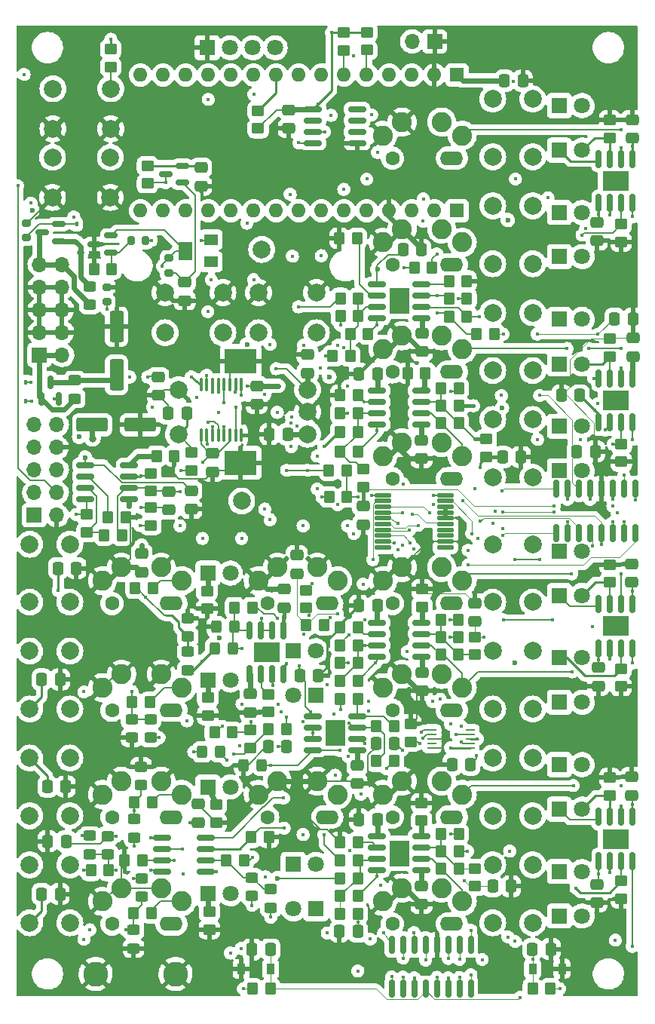
<source format=gbr>
%TF.GenerationSoftware,KiCad,Pcbnew,(6.0.1)*%
%TF.CreationDate,2023-06-05T12:30:56-07:00*%
%TF.ProjectId,main_board,6d61696e-5f62-46f6-9172-642e6b696361,4.2*%
%TF.SameCoordinates,Original*%
%TF.FileFunction,Copper,L4,Bot*%
%TF.FilePolarity,Positive*%
%FSLAX46Y46*%
G04 Gerber Fmt 4.6, Leading zero omitted, Abs format (unit mm)*
G04 Created by KiCad (PCBNEW (6.0.1)) date 2023-06-05 12:30:56*
%MOMM*%
%LPD*%
G01*
G04 APERTURE LIST*
G04 Aperture macros list*
%AMRoundRect*
0 Rectangle with rounded corners*
0 $1 Rounding radius*
0 $2 $3 $4 $5 $6 $7 $8 $9 X,Y pos of 4 corners*
0 Add a 4 corners polygon primitive as box body*
4,1,4,$2,$3,$4,$5,$6,$7,$8,$9,$2,$3,0*
0 Add four circle primitives for the rounded corners*
1,1,$1+$1,$2,$3*
1,1,$1+$1,$4,$5*
1,1,$1+$1,$6,$7*
1,1,$1+$1,$8,$9*
0 Add four rect primitives between the rounded corners*
20,1,$1+$1,$2,$3,$4,$5,0*
20,1,$1+$1,$4,$5,$6,$7,0*
20,1,$1+$1,$6,$7,$8,$9,0*
20,1,$1+$1,$8,$9,$2,$3,0*%
G04 Aperture macros list end*
%TA.AperFunction,ComponentPad*%
%ADD10R,1.800000X1.800000*%
%TD*%
%TA.AperFunction,ComponentPad*%
%ADD11C,1.800000*%
%TD*%
%TA.AperFunction,ComponentPad*%
%ADD12C,2.000000*%
%TD*%
%TA.AperFunction,ComponentPad*%
%ADD13C,2.250000*%
%TD*%
%TA.AperFunction,ComponentPad*%
%ADD14O,2.600000X1.600000*%
%TD*%
%TA.AperFunction,ComponentPad*%
%ADD15C,1.600000*%
%TD*%
%TA.AperFunction,ComponentPad*%
%ADD16R,3.600000X2.800000*%
%TD*%
%TA.AperFunction,SMDPad,CuDef*%
%ADD17RoundRect,0.250000X-0.450000X0.350000X-0.450000X-0.350000X0.450000X-0.350000X0.450000X0.350000X0*%
%TD*%
%TA.AperFunction,SMDPad,CuDef*%
%ADD18RoundRect,0.250000X-0.337500X-0.475000X0.337500X-0.475000X0.337500X0.475000X-0.337500X0.475000X0*%
%TD*%
%TA.AperFunction,SMDPad,CuDef*%
%ADD19RoundRect,0.200000X-0.200000X-0.275000X0.200000X-0.275000X0.200000X0.275000X-0.200000X0.275000X0*%
%TD*%
%TA.AperFunction,SMDPad,CuDef*%
%ADD20RoundRect,0.125000X0.825000X0.125000X-0.825000X0.125000X-0.825000X-0.125000X0.825000X-0.125000X0*%
%TD*%
%TA.AperFunction,SMDPad,CuDef*%
%ADD21RoundRect,0.250000X-0.350000X-0.450000X0.350000X-0.450000X0.350000X0.450000X-0.350000X0.450000X0*%
%TD*%
%TA.AperFunction,SMDPad,CuDef*%
%ADD22RoundRect,0.250000X0.350000X0.450000X-0.350000X0.450000X-0.350000X-0.450000X0.350000X-0.450000X0*%
%TD*%
%TA.AperFunction,SMDPad,CuDef*%
%ADD23RoundRect,0.250000X0.475000X-0.337500X0.475000X0.337500X-0.475000X0.337500X-0.475000X-0.337500X0*%
%TD*%
%TA.AperFunction,SMDPad,CuDef*%
%ADD24RoundRect,0.250000X0.337500X0.475000X-0.337500X0.475000X-0.337500X-0.475000X0.337500X-0.475000X0*%
%TD*%
%TA.AperFunction,SMDPad,CuDef*%
%ADD25RoundRect,0.150000X0.587500X0.150000X-0.587500X0.150000X-0.587500X-0.150000X0.587500X-0.150000X0*%
%TD*%
%TA.AperFunction,SMDPad,CuDef*%
%ADD26RoundRect,0.150000X-0.150000X0.825000X-0.150000X-0.825000X0.150000X-0.825000X0.150000X0.825000X0*%
%TD*%
%TA.AperFunction,SMDPad,CuDef*%
%ADD27RoundRect,0.250000X0.450000X-0.325000X0.450000X0.325000X-0.450000X0.325000X-0.450000X-0.325000X0*%
%TD*%
%TA.AperFunction,SMDPad,CuDef*%
%ADD28RoundRect,0.250000X-0.475000X0.337500X-0.475000X-0.337500X0.475000X-0.337500X0.475000X0.337500X0*%
%TD*%
%TA.AperFunction,SMDPad,CuDef*%
%ADD29RoundRect,0.150000X-0.825000X-0.150000X0.825000X-0.150000X0.825000X0.150000X-0.825000X0.150000X0*%
%TD*%
%TA.AperFunction,SMDPad,CuDef*%
%ADD30RoundRect,0.150000X0.825000X0.150000X-0.825000X0.150000X-0.825000X-0.150000X0.825000X-0.150000X0*%
%TD*%
%TA.AperFunction,SMDPad,CuDef*%
%ADD31RoundRect,0.250000X0.450000X-0.350000X0.450000X0.350000X-0.450000X0.350000X-0.450000X-0.350000X0*%
%TD*%
%TA.AperFunction,SMDPad,CuDef*%
%ADD32R,1.100000X0.250000*%
%TD*%
%TA.AperFunction,SMDPad,CuDef*%
%ADD33R,2.290000X3.000000*%
%TD*%
%TA.AperFunction,SMDPad,CuDef*%
%ADD34RoundRect,0.250000X0.325000X0.450000X-0.325000X0.450000X-0.325000X-0.450000X0.325000X-0.450000X0*%
%TD*%
%TA.AperFunction,SMDPad,CuDef*%
%ADD35RoundRect,0.250000X-0.450000X0.325000X-0.450000X-0.325000X0.450000X-0.325000X0.450000X0.325000X0*%
%TD*%
%TA.AperFunction,SMDPad,CuDef*%
%ADD36R,0.450000X0.600000*%
%TD*%
%TA.AperFunction,SMDPad,CuDef*%
%ADD37R,3.000000X2.290000*%
%TD*%
%TA.AperFunction,SMDPad,CuDef*%
%ADD38R,1.600000X1.300000*%
%TD*%
%TA.AperFunction,SMDPad,CuDef*%
%ADD39R,1.600000X2.000000*%
%TD*%
%TA.AperFunction,SMDPad,CuDef*%
%ADD40RoundRect,0.200000X-0.275000X0.200000X-0.275000X-0.200000X0.275000X-0.200000X0.275000X0.200000X0*%
%TD*%
%TA.AperFunction,ComponentPad*%
%ADD41R,1.700000X1.700000*%
%TD*%
%TA.AperFunction,ComponentPad*%
%ADD42O,1.700000X1.700000*%
%TD*%
%TA.AperFunction,SMDPad,CuDef*%
%ADD43RoundRect,0.250000X-0.325000X-0.450000X0.325000X-0.450000X0.325000X0.450000X-0.325000X0.450000X0*%
%TD*%
%TA.AperFunction,SMDPad,CuDef*%
%ADD44RoundRect,0.250000X-0.550000X1.500000X-0.550000X-1.500000X0.550000X-1.500000X0.550000X1.500000X0*%
%TD*%
%TA.AperFunction,SMDPad,CuDef*%
%ADD45RoundRect,0.100000X0.100000X-0.637500X0.100000X0.637500X-0.100000X0.637500X-0.100000X-0.637500X0*%
%TD*%
%TA.AperFunction,SMDPad,CuDef*%
%ADD46RoundRect,0.200000X0.275000X-0.200000X0.275000X0.200000X-0.275000X0.200000X-0.275000X-0.200000X0*%
%TD*%
%TA.AperFunction,ComponentPad*%
%ADD47R,1.600000X1.600000*%
%TD*%
%TA.AperFunction,ComponentPad*%
%ADD48O,1.600000X1.600000*%
%TD*%
%TA.AperFunction,SMDPad,CuDef*%
%ADD49RoundRect,0.150000X0.150000X-0.825000X0.150000X0.825000X-0.150000X0.825000X-0.150000X-0.825000X0*%
%TD*%
%TA.AperFunction,SMDPad,CuDef*%
%ADD50R,0.900000X1.200000*%
%TD*%
%TA.AperFunction,SMDPad,CuDef*%
%ADD51RoundRect,0.150000X0.150000X-0.587500X0.150000X0.587500X-0.150000X0.587500X-0.150000X-0.587500X0*%
%TD*%
%TA.AperFunction,ComponentPad*%
%ADD52C,2.800000*%
%TD*%
%TA.AperFunction,SMDPad,CuDef*%
%ADD53RoundRect,0.250000X-1.500000X-0.550000X1.500000X-0.550000X1.500000X0.550000X-1.500000X0.550000X0*%
%TD*%
%TA.AperFunction,ViaPad*%
%ADD54C,0.450000*%
%TD*%
%TA.AperFunction,ViaPad*%
%ADD55C,0.600000*%
%TD*%
%TA.AperFunction,ViaPad*%
%ADD56C,0.800000*%
%TD*%
%TA.AperFunction,Conductor*%
%ADD57C,0.200000*%
%TD*%
%TA.AperFunction,Conductor*%
%ADD58C,0.120000*%
%TD*%
%TA.AperFunction,Conductor*%
%ADD59C,0.600000*%
%TD*%
%TA.AperFunction,Conductor*%
%ADD60C,0.250000*%
%TD*%
%TA.AperFunction,Conductor*%
%ADD61C,0.400000*%
%TD*%
G04 APERTURE END LIST*
D10*
X111500000Y-88520000D03*
D11*
X114040000Y-88520000D03*
D10*
X111500000Y-138500000D03*
D11*
X114040000Y-138500000D03*
D10*
X111500000Y-121500000D03*
D11*
X114040000Y-121500000D03*
D12*
X104000000Y-139250000D03*
X104000000Y-132750000D03*
X108500000Y-139250000D03*
X108500000Y-132750000D03*
D10*
X84140000Y-125700000D03*
D11*
X81600000Y-125700000D03*
D12*
X104000000Y-151250000D03*
X104000000Y-144750000D03*
X108500000Y-144750000D03*
X108500000Y-151250000D03*
D13*
X91670000Y-148850000D03*
X100570000Y-148850000D03*
X93820000Y-147350000D03*
X98270000Y-147350000D03*
D14*
X99410000Y-151400000D03*
D15*
X92730000Y-151400000D03*
D12*
X104000000Y-58750000D03*
X104000000Y-65250000D03*
X108500000Y-65250000D03*
X108500000Y-58750000D03*
D10*
X111500000Y-100500000D03*
D11*
X114040000Y-100500000D03*
D10*
X111500000Y-59500000D03*
D11*
X114040000Y-59500000D03*
D12*
X104000000Y-127250000D03*
X104000000Y-120750000D03*
X108500000Y-127250000D03*
X108500000Y-120750000D03*
D10*
X111500000Y-145500000D03*
D11*
X114040000Y-145500000D03*
D12*
X61100000Y-62100000D03*
X54600000Y-62100000D03*
X54600000Y-57600000D03*
X61100000Y-57600000D03*
D10*
X111500000Y-71500000D03*
D11*
X114040000Y-71500000D03*
D13*
X91670000Y-62850000D03*
X100570000Y-62850000D03*
X93820000Y-61350000D03*
X98270000Y-61350000D03*
D14*
X99410000Y-65400000D03*
D15*
X92730000Y-65400000D03*
D12*
X104000000Y-82750000D03*
X104000000Y-89250000D03*
X108500000Y-82750000D03*
X108500000Y-89250000D03*
D13*
X77670000Y-112850000D03*
X86570000Y-112850000D03*
X79820000Y-111350000D03*
X84270000Y-111350000D03*
D14*
X85410000Y-115400000D03*
D15*
X78730000Y-115400000D03*
D12*
X61050000Y-69800000D03*
X54550000Y-69800000D03*
X54550000Y-65300000D03*
X61050000Y-65300000D03*
X52000000Y-144750000D03*
X52000000Y-151250000D03*
X56500000Y-144750000D03*
X56500000Y-151250000D03*
X68700000Y-96400000D03*
X68700000Y-91400000D03*
D16*
X75700000Y-99600000D03*
X75700000Y-88200000D03*
D12*
X83200000Y-96400000D03*
X83200000Y-91400000D03*
X83200000Y-93900000D03*
D10*
X72000000Y-112000000D03*
D11*
X74540000Y-112000000D03*
D12*
X104000000Y-108750000D03*
X104000000Y-115250000D03*
X108500000Y-108750000D03*
X108500000Y-115250000D03*
X52000000Y-108750000D03*
X52000000Y-115250000D03*
X56500000Y-115250000D03*
X56500000Y-108750000D03*
D10*
X81600000Y-144700000D03*
D11*
X84140000Y-144700000D03*
D10*
X111500000Y-64500000D03*
D11*
X114040000Y-64500000D03*
D13*
X77670000Y-136850000D03*
X86570000Y-136850000D03*
X79820000Y-135350000D03*
X84270000Y-135350000D03*
D14*
X85410000Y-139400000D03*
D15*
X78730000Y-139400000D03*
D10*
X81600000Y-120700000D03*
D11*
X84140000Y-120700000D03*
D12*
X52000000Y-132750000D03*
X52000000Y-139250000D03*
X56500000Y-139250000D03*
X56500000Y-132750000D03*
D13*
X91670000Y-112850000D03*
X100570000Y-112850000D03*
X93820000Y-111350000D03*
X98270000Y-111350000D03*
D14*
X99410000Y-115400000D03*
D15*
X92730000Y-115400000D03*
D10*
X72000000Y-136000000D03*
D11*
X74540000Y-136000000D03*
D10*
X111500000Y-133500000D03*
D11*
X114040000Y-133500000D03*
D10*
X84140000Y-149700000D03*
D11*
X81600000Y-149700000D03*
D10*
X72000000Y-124000000D03*
D11*
X74540000Y-124000000D03*
D13*
X60170000Y-112850000D03*
X69070000Y-112850000D03*
X62320000Y-111350000D03*
X66770000Y-111350000D03*
D14*
X67910000Y-115400000D03*
D15*
X61230000Y-115400000D03*
D10*
X111500000Y-95500000D03*
D11*
X114040000Y-95500000D03*
D13*
X60170000Y-124850000D03*
X69070000Y-124850000D03*
X62320000Y-123350000D03*
X66770000Y-123350000D03*
D14*
X67910000Y-127400000D03*
D15*
X61230000Y-127400000D03*
D13*
X60170000Y-136850000D03*
X69070000Y-136850000D03*
X62320000Y-135350000D03*
X66770000Y-135350000D03*
D14*
X67910000Y-139400000D03*
D15*
X61230000Y-139400000D03*
D13*
X91670000Y-136850000D03*
X100570000Y-136850000D03*
X93820000Y-135350000D03*
X98270000Y-135350000D03*
D14*
X99410000Y-139400000D03*
D15*
X92730000Y-139400000D03*
D10*
X111500000Y-150500000D03*
D11*
X114040000Y-150500000D03*
D10*
X111500000Y-126500000D03*
D11*
X114040000Y-126500000D03*
D12*
X104000000Y-94750000D03*
X104000000Y-101250000D03*
X108500000Y-94750000D03*
X108500000Y-101250000D03*
D10*
X111500000Y-83500000D03*
D11*
X114040000Y-83500000D03*
D10*
X111500000Y-76450000D03*
D11*
X114040000Y-76450000D03*
D13*
X91670000Y-86850000D03*
X100570000Y-86850000D03*
X93820000Y-85350000D03*
X98270000Y-85350000D03*
D14*
X99410000Y-89400000D03*
D15*
X92730000Y-89400000D03*
D12*
X104000000Y-70750000D03*
X104000000Y-77250000D03*
X108500000Y-70750000D03*
X108500000Y-77250000D03*
D13*
X91670000Y-124850000D03*
X100570000Y-124850000D03*
X93820000Y-123350000D03*
X98270000Y-123350000D03*
D14*
X99410000Y-127400000D03*
D15*
X92730000Y-127400000D03*
D13*
X91670000Y-98850000D03*
X100570000Y-98850000D03*
X93820000Y-97350000D03*
X98270000Y-97350000D03*
D14*
X99410000Y-101400000D03*
D15*
X92730000Y-101400000D03*
D10*
X111500000Y-114500000D03*
D11*
X114040000Y-114500000D03*
D13*
X60170000Y-148850000D03*
X69070000Y-148850000D03*
X62320000Y-147350000D03*
X66770000Y-147350000D03*
D14*
X67910000Y-151400000D03*
D15*
X61230000Y-151400000D03*
D10*
X71940000Y-53000000D03*
D11*
X74480000Y-53000000D03*
X77020000Y-53000000D03*
X79560000Y-53000000D03*
D12*
X52000000Y-120750000D03*
X52000000Y-127250000D03*
X56500000Y-120750000D03*
X56500000Y-127250000D03*
D13*
X91670000Y-74850000D03*
X100570000Y-74850000D03*
X93820000Y-73350000D03*
X98270000Y-73350000D03*
D14*
X99410000Y-77400000D03*
D15*
X92730000Y-77400000D03*
D10*
X111500000Y-109500000D03*
D11*
X114040000Y-109500000D03*
D10*
X72000000Y-148000000D03*
D11*
X74540000Y-148000000D03*
D12*
X77700000Y-80500000D03*
X84200000Y-80500000D03*
X77700000Y-85000000D03*
X84200000Y-85000000D03*
X73700000Y-80500000D03*
X67200000Y-80500000D03*
X67200000Y-85000000D03*
X73700000Y-85000000D03*
D17*
X117175000Y-85675000D03*
X117175000Y-87675000D03*
D18*
X113437500Y-98325000D03*
X115512500Y-98325000D03*
D19*
X63350000Y-74650000D03*
X65000000Y-74650000D03*
D20*
X98675000Y-103250000D03*
X98675000Y-103900000D03*
X98675000Y-104550000D03*
X98675000Y-105200000D03*
X98675000Y-105850000D03*
X98675000Y-106500000D03*
X98675000Y-107150000D03*
X98675000Y-107800000D03*
X98675000Y-108450000D03*
X98675000Y-109100000D03*
X91675000Y-109100000D03*
X91675000Y-108450000D03*
X91675000Y-107800000D03*
X91675000Y-107150000D03*
X91675000Y-106500000D03*
X91675000Y-105850000D03*
X91675000Y-105200000D03*
X91675000Y-104550000D03*
X91675000Y-103900000D03*
X91675000Y-103250000D03*
D21*
X77050000Y-158650000D03*
X79050000Y-158650000D03*
X98200000Y-91250000D03*
X100200000Y-91250000D03*
D22*
X88850000Y-122100000D03*
X86850000Y-122100000D03*
D23*
X83200000Y-89537500D03*
X83200000Y-87462500D03*
D22*
X85050000Y-117795000D03*
X83050000Y-117795000D03*
D23*
X80600000Y-115875000D03*
X80600000Y-113800000D03*
D22*
X88900000Y-83150000D03*
X86900000Y-83150000D03*
D21*
X66250000Y-98850000D03*
X68250000Y-98850000D03*
D24*
X110537500Y-154200000D03*
X108462500Y-154200000D03*
D25*
X55237500Y-72800000D03*
X55237500Y-74700000D03*
X53362500Y-73750000D03*
D26*
X111130000Y-102515000D03*
X112400000Y-102515000D03*
X113670000Y-102515000D03*
X114940000Y-102515000D03*
X116210000Y-102515000D03*
X117480000Y-102515000D03*
X118750000Y-102515000D03*
X120020000Y-102515000D03*
X120020000Y-107465000D03*
X118750000Y-107465000D03*
X117480000Y-107465000D03*
X116210000Y-107465000D03*
X114940000Y-107465000D03*
X113670000Y-107465000D03*
X112400000Y-107465000D03*
X111130000Y-107465000D03*
D27*
X63750000Y-141675000D03*
X63750000Y-139625000D03*
D21*
X98150000Y-119200000D03*
X100150000Y-119200000D03*
D28*
X69400000Y-79312500D03*
X69400000Y-81387500D03*
D29*
X91025000Y-95305000D03*
X91025000Y-94035000D03*
X91025000Y-92765000D03*
X91025000Y-91495000D03*
X95975000Y-91495000D03*
X95975000Y-92765000D03*
X95975000Y-94035000D03*
X95975000Y-95305000D03*
D22*
X88850000Y-144250000D03*
X86850000Y-144250000D03*
D30*
X88775000Y-59895000D03*
X88775000Y-61165000D03*
X88775000Y-62435000D03*
X88775000Y-63705000D03*
X83825000Y-63705000D03*
X83825000Y-62435000D03*
X83825000Y-61165000D03*
X83825000Y-59895000D03*
D22*
X88850000Y-96150000D03*
X86850000Y-96150000D03*
D28*
X81100000Y-59975000D03*
X81100000Y-62050000D03*
D22*
X78850000Y-141650000D03*
X76850000Y-141650000D03*
D31*
X96050000Y-115800000D03*
X96050000Y-113800000D03*
D22*
X88000000Y-87625000D03*
X86000000Y-87625000D03*
D21*
X98200000Y-145150000D03*
X100200000Y-145150000D03*
X98200000Y-93200000D03*
X100200000Y-93200000D03*
D28*
X96000000Y-147112500D03*
X96000000Y-149187500D03*
D17*
X103275000Y-96950000D03*
X103275000Y-98950000D03*
D32*
X97175000Y-131600000D03*
X97175000Y-131100000D03*
X97175000Y-130600000D03*
X97175000Y-130100000D03*
X97175000Y-129600000D03*
X101475000Y-129600000D03*
X101475000Y-130100000D03*
X101475000Y-130600000D03*
X101475000Y-131100000D03*
X101475000Y-131600000D03*
D17*
X61100000Y-53150000D03*
X61100000Y-55150000D03*
D29*
X91025000Y-145355000D03*
X91025000Y-144085000D03*
X91025000Y-142815000D03*
X91025000Y-141545000D03*
X95975000Y-141545000D03*
X95975000Y-142815000D03*
X95975000Y-144085000D03*
X95975000Y-145355000D03*
D33*
X93500000Y-143450000D03*
D21*
X98150000Y-117250000D03*
X100150000Y-117250000D03*
D34*
X78075000Y-133550000D03*
X76025000Y-133550000D03*
D18*
X55172500Y-111450000D03*
X57247500Y-111450000D03*
D28*
X64550000Y-109812500D03*
X64550000Y-111887500D03*
D22*
X88850000Y-98400000D03*
X86850000Y-98400000D03*
D31*
X96000000Y-139800000D03*
X96000000Y-137800000D03*
D21*
X63750000Y-137700000D03*
X65750000Y-137700000D03*
X99100000Y-81200000D03*
X101100000Y-81200000D03*
D28*
X67650000Y-102812500D03*
X67650000Y-104887500D03*
D22*
X88850000Y-92050000D03*
X86850000Y-92050000D03*
D30*
X71775000Y-141670000D03*
X71775000Y-142940000D03*
X71775000Y-144210000D03*
X71775000Y-145480000D03*
X66825000Y-145480000D03*
X66825000Y-144210000D03*
X66825000Y-142940000D03*
X66825000Y-141670000D03*
D29*
X91025000Y-121355000D03*
X91025000Y-120085000D03*
X91025000Y-118815000D03*
X91025000Y-117545000D03*
X95975000Y-117545000D03*
X95975000Y-118815000D03*
X95975000Y-120085000D03*
X95975000Y-121355000D03*
D35*
X64550000Y-146275000D03*
X64550000Y-148325000D03*
D36*
X51550000Y-92650000D03*
X51550000Y-90550000D03*
D26*
X115895000Y-139375000D03*
X117165000Y-139375000D03*
X118435000Y-139375000D03*
X119705000Y-139375000D03*
X119705000Y-144325000D03*
X118435000Y-144325000D03*
X117165000Y-144325000D03*
X115895000Y-144325000D03*
D37*
X117800000Y-141850000D03*
D26*
X115895000Y-90125000D03*
X117165000Y-90125000D03*
X118435000Y-90125000D03*
X119705000Y-90125000D03*
X119705000Y-95075000D03*
X118435000Y-95075000D03*
X117165000Y-95075000D03*
X115895000Y-95075000D03*
D37*
X117800000Y-92600000D03*
D23*
X88800000Y-135637500D03*
X88800000Y-133562500D03*
D21*
X98200000Y-143200000D03*
X100200000Y-143200000D03*
D30*
X88775000Y-128045000D03*
X88775000Y-129315000D03*
X88775000Y-130585000D03*
X88775000Y-131855000D03*
X83825000Y-131855000D03*
X83825000Y-130585000D03*
X83825000Y-129315000D03*
X83825000Y-128045000D03*
D33*
X86300000Y-129950000D03*
D28*
X119625000Y-110937500D03*
X119625000Y-113012500D03*
D18*
X88962500Y-115650000D03*
X91037500Y-115650000D03*
D22*
X88850000Y-94050000D03*
X86850000Y-94050000D03*
D38*
X72350000Y-74550000D03*
D39*
X69450000Y-75800000D03*
D38*
X72350000Y-77050000D03*
D18*
X88962500Y-139650000D03*
X91037500Y-139650000D03*
D24*
X80987500Y-96400000D03*
X78912500Y-96400000D03*
D22*
X88900000Y-81150000D03*
X86900000Y-81150000D03*
D21*
X63850000Y-113700000D03*
X65850000Y-113700000D03*
X75000000Y-115875000D03*
X77000000Y-115875000D03*
D17*
X117175000Y-111025000D03*
X117175000Y-113025000D03*
D23*
X102025000Y-117437500D03*
X102025000Y-115362500D03*
D40*
X67600000Y-76625000D03*
X67600000Y-78275000D03*
D35*
X58750000Y-79800000D03*
X58750000Y-81850000D03*
D41*
X97475000Y-52300000D03*
D42*
X94935000Y-52300000D03*
D21*
X86850000Y-126100000D03*
X88850000Y-126100000D03*
D26*
X115895000Y-65475000D03*
X117165000Y-65475000D03*
X118435000Y-65475000D03*
X119705000Y-65475000D03*
X119705000Y-70425000D03*
X118435000Y-70425000D03*
X117165000Y-70425000D03*
X115895000Y-70425000D03*
D37*
X117800000Y-67950000D03*
D22*
X87620000Y-103450000D03*
X85620000Y-103450000D03*
D43*
X71350000Y-132075000D03*
X73400000Y-132075000D03*
D21*
X98200000Y-95150000D03*
X100200000Y-95150000D03*
D17*
X65600000Y-104650000D03*
X65600000Y-106650000D03*
D18*
X78762500Y-131500000D03*
X80837500Y-131500000D03*
D27*
X65550000Y-130475000D03*
X65550000Y-128425000D03*
D17*
X65225000Y-66250000D03*
X65225000Y-68250000D03*
D24*
X79050000Y-154250000D03*
X76975000Y-154250000D03*
D28*
X70950000Y-137937500D03*
X70950000Y-140012500D03*
D22*
X88850000Y-142250000D03*
X86850000Y-142250000D03*
X87600000Y-100450000D03*
X85600000Y-100450000D03*
D44*
X61750000Y-84325000D03*
X61750000Y-89725000D03*
D31*
X70200000Y-100450000D03*
X70200000Y-98450000D03*
X77650000Y-62075000D03*
X77650000Y-60075000D03*
D35*
X63650000Y-152075000D03*
X63650000Y-154125000D03*
D21*
X58875000Y-145375000D03*
X60875000Y-145375000D03*
D22*
X92900000Y-129200000D03*
X90900000Y-129200000D03*
D18*
X117687500Y-83425000D03*
X119762500Y-83425000D03*
D21*
X60775000Y-105725000D03*
X62775000Y-105725000D03*
D28*
X96050000Y-85062500D03*
X96050000Y-87137500D03*
D22*
X88850000Y-146250000D03*
X86850000Y-146250000D03*
D21*
X98150000Y-121150000D03*
X100150000Y-121150000D03*
D29*
X91025000Y-83355000D03*
X91025000Y-82085000D03*
X91025000Y-80815000D03*
X91025000Y-79545000D03*
X95975000Y-79545000D03*
X95975000Y-80815000D03*
X95975000Y-82085000D03*
X95975000Y-83355000D03*
D33*
X93500000Y-81450000D03*
D28*
X119750000Y-85587500D03*
X119750000Y-87662500D03*
D45*
X75775000Y-96512500D03*
X75125000Y-96512500D03*
X74475000Y-96512500D03*
X73825000Y-96512500D03*
X73175000Y-96512500D03*
X72525000Y-96512500D03*
X71875000Y-96512500D03*
X71225000Y-96512500D03*
X71225000Y-90787500D03*
X71875000Y-90787500D03*
X72525000Y-90787500D03*
X73175000Y-90787500D03*
X73825000Y-90787500D03*
X74475000Y-90787500D03*
X75125000Y-90787500D03*
X75775000Y-90787500D03*
D46*
X51600000Y-74325000D03*
X51600000Y-72675000D03*
D21*
X72750000Y-129875000D03*
X74750000Y-129875000D03*
D17*
X89475000Y-100350000D03*
X89475000Y-102350000D03*
D28*
X119650000Y-61087500D03*
X119650000Y-63162500D03*
D17*
X78800000Y-125600000D03*
X78800000Y-127600000D03*
D21*
X99100000Y-79200000D03*
X101100000Y-79200000D03*
D47*
X100000000Y-56060000D03*
D48*
X97460000Y-56060000D03*
X94920000Y-56060000D03*
X92380000Y-56060000D03*
X89840000Y-56060000D03*
X87300000Y-56060000D03*
X84760000Y-56060000D03*
X82220000Y-56060000D03*
X79680000Y-56060000D03*
X77140000Y-56060000D03*
X74600000Y-56060000D03*
X72060000Y-56060000D03*
X69520000Y-56060000D03*
X66980000Y-56060000D03*
X64440000Y-56060000D03*
D24*
X95987500Y-75700000D03*
X93912500Y-75700000D03*
D28*
X115675000Y-146937500D03*
X115675000Y-149012500D03*
D22*
X90000000Y-85150000D03*
X88000000Y-85150000D03*
D24*
X88862500Y-152225000D03*
X86787500Y-152225000D03*
D49*
X80505000Y-123375000D03*
X79235000Y-123375000D03*
X77965000Y-123375000D03*
X76695000Y-123375000D03*
X76695000Y-118425000D03*
X77965000Y-118425000D03*
X79235000Y-118425000D03*
X80505000Y-118425000D03*
D37*
X78600000Y-120900000D03*
D41*
X53100000Y-87500000D03*
D42*
X55640000Y-87500000D03*
X53100000Y-84960000D03*
X55640000Y-84960000D03*
X53100000Y-82420000D03*
X55640000Y-82420000D03*
X53100000Y-79880000D03*
X55640000Y-79880000D03*
X53100000Y-77340000D03*
X55640000Y-77340000D03*
D12*
X75800000Y-103900000D03*
D35*
X76970000Y-146185000D03*
X76970000Y-148235000D03*
D24*
X69612500Y-94075000D03*
X67537500Y-94075000D03*
D31*
X72000000Y-128000000D03*
X72000000Y-126000000D03*
D18*
X88962500Y-89600000D03*
X91037500Y-89600000D03*
D28*
X96050000Y-123162500D03*
X96050000Y-125237500D03*
D22*
X80800000Y-129500000D03*
X78800000Y-129500000D03*
D36*
X57250000Y-74900000D03*
X57250000Y-72800000D03*
D17*
X102025000Y-145150000D03*
X102025000Y-147150000D03*
D47*
X100000000Y-71300000D03*
D48*
X97460000Y-71300000D03*
X94920000Y-71300000D03*
X92380000Y-71300000D03*
X89840000Y-71300000D03*
X87300000Y-71300000D03*
X84760000Y-71300000D03*
X82220000Y-71300000D03*
X79680000Y-71300000D03*
X77140000Y-71300000D03*
X74600000Y-71300000D03*
X72060000Y-71300000D03*
X69520000Y-71300000D03*
X66980000Y-71300000D03*
X64440000Y-71300000D03*
D28*
X71250000Y-66450000D03*
X71250000Y-68525000D03*
D27*
X69750000Y-119125000D03*
X69750000Y-117075000D03*
X79070000Y-149552500D03*
X79070000Y-147502500D03*
D18*
X53982500Y-135950000D03*
X56057500Y-135950000D03*
X53312500Y-148030000D03*
X55387500Y-148030000D03*
D23*
X76800000Y-127637500D03*
X76800000Y-125562500D03*
D22*
X88850000Y-148250000D03*
X86850000Y-148250000D03*
D18*
X82312500Y-123525000D03*
X84387500Y-123525000D03*
D31*
X65600000Y-102800000D03*
X65600000Y-100800000D03*
D17*
X58425000Y-105425000D03*
X58425000Y-107425000D03*
D22*
X110475000Y-158650000D03*
X108475000Y-158650000D03*
D50*
X111775000Y-156400000D03*
X108475000Y-156400000D03*
D21*
X60375000Y-107750000D03*
X62375000Y-107750000D03*
D35*
X63450000Y-128425000D03*
X63450000Y-130475000D03*
D24*
X56077500Y-142110000D03*
X54002500Y-142110000D03*
D21*
X102200000Y-85175000D03*
X104200000Y-85175000D03*
D41*
X52500000Y-105500000D03*
D42*
X55040000Y-105500000D03*
X52500000Y-102960000D03*
X55040000Y-102960000D03*
X52500000Y-100420000D03*
X55040000Y-100420000D03*
X52500000Y-97880000D03*
X55040000Y-97880000D03*
X52500000Y-95340000D03*
X55040000Y-95340000D03*
D28*
X119600000Y-134862500D03*
X119600000Y-136937500D03*
D22*
X96450000Y-89550000D03*
X94450000Y-89550000D03*
D18*
X105312500Y-56700000D03*
X107387500Y-56700000D03*
D17*
X87275000Y-51300000D03*
X87275000Y-53300000D03*
D24*
X101512500Y-133500000D03*
X99437500Y-133500000D03*
D28*
X96000000Y-97062500D03*
X96000000Y-99137500D03*
D22*
X88750000Y-74400000D03*
X86750000Y-74400000D03*
D18*
X105122500Y-98955000D03*
X107197500Y-98955000D03*
D34*
X75000000Y-118025000D03*
X72950000Y-118025000D03*
D21*
X90900000Y-133100000D03*
X92900000Y-133100000D03*
D43*
X72775000Y-120450000D03*
X74825000Y-120450000D03*
D51*
X55250000Y-92437500D03*
X53350000Y-92437500D03*
X54300000Y-90562500D03*
D31*
X72950000Y-139975000D03*
X72950000Y-137975000D03*
D22*
X101100000Y-83200000D03*
X99100000Y-83200000D03*
D31*
X94800000Y-130950000D03*
X94800000Y-128950000D03*
D27*
X57050000Y-92400000D03*
X57050000Y-90350000D03*
D22*
X88850000Y-120100000D03*
X86850000Y-120100000D03*
D21*
X62625000Y-144225000D03*
X64625000Y-144225000D03*
D26*
X115895000Y-115475000D03*
X117165000Y-115475000D03*
X118435000Y-115475000D03*
X119705000Y-115475000D03*
X119705000Y-120425000D03*
X118435000Y-120425000D03*
X117165000Y-120425000D03*
X115895000Y-120425000D03*
D37*
X117800000Y-117950000D03*
D22*
X97200000Y-77700000D03*
X95200000Y-77700000D03*
D27*
X69750000Y-122875000D03*
X69750000Y-120825000D03*
D28*
X77500000Y-90962500D03*
X77500000Y-93037500D03*
D29*
X58225000Y-103655000D03*
X58225000Y-102385000D03*
X58225000Y-101115000D03*
X58225000Y-99845000D03*
X63175000Y-99845000D03*
X63175000Y-101115000D03*
X63175000Y-102385000D03*
X63175000Y-103655000D03*
D21*
X63500000Y-126500000D03*
X65500000Y-126500000D03*
D25*
X61137500Y-74100000D03*
X61137500Y-76000000D03*
X59262500Y-75050000D03*
D12*
X78050000Y-75650000D03*
D22*
X88850000Y-118100000D03*
X86850000Y-118100000D03*
X76050000Y-144210000D03*
X74050000Y-144210000D03*
D21*
X63650000Y-150150000D03*
X65650000Y-150150000D03*
D22*
X61200000Y-77850000D03*
X59200000Y-77850000D03*
X88850000Y-124100000D03*
X86850000Y-124100000D03*
D35*
X60760000Y-141515000D03*
X60760000Y-143565000D03*
D24*
X113787500Y-92050000D03*
X111712500Y-92050000D03*
D31*
X118450000Y-148575000D03*
X118450000Y-146575000D03*
X118425000Y-124725000D03*
X118425000Y-122725000D03*
X71900000Y-116000000D03*
X71900000Y-114000000D03*
D17*
X117150000Y-61100000D03*
X117150000Y-63100000D03*
D52*
X59400000Y-157000000D03*
D26*
X92655000Y-153700000D03*
X93925000Y-153700000D03*
X95195000Y-153700000D03*
X96465000Y-153700000D03*
X97735000Y-153700000D03*
X99005000Y-153700000D03*
X100275000Y-153700000D03*
X101545000Y-153700000D03*
X101545000Y-158650000D03*
X100275000Y-158650000D03*
X99005000Y-158650000D03*
X97735000Y-158650000D03*
X96465000Y-158650000D03*
X95195000Y-158650000D03*
X93925000Y-158650000D03*
X92655000Y-158650000D03*
D28*
X115850000Y-122612500D03*
X115850000Y-124687500D03*
D31*
X83000000Y-115900000D03*
X83000000Y-113900000D03*
D23*
X70150000Y-104837500D03*
X70150000Y-102762500D03*
D50*
X79050000Y-156425000D03*
X75750000Y-156425000D03*
D31*
X118450000Y-99500000D03*
X118450000Y-97500000D03*
D28*
X89455000Y-104487500D03*
X89455000Y-106562500D03*
D23*
X82000000Y-112037500D03*
X82000000Y-109962500D03*
D18*
X53332500Y-123930000D03*
X55407500Y-123930000D03*
D28*
X115700000Y-72612500D03*
X115700000Y-74687500D03*
D31*
X72175000Y-152000000D03*
X72175000Y-150000000D03*
D21*
X98200000Y-141250000D03*
X100200000Y-141250000D03*
D18*
X103987500Y-147150000D03*
X106062500Y-147150000D03*
D17*
X117175000Y-134975000D03*
X117175000Y-136975000D03*
D18*
X90862500Y-131150000D03*
X92937500Y-131150000D03*
D28*
X72550000Y-98562500D03*
X72550000Y-100637500D03*
D25*
X69137500Y-66250000D03*
X69137500Y-68150000D03*
X67262500Y-67200000D03*
D31*
X118425000Y-74825000D03*
X118425000Y-72825000D03*
D21*
X86850000Y-150225000D03*
X88850000Y-150225000D03*
D27*
X64500000Y-135775000D03*
X64500000Y-133725000D03*
D31*
X76750000Y-131600000D03*
X76750000Y-129600000D03*
D53*
X59000000Y-95350000D03*
X64400000Y-95350000D03*
D17*
X89850000Y-51275000D03*
X89850000Y-53275000D03*
D31*
X102000000Y-121175000D03*
X102000000Y-119175000D03*
D40*
X60650000Y-79875000D03*
X60650000Y-81525000D03*
D28*
X66425000Y-89962500D03*
X66425000Y-92037500D03*
D52*
X68375000Y-157000000D03*
D27*
X58770000Y-143532500D03*
X58770000Y-141482500D03*
D54*
X94950000Y-105400000D03*
X52150000Y-70450000D03*
X83175000Y-100450000D03*
X80850000Y-100450000D03*
X84830000Y-103450000D03*
X79680000Y-89039031D03*
X84750000Y-76350000D03*
X81500000Y-76400000D03*
X81400000Y-94500000D03*
D55*
X106500000Y-122050000D03*
X105700000Y-72350000D03*
D54*
X89850000Y-67750000D03*
X106550000Y-67750000D03*
X105700000Y-152850000D03*
X75750000Y-154150000D03*
X62775000Y-152075000D03*
X51350000Y-56000000D03*
X58745489Y-152045489D03*
D55*
X57550000Y-96700000D03*
X52300000Y-71300000D03*
D54*
X63750000Y-138675000D03*
X85884511Y-51325000D03*
X84350000Y-59350000D03*
X66525000Y-130475000D03*
X69000000Y-100450000D03*
X70425000Y-132075000D03*
X61100000Y-52050000D03*
X96175000Y-72475000D03*
X97735000Y-157385000D03*
X100625000Y-103825000D03*
X88850000Y-103450000D03*
X116210000Y-108760000D03*
X63625000Y-146275000D03*
X71362500Y-121862500D03*
X90375000Y-103250000D03*
X63750000Y-142650000D03*
X96200000Y-69975000D03*
X88400000Y-53950000D03*
X88400000Y-107550000D03*
X100450000Y-129200000D03*
X82220000Y-63680000D03*
X101650000Y-107550000D03*
X100450000Y-130925000D03*
X85115000Y-62435000D03*
X99250000Y-128950000D03*
X90098682Y-126348682D03*
X97350000Y-103250000D03*
X97350000Y-104300000D03*
X86600000Y-104300000D03*
X86600000Y-86400000D03*
X82750000Y-86400000D03*
X99250000Y-131600000D03*
X74550000Y-154650000D03*
X110199031Y-69850969D03*
X87275000Y-68900000D03*
X106525000Y-153350000D03*
D55*
X79912500Y-90962500D03*
X96050000Y-122150000D03*
D56*
X59050000Y-96900000D03*
D54*
X115895000Y-145780000D03*
X115895000Y-71705000D03*
D55*
X96000000Y-96050000D03*
D54*
X79070000Y-150630000D03*
X115425000Y-93675000D03*
X65800000Y-93350000D03*
D55*
X96000000Y-146100000D03*
D54*
X83500000Y-127550000D03*
X67250000Y-68150000D03*
X61735000Y-141515000D03*
X64550000Y-108900000D03*
X115895000Y-121705000D03*
D55*
X96050000Y-84000000D03*
D54*
X76000000Y-158650000D03*
D56*
X57700000Y-76050000D03*
D55*
X80600000Y-116950000D03*
X63175000Y-104475000D03*
D54*
X76425000Y-90975000D03*
X94400000Y-120800000D03*
X65555000Y-141670000D03*
X82300000Y-122375000D03*
X57852500Y-141482500D03*
D55*
X91000000Y-116850000D03*
D54*
X69987500Y-140012500D03*
D55*
X91050000Y-77900000D03*
X88800000Y-132550000D03*
D54*
X119705000Y-64100000D03*
X72995000Y-145480000D03*
X119705000Y-88645000D03*
X76800000Y-124650000D03*
X58850000Y-90350000D03*
D55*
X58225000Y-99025000D03*
D54*
X119705000Y-137995000D03*
X91037500Y-140550000D03*
D55*
X91037500Y-90812500D03*
D54*
X52100000Y-90550000D03*
X111525000Y-158650000D03*
X76970000Y-149290000D03*
X119705000Y-113995000D03*
X87700000Y-94050000D03*
X93925000Y-157350000D03*
X87300000Y-86650000D03*
X112400000Y-103700000D03*
X87700000Y-91000000D03*
X99250000Y-91600000D03*
X112400000Y-106275000D03*
X93925000Y-155225000D03*
X100150000Y-81200000D03*
X105225000Y-117250000D03*
X82700000Y-106700000D03*
X100275000Y-157400000D03*
X68850000Y-106700000D03*
X99300000Y-141250000D03*
X99200000Y-117250000D03*
X87850000Y-118900000D03*
X85050000Y-141362011D03*
X87700000Y-106700000D03*
X99005000Y-155255000D03*
X82700000Y-141350000D03*
X117480000Y-103695000D03*
X110675000Y-117250000D03*
X86150000Y-127850000D03*
X82750000Y-118875000D03*
X86900000Y-84150000D03*
X82650000Y-128700000D03*
X76850000Y-128700000D03*
X68850000Y-102850000D03*
X118750000Y-106275000D03*
X64500000Y-104650000D03*
X64500000Y-101100000D03*
X96000000Y-129850000D03*
X83825000Y-129925000D03*
X63500000Y-125300000D03*
X56950000Y-72000000D03*
X55200000Y-113950489D03*
X50650000Y-68500000D03*
X65025000Y-114675000D03*
X109250000Y-110450000D03*
X106450000Y-110450000D03*
X97735000Y-80815000D03*
X97740480Y-76159520D03*
X97750000Y-82800000D03*
X79900000Y-126700000D03*
X75850000Y-126700000D03*
X75850000Y-120450000D03*
X79900480Y-131475000D03*
X71875000Y-89775000D03*
D55*
X85650000Y-89950000D03*
D54*
X87750000Y-122100000D03*
D55*
X73300000Y-119250000D03*
D54*
X72525000Y-91700000D03*
X99225000Y-119200000D03*
D55*
X79800000Y-146250000D03*
D54*
X73175000Y-91700000D03*
X79800000Y-93950000D03*
X73175000Y-93950000D03*
X73800000Y-92825000D03*
X78400000Y-91950000D03*
X105900489Y-143199511D03*
X104250000Y-105070000D03*
X101175000Y-143200000D03*
X78400000Y-104800000D03*
X85725000Y-117025000D03*
X89625000Y-120100000D03*
X89625000Y-117200000D03*
X114040000Y-74040000D03*
X73825000Y-95575000D03*
X82200000Y-82100244D03*
X81999511Y-95450489D03*
X71999855Y-82650145D03*
X72024511Y-95025489D03*
X94050000Y-77700000D03*
X72525000Y-95525000D03*
X81375000Y-97800000D03*
X81375000Y-95150000D03*
X85050000Y-97800000D03*
X84300000Y-102550000D03*
X84300000Y-98850000D03*
X71900000Y-97475000D03*
X101994511Y-102550000D03*
X101850000Y-93200000D03*
X72400000Y-79050000D03*
X75125000Y-93400000D03*
X77150000Y-79050000D03*
X75100000Y-91700000D03*
X75775000Y-92050000D03*
X70750000Y-92225000D03*
X117525000Y-97500000D03*
X80510000Y-137260000D03*
X96175000Y-130500000D03*
X75600000Y-131375000D03*
X78065000Y-117085000D03*
X86825000Y-131925000D03*
X86925000Y-127325000D03*
X93845000Y-131855000D03*
X79075000Y-133550000D03*
X74150000Y-133000000D03*
X58075000Y-145375000D03*
X90245489Y-153095489D03*
X92050000Y-133950000D03*
X89188569Y-136838569D03*
X58075000Y-153100000D03*
X95775000Y-131125000D03*
X89675000Y-131125000D03*
X83350000Y-116725000D03*
X79335000Y-124565000D03*
X85375000Y-124500000D03*
X74900000Y-132275000D03*
X79837500Y-117062500D03*
X80862500Y-122137500D03*
X80800000Y-128175000D03*
X73600000Y-129200000D03*
X87875000Y-128825000D03*
X80570000Y-140630000D03*
X115225000Y-108925000D03*
X115225000Y-117975000D03*
X107075000Y-159650000D03*
X78487989Y-146087011D03*
X69165000Y-142940000D03*
X69225000Y-145750000D03*
X117165000Y-71765000D03*
X115375000Y-90125000D03*
X116665358Y-95915358D03*
X118400480Y-62200480D03*
X118400480Y-64200480D03*
X91050000Y-64750000D03*
X91025000Y-84125000D03*
X114450000Y-73275000D03*
X102500000Y-83200000D03*
X119725000Y-71975000D03*
X118449520Y-86775480D03*
X118435000Y-88925000D03*
X91025000Y-96025000D03*
X112349520Y-86775480D03*
X114799520Y-86775480D03*
X109025000Y-96975000D03*
X119725000Y-96975000D03*
X113850000Y-96975000D03*
X90850000Y-122100000D03*
X118450000Y-112075000D03*
X112875000Y-112075000D03*
X119700000Y-122100000D03*
X112925000Y-123075000D03*
X118450000Y-135875000D03*
X113050000Y-135850000D03*
X118435000Y-138160000D03*
X91000000Y-146000000D03*
X119650000Y-153900000D03*
X117165000Y-121665000D03*
X117165000Y-145635000D03*
X113362500Y-147362500D03*
X77150000Y-58249511D03*
X81249511Y-69450489D03*
X106350000Y-56800000D03*
X84650000Y-89000000D03*
X90400000Y-60550000D03*
D55*
X105050489Y-93450489D03*
D54*
X85859511Y-60590489D03*
X72050000Y-58800000D03*
X104000000Y-106375000D03*
X79000000Y-86300000D03*
X79000000Y-106000000D03*
X76400489Y-72700000D03*
D55*
X76400000Y-86300000D03*
D54*
X77035000Y-143885000D03*
X83725000Y-113175000D03*
X87900000Y-143175000D03*
X80244511Y-127575489D03*
X57200000Y-105400000D03*
X99900000Y-130100000D03*
X58075489Y-125324511D03*
X90100000Y-127450489D03*
X69655479Y-128569521D03*
X71400000Y-108100000D03*
X71400000Y-99512500D03*
X63225000Y-89975000D03*
X102162500Y-132487500D03*
X102300000Y-108100000D03*
X75800000Y-108100000D03*
X65262500Y-89962500D03*
X66900000Y-77550000D03*
X102275000Y-130600000D03*
X64400000Y-106650000D03*
X70150000Y-89975000D03*
X85200000Y-87625000D03*
X104975000Y-92050000D03*
X109275000Y-92050000D03*
X109000000Y-85150000D03*
X115825000Y-85175000D03*
X118750000Y-101025000D03*
X115825000Y-92975000D03*
X105175000Y-85175000D03*
X117500000Y-106275000D03*
X110925000Y-104450000D03*
X117500000Y-104450000D03*
X102625000Y-106175000D03*
X102625000Y-100150000D03*
X86550000Y-116550000D03*
X95150000Y-152350000D03*
X102813489Y-155386511D03*
X100275000Y-155375000D03*
X103000000Y-119175000D03*
X88862500Y-151212500D03*
X99005000Y-157430000D03*
X88850000Y-156675000D03*
X95195000Y-157430000D03*
X100825000Y-146575000D03*
X68215000Y-144210000D03*
X61735000Y-145375000D03*
X65585000Y-145375000D03*
X93975000Y-102000000D03*
X92950000Y-108600000D03*
X105075000Y-102725000D03*
X105125000Y-105100000D03*
X105125000Y-107000000D03*
X110925000Y-105145000D03*
X117978034Y-105225000D03*
X94675000Y-108575000D03*
X120020000Y-103780000D03*
X94650000Y-107125000D03*
X95150000Y-109250000D03*
X101250000Y-109425000D03*
X101250000Y-111075000D03*
X95625000Y-106625000D03*
X105125000Y-107725000D03*
X89432621Y-113232621D03*
X93400000Y-109375000D03*
X93400000Y-106425000D03*
X85425000Y-152400000D03*
X87800000Y-132550000D03*
X86315663Y-134684337D03*
X91750000Y-152400000D03*
X93900000Y-108850000D03*
X93900000Y-105225000D03*
X101550000Y-152100000D03*
X97250000Y-126425000D03*
X98100000Y-126150000D03*
X101550000Y-157100000D03*
X96950000Y-105225000D03*
X90538480Y-110488480D03*
X91450000Y-147075000D03*
X92650000Y-157325000D03*
X96465000Y-155450000D03*
X114940000Y-103710000D03*
X108475000Y-155375000D03*
X117775000Y-153200000D03*
X65650000Y-74650000D03*
X71250000Y-74650000D03*
X52200000Y-92650000D03*
X60650000Y-82400000D03*
X54712500Y-92437500D03*
D57*
X66900000Y-77325000D02*
X67600000Y-76625000D01*
X66900000Y-77550000D02*
X66900000Y-77325000D01*
X68362500Y-78275000D02*
X69400000Y-79312500D01*
X67600000Y-78275000D02*
X68362500Y-78275000D01*
X68425000Y-75800000D02*
X69450000Y-75800000D01*
X67600000Y-76625000D02*
X68425000Y-75800000D01*
D58*
X95575000Y-105400000D02*
X94950000Y-105400000D01*
X98675000Y-106500000D02*
X98500000Y-106325000D01*
X96500000Y-106325000D02*
X95575000Y-105400000D01*
X98500000Y-106325000D02*
X96500000Y-106325000D01*
D59*
X92380000Y-71910000D02*
X93820000Y-73350000D01*
D57*
X51675000Y-72675000D02*
X54550000Y-69800000D01*
X88512500Y-135350000D02*
X88800000Y-135637500D01*
X62775000Y-105725000D02*
X63274520Y-106224520D01*
D58*
X112333480Y-92050000D02*
X115400000Y-95116520D01*
D57*
X84618549Y-140762500D02*
X85362500Y-140762500D01*
D59*
X91670000Y-74850000D02*
X92320000Y-74850000D01*
D57*
X63274520Y-110395480D02*
X62320000Y-111350000D01*
X96720000Y-108450000D02*
X93820000Y-111350000D01*
X83145000Y-139288951D02*
X84618549Y-140762500D01*
X84270000Y-135350000D02*
X88512500Y-135350000D01*
D59*
X60820000Y-112850000D02*
X62320000Y-111350000D01*
D57*
X67537500Y-94075000D02*
X67537500Y-93150000D01*
D59*
X62320000Y-111350000D02*
X64012500Y-111350000D01*
D57*
X62320000Y-147350000D02*
X66770000Y-147350000D01*
D60*
X85364511Y-119585489D02*
X85364511Y-122547989D01*
D57*
X90862500Y-131560362D02*
X90000000Y-132422862D01*
D59*
X64012500Y-111350000D02*
X64550000Y-111887500D01*
X92320000Y-74850000D02*
X93820000Y-73350000D01*
D57*
X68850000Y-101450000D02*
X68700000Y-101450000D01*
D58*
X96520480Y-114270480D02*
X100932980Y-114270480D01*
X96050000Y-113800000D02*
X96520480Y-114270480D01*
D57*
X62320000Y-144530000D02*
X62625000Y-144225000D01*
D60*
X86850000Y-118100000D02*
X86850000Y-117762500D01*
D57*
X68700000Y-101450000D02*
X68250000Y-101000000D01*
D59*
X93820000Y-147350000D02*
X94162500Y-147350000D01*
X94162500Y-147350000D02*
X96000000Y-149187500D01*
X92320000Y-136850000D02*
X93820000Y-135350000D01*
X91670000Y-98850000D02*
X92320000Y-98850000D01*
D57*
X67537500Y-93150000D02*
X66425000Y-92037500D01*
X94800000Y-128950000D02*
X95457500Y-128292500D01*
X90000000Y-135180000D02*
X91670000Y-136850000D01*
D60*
X85364511Y-122547989D02*
X84387500Y-123525000D01*
D57*
X74475000Y-89425000D02*
X75700000Y-88200000D01*
X90000000Y-132422862D02*
X90000000Y-135180000D01*
X98675000Y-105850000D02*
X100200000Y-105850000D01*
D58*
X117262500Y-85587500D02*
X117175000Y-85675000D01*
D59*
X93170000Y-111350000D02*
X91670000Y-112850000D01*
X95987500Y-75517500D02*
X93820000Y-73350000D01*
D58*
X111712500Y-92050000D02*
X112333480Y-92050000D01*
D59*
X92320000Y-86850000D02*
X93820000Y-85350000D01*
X92320000Y-148850000D02*
X93820000Y-147350000D01*
D57*
X84270000Y-135350000D02*
X83145000Y-136475000D01*
D59*
X74862500Y-100437500D02*
X75700000Y-99600000D01*
D57*
X95457500Y-128292500D02*
X95457500Y-124987500D01*
D59*
X94637500Y-99137500D02*
X96000000Y-99137500D01*
X93820000Y-111350000D02*
X93170000Y-111350000D01*
D57*
X61670000Y-123350000D02*
X62320000Y-123350000D01*
X60170000Y-124850000D02*
X61670000Y-123350000D01*
D59*
X60170000Y-112850000D02*
X60820000Y-112850000D01*
X93820000Y-97350000D02*
X93820000Y-98320000D01*
D57*
X98675000Y-108450000D02*
X96720000Y-108450000D01*
D59*
X80600000Y-113800000D02*
X78620000Y-113800000D01*
D57*
X60170000Y-148850000D02*
X61670000Y-147350000D01*
D59*
X77670000Y-136850000D02*
X78320000Y-136850000D01*
D58*
X119750000Y-85587500D02*
X117262500Y-85587500D01*
D57*
X98675000Y-108450000D02*
X100300000Y-108450000D01*
X74475000Y-90787500D02*
X74475000Y-89425000D01*
D59*
X91670000Y-148850000D02*
X92320000Y-148850000D01*
D57*
X71737500Y-101450000D02*
X68850000Y-101450000D01*
X98375000Y-131600000D02*
X97175000Y-131600000D01*
D59*
X92320000Y-98850000D02*
X93820000Y-97350000D01*
D57*
X94800000Y-128600000D02*
X94800000Y-129022862D01*
X78572862Y-131500000D02*
X78762500Y-131500000D01*
D59*
X96050000Y-124987500D02*
X95457500Y-124987500D01*
D58*
X115400000Y-95116520D02*
X115400000Y-97600000D01*
D59*
X93820000Y-98320000D02*
X94637500Y-99137500D01*
X92380000Y-71300000D02*
X92380000Y-71910000D01*
X78320000Y-136850000D02*
X79820000Y-135350000D01*
D57*
X76522862Y-133550000D02*
X78572862Y-131500000D01*
X98450000Y-130600000D02*
X98450000Y-131525000D01*
D58*
X88962500Y-89600000D02*
X88962500Y-89557500D01*
D59*
X94262500Y-85350000D02*
X96050000Y-87137500D01*
D57*
X72550000Y-100437500D02*
X74862500Y-100437500D01*
D59*
X77670000Y-112850000D02*
X78320000Y-112850000D01*
D58*
X112650000Y-88050000D02*
X112650000Y-91112500D01*
D59*
X78320000Y-112850000D02*
X79820000Y-111350000D01*
D57*
X63274520Y-106224520D02*
X63274520Y-110395480D01*
D59*
X79820000Y-135350000D02*
X84270000Y-135350000D01*
D57*
X90862500Y-131150000D02*
X90862500Y-131560362D01*
X83145000Y-136475000D02*
X83145000Y-139288951D01*
D60*
X86850000Y-118100000D02*
X85364511Y-119585489D01*
D57*
X70950000Y-137975000D02*
X72950000Y-139975000D01*
D60*
X86850000Y-117762500D02*
X88962500Y-115650000D01*
D57*
X85362500Y-140762500D02*
X86850000Y-142250000D01*
X62320000Y-147350000D02*
X62320000Y-144530000D01*
X66425000Y-92037500D02*
X67062500Y-91400000D01*
D58*
X117175000Y-85675000D02*
X115025000Y-85675000D01*
D57*
X67062500Y-91400000D02*
X68700000Y-91400000D01*
D58*
X112650000Y-91112500D02*
X111712500Y-92050000D01*
D59*
X91670000Y-136850000D02*
X92320000Y-136850000D01*
D57*
X98450000Y-131525000D02*
X98375000Y-131600000D01*
X61670000Y-147350000D02*
X62320000Y-147350000D01*
D58*
X115025000Y-85675000D02*
X112650000Y-88050000D01*
X100932980Y-114270480D02*
X102025000Y-115362500D01*
D57*
X97175000Y-130600000D02*
X98450000Y-130600000D01*
D59*
X91670000Y-86850000D02*
X92320000Y-86850000D01*
D57*
X51600000Y-72675000D02*
X51675000Y-72675000D01*
X84387500Y-123487500D02*
X84387500Y-123525000D01*
D59*
X95987500Y-75700000D02*
X95987500Y-75517500D01*
D57*
X72550000Y-100637500D02*
X71737500Y-101450000D01*
D59*
X78620000Y-113800000D02*
X77670000Y-112850000D01*
D57*
X76025000Y-133550000D02*
X76522862Y-133550000D01*
D59*
X93820000Y-85350000D02*
X94262500Y-85350000D01*
D57*
X70950000Y-137937500D02*
X70950000Y-137975000D01*
D59*
X95457500Y-124987500D02*
X93820000Y-123350000D01*
D61*
X88962500Y-89557500D02*
X91670000Y-86850000D01*
D57*
X79175000Y-141325000D02*
X78850000Y-141650000D01*
D59*
X81487500Y-96400000D02*
X83700000Y-96400000D01*
D57*
X83175000Y-100450000D02*
X80850000Y-100450000D01*
X85600000Y-100450000D02*
X83175000Y-100450000D01*
X83200000Y-91400000D02*
X80839031Y-89039031D01*
X80839031Y-89039031D02*
X79680000Y-89039031D01*
X84850000Y-103450000D02*
X85850000Y-103450000D01*
D59*
X83200000Y-91400000D02*
X83200000Y-89387500D01*
D57*
X70200000Y-98450000D02*
X70200000Y-97900000D01*
X70200000Y-97900000D02*
X68700000Y-96400000D01*
D60*
X69612500Y-95487500D02*
X68700000Y-96400000D01*
X69612500Y-94075000D02*
X69612500Y-95487500D01*
X53312500Y-149937500D02*
X52000000Y-151250000D01*
X53312500Y-148030000D02*
X53312500Y-149937500D01*
D57*
X63650000Y-150150000D02*
X63650000Y-152075000D01*
X63650000Y-152075000D02*
X62775000Y-152075000D01*
X64550000Y-149250000D02*
X63650000Y-150150000D01*
X64550000Y-148325000D02*
X64550000Y-149250000D01*
X63750000Y-137700000D02*
X64500000Y-136950000D01*
X63750000Y-139625000D02*
X63750000Y-138675000D01*
D60*
X53982500Y-135950000D02*
X53982500Y-134732500D01*
D57*
X63750000Y-138675000D02*
X63750000Y-137700000D01*
X64500000Y-136950000D02*
X64500000Y-135775000D01*
D60*
X53982500Y-134732500D02*
X52000000Y-132750000D01*
D57*
X87600000Y-100450000D02*
X87600000Y-103200000D01*
X70200000Y-100450000D02*
X69000000Y-100450000D01*
X63750000Y-141675000D02*
X63750000Y-142650000D01*
D58*
X102375000Y-105575000D02*
X100625000Y-103825000D01*
D60*
X87275000Y-51300000D02*
X85909511Y-51300000D01*
D57*
X87600000Y-103200000D02*
X87850000Y-103450000D01*
X65550000Y-130475000D02*
X66525000Y-130475000D01*
D60*
X89850000Y-51275000D02*
X87300000Y-51275000D01*
D58*
X116210000Y-106360000D02*
X115525000Y-105675000D01*
D60*
X71362500Y-121862500D02*
X72775000Y-120450000D01*
D58*
X97735000Y-158650000D02*
X97735000Y-157385000D01*
D60*
X85884511Y-57835489D02*
X83825000Y-59895000D01*
D57*
X79750000Y-59975000D02*
X81100000Y-59975000D01*
D59*
X83807500Y-59912500D02*
X83825000Y-59895000D01*
D57*
X90375000Y-103250000D02*
X91575000Y-103250000D01*
D58*
X115428481Y-105578481D02*
X111196519Y-105578481D01*
D57*
X71350000Y-132075000D02*
X70425000Y-132075000D01*
X87620000Y-103450000D02*
X88850000Y-103450000D01*
D60*
X85909511Y-51300000D02*
X85884511Y-51325000D01*
X87300000Y-51275000D02*
X87275000Y-51300000D01*
D58*
X116210000Y-107465000D02*
X116210000Y-106360000D01*
D60*
X69750000Y-122875000D02*
X70350000Y-122875000D01*
D57*
X116210000Y-107465000D02*
X116210000Y-108760000D01*
X77650000Y-62075000D02*
X79750000Y-59975000D01*
D60*
X85884511Y-51325000D02*
X85884511Y-57835489D01*
D57*
X64550000Y-146275000D02*
X63625000Y-146275000D01*
D60*
X61100000Y-53150000D02*
X61100000Y-52050000D01*
D58*
X115525000Y-105675000D02*
X115428481Y-105578481D01*
X111193038Y-105575000D02*
X102375000Y-105575000D01*
D60*
X70350000Y-122875000D02*
X71362500Y-121862500D01*
D59*
X81050000Y-59912500D02*
X83807500Y-59912500D01*
D58*
X101650000Y-106134445D02*
X101650000Y-107550000D01*
D57*
X101475000Y-131100000D02*
X100625000Y-131100000D01*
D58*
X98675000Y-103900000D02*
X99415555Y-103900000D01*
X99415555Y-103900000D02*
X101650000Y-106134445D01*
D57*
X100625000Y-131100000D02*
X100450000Y-130925000D01*
X83825000Y-63705000D02*
X82245000Y-63705000D01*
X83825000Y-62435000D02*
X85115000Y-62435000D01*
D60*
X101475000Y-131600000D02*
X99250000Y-131600000D01*
D57*
X97350000Y-103250000D02*
X98675000Y-103250000D01*
D59*
X77500000Y-90962500D02*
X79912500Y-90962500D01*
D57*
X83500000Y-127550000D02*
X83500000Y-127720000D01*
D59*
X96050000Y-123162500D02*
X96050000Y-122150000D01*
X55237500Y-74700000D02*
X57050000Y-74700000D01*
D57*
X59917980Y-142357020D02*
X60760000Y-141515000D01*
D61*
X80505000Y-117045000D02*
X80600000Y-116950000D01*
D59*
X96000000Y-96050000D02*
X96000000Y-95330000D01*
D58*
X77050000Y-158650000D02*
X76000000Y-158650000D01*
D57*
X115895000Y-120425000D02*
X115895000Y-121705000D01*
D60*
X115895000Y-70425000D02*
X115895000Y-71705000D01*
D57*
X76425000Y-90975000D02*
X77487500Y-90975000D01*
D59*
X96050000Y-122150000D02*
X96050000Y-121430000D01*
D60*
X113787500Y-92050000D02*
X115895000Y-94157500D01*
D61*
X80505000Y-118425000D02*
X80505000Y-117045000D01*
D59*
X100640000Y-56700000D02*
X100000000Y-56060000D01*
D57*
X60760000Y-141515000D02*
X61735000Y-141515000D01*
D59*
X59000000Y-95350000D02*
X59000000Y-96800000D01*
D57*
X67262500Y-67200000D02*
X67262500Y-68137500D01*
X82300000Y-122375000D02*
X82312500Y-122962500D01*
X79070000Y-150630000D02*
X79070000Y-149552500D01*
X82940489Y-124152989D02*
X82312500Y-123525000D01*
D59*
X64550000Y-109812500D02*
X64550000Y-108900000D01*
X96050000Y-83430000D02*
X95975000Y-83355000D01*
X63175000Y-103655000D02*
X63175000Y-104475000D01*
X96000000Y-147112500D02*
X96000000Y-145380000D01*
D57*
X115895000Y-146667500D02*
X115650000Y-146912500D01*
D59*
X57700000Y-76050000D02*
X57700000Y-75350000D01*
D61*
X80600000Y-115875000D02*
X80600000Y-116950000D01*
D57*
X82312500Y-122962500D02*
X82312500Y-123725000D01*
X56077500Y-142110000D02*
X56324520Y-142357020D01*
X82940489Y-126990489D02*
X82940489Y-124152989D01*
D59*
X57050000Y-74700000D02*
X57250000Y-74900000D01*
X57700000Y-75350000D02*
X57250000Y-74900000D01*
X96050000Y-121430000D02*
X95975000Y-121355000D01*
D57*
X77487500Y-90975000D02*
X77500000Y-90962500D01*
X115895000Y-144325000D02*
X115895000Y-145705000D01*
D59*
X96050000Y-85062500D02*
X96050000Y-84000000D01*
X57700000Y-78750000D02*
X57700000Y-76050000D01*
X96000000Y-95330000D02*
X95975000Y-95305000D01*
D60*
X115895000Y-71705000D02*
X115895000Y-72317500D01*
D57*
X115895000Y-121705000D02*
X115895000Y-122480000D01*
X83500000Y-127550000D02*
X82940489Y-126990489D01*
X115895000Y-145780000D02*
X115895000Y-146667500D01*
D59*
X105312500Y-56700000D02*
X100640000Y-56700000D01*
D60*
X66825000Y-141670000D02*
X65555000Y-141670000D01*
D57*
X65325000Y-68150000D02*
X67250000Y-68150000D01*
X83500000Y-127720000D02*
X83825000Y-128045000D01*
X115895000Y-145705000D02*
X115895000Y-145780000D01*
X56324520Y-142357020D02*
X59917980Y-142357020D01*
X67262500Y-68137500D02*
X67250000Y-68150000D01*
D59*
X96050000Y-84000000D02*
X96050000Y-83430000D01*
D60*
X115895000Y-94157500D02*
X115895000Y-95075000D01*
D59*
X58750000Y-79800000D02*
X57700000Y-78750000D01*
D57*
X65225000Y-68250000D02*
X65325000Y-68150000D01*
D59*
X96000000Y-97062500D02*
X96000000Y-96050000D01*
D60*
X115895000Y-72317500D02*
X115700000Y-72512500D01*
D57*
X91025000Y-77925000D02*
X91025000Y-79545000D01*
D59*
X58850000Y-90350000D02*
X61125000Y-90350000D01*
X91037500Y-139650000D02*
X91037500Y-141532500D01*
X54300000Y-90562500D02*
X56837500Y-90562500D01*
D57*
X91025000Y-77451046D02*
X91025000Y-77925000D01*
X58770000Y-141482500D02*
X57852500Y-141482500D01*
X60336520Y-99845000D02*
X62350000Y-101858480D01*
X119705000Y-113042500D02*
X119650000Y-112987500D01*
D59*
X91037500Y-90812500D02*
X91037500Y-91187500D01*
D57*
X71775000Y-145480000D02*
X72995000Y-145480000D01*
X70950000Y-140012500D02*
X69987500Y-140012500D01*
D59*
X76800000Y-123380000D02*
X76795000Y-123375000D01*
D60*
X119705000Y-63242500D02*
X119650000Y-63187500D01*
D59*
X88800000Y-131880000D02*
X88775000Y-131855000D01*
X119705000Y-88645000D02*
X119705000Y-87732500D01*
X91000000Y-115650000D02*
X91000000Y-116850000D01*
X88800000Y-133562500D02*
X88800000Y-132550000D01*
D57*
X76970000Y-148235000D02*
X76970000Y-149290000D01*
X119705000Y-115475000D02*
X119705000Y-113995000D01*
D60*
X119705000Y-65475000D02*
X119705000Y-63242500D01*
D59*
X88800000Y-132550000D02*
X88800000Y-131880000D01*
X91000000Y-116850000D02*
X91000000Y-117250000D01*
X57050000Y-90350000D02*
X58850000Y-90350000D01*
X76800000Y-125562500D02*
X76800000Y-124750000D01*
X91037500Y-89600000D02*
X91037500Y-90812500D01*
X119705000Y-90125000D02*
X119705000Y-88645000D01*
D57*
X58225000Y-99845000D02*
X60336520Y-99845000D01*
D58*
X110475000Y-158650000D02*
X111525000Y-158650000D01*
D59*
X76800000Y-124750000D02*
X76800000Y-123380000D01*
D57*
X93382021Y-76230479D02*
X92245567Y-76230479D01*
X51550000Y-90550000D02*
X52100000Y-90550000D01*
X61125000Y-90350000D02*
X61750000Y-89725000D01*
X93912500Y-75700000D02*
X93382021Y-76230479D01*
D59*
X56837500Y-90562500D02*
X57050000Y-90350000D01*
D57*
X92245567Y-76230479D02*
X91025000Y-77451046D01*
X62350000Y-101858480D02*
X69245980Y-101858480D01*
D59*
X91037500Y-141532500D02*
X91025000Y-141545000D01*
D57*
X119705000Y-113995000D02*
X119705000Y-113042500D01*
X119705000Y-139375000D02*
X119705000Y-137995000D01*
X58225000Y-99845000D02*
X58225000Y-99025000D01*
X69245980Y-101858480D02*
X70150000Y-102762500D01*
X119705000Y-137995000D02*
X119705000Y-137142500D01*
X85050000Y-141362011D02*
X85050000Y-142450000D01*
D58*
X117480000Y-102515000D02*
X117480000Y-103695000D01*
D57*
X99850000Y-91600000D02*
X100200000Y-91250000D01*
X63175000Y-102385000D02*
X62834283Y-102385000D01*
D58*
X112400000Y-102515000D02*
X112400000Y-103700000D01*
D57*
X85050000Y-142450000D02*
X86850000Y-144250000D01*
X63175000Y-102385000D02*
X65185000Y-102385000D01*
D58*
X118750000Y-107465000D02*
X118750000Y-106275000D01*
D57*
X61875480Y-107250480D02*
X62375000Y-107750000D01*
X86850000Y-120100000D02*
X86850000Y-119900000D01*
X62834283Y-102385000D02*
X61875480Y-103343803D01*
X86850000Y-119900000D02*
X87850000Y-118900000D01*
D60*
X87700000Y-94050000D02*
X86850000Y-94050000D01*
D58*
X99005000Y-153700000D02*
X99005000Y-155255000D01*
D57*
X105225000Y-117250000D02*
X110675000Y-117250000D01*
X99250000Y-91600000D02*
X99850000Y-91600000D01*
X100200000Y-141250000D02*
X99300000Y-141250000D01*
X61875480Y-103343803D02*
X61875480Y-107250480D01*
X76850000Y-129550000D02*
X76850000Y-128700000D01*
D58*
X93925000Y-153700000D02*
X93925000Y-155225000D01*
X100275000Y-158650000D02*
X100275000Y-157400000D01*
D57*
X86900000Y-84150000D02*
X86900000Y-82950000D01*
X67650000Y-102812500D02*
X68837500Y-102812500D01*
X65600000Y-102800000D02*
X67637500Y-102800000D01*
X74750000Y-129875000D02*
X76475000Y-129875000D01*
X101100000Y-81200000D02*
X100150000Y-81200000D01*
D58*
X93925000Y-158650000D02*
X93925000Y-157350000D01*
D57*
X65185000Y-102385000D02*
X65600000Y-102800000D01*
X76475000Y-129875000D02*
X76750000Y-129600000D01*
D58*
X112400000Y-107465000D02*
X112400000Y-106275000D01*
D57*
X100150000Y-117250000D02*
X99200000Y-117250000D01*
X65600000Y-104650000D02*
X67412500Y-104650000D01*
D60*
X64485000Y-101115000D02*
X64500000Y-101100000D01*
D57*
X65300000Y-101100000D02*
X65600000Y-100800000D01*
X64500000Y-101100000D02*
X65300000Y-101100000D01*
X67412500Y-104650000D02*
X67650000Y-104887500D01*
X65600000Y-104650000D02*
X64500000Y-104650000D01*
D60*
X63175000Y-101115000D02*
X64485000Y-101115000D01*
D57*
X58565717Y-102385000D02*
X59499520Y-103318803D01*
X59499520Y-106350480D02*
X58425000Y-107425000D01*
X58425000Y-107425000D02*
X60050000Y-107425000D01*
X60050000Y-107425000D02*
X60375000Y-107750000D01*
X58225000Y-102385000D02*
X58565717Y-102385000D01*
X59499520Y-103318803D02*
X59499520Y-106350480D01*
X83825000Y-130025000D02*
X83825000Y-129315000D01*
X96000000Y-129850000D02*
X96275000Y-129600000D01*
X83825000Y-130585000D02*
X83825000Y-130025000D01*
X96275000Y-129600000D02*
X97175000Y-129600000D01*
D59*
X72000000Y-124000000D02*
X72000000Y-126000000D01*
D57*
X63450000Y-128425000D02*
X65550000Y-128425000D01*
X63450000Y-126550000D02*
X63500000Y-126500000D01*
D60*
X53332500Y-123930000D02*
X53332500Y-125917500D01*
X53332500Y-125917500D02*
X52000000Y-127250000D01*
D57*
X63450000Y-128425000D02*
X63450000Y-126550000D01*
X63500000Y-126500000D02*
X63500000Y-125300000D01*
D59*
X72000000Y-136000000D02*
X72950000Y-137975000D01*
D57*
X53649511Y-101569511D02*
X55040000Y-102960000D01*
X67100000Y-116750000D02*
X67262500Y-116750000D01*
D60*
X68725480Y-117475480D02*
X68725480Y-118100480D01*
D57*
X63850000Y-113700000D02*
X64050000Y-113700000D01*
D60*
X68725480Y-118100480D02*
X69750000Y-119125000D01*
X55200000Y-113950489D02*
X55200000Y-111477500D01*
X68000000Y-116750000D02*
X68725480Y-117475480D01*
X55200000Y-111477500D02*
X55172500Y-111450000D01*
D57*
X50650000Y-100195655D02*
X52023856Y-101569511D01*
D60*
X69750000Y-120825000D02*
X69750000Y-119125000D01*
D57*
X64050000Y-113700000D02*
X65025000Y-114675000D01*
X52023856Y-101569511D02*
X53649511Y-101569511D01*
X50650000Y-68500000D02*
X50650000Y-100195655D01*
X65025000Y-114675000D02*
X67100000Y-116750000D01*
D60*
X67262500Y-116750000D02*
X68000000Y-116750000D01*
D59*
X72000000Y-148000000D02*
X72000000Y-150000000D01*
D57*
X109250000Y-110450000D02*
X106450000Y-110450000D01*
D59*
X72000000Y-112000000D02*
X72000000Y-114000000D01*
X56916511Y-78616511D02*
X56916511Y-80016511D01*
X53100000Y-74012500D02*
X53100000Y-77340000D01*
D57*
X53362500Y-73750000D02*
X53100000Y-74012500D01*
D59*
X56916511Y-80016511D02*
X58750000Y-81850000D01*
X53100000Y-77340000D02*
X55640000Y-77340000D01*
X55640000Y-77340000D02*
X56916511Y-78616511D01*
X66250000Y-98850000D02*
X64170000Y-98850000D01*
X64170000Y-98850000D02*
X63175000Y-99845000D01*
D57*
X88000000Y-85150000D02*
X88900000Y-84250000D01*
X89765000Y-82085000D02*
X91025000Y-82085000D01*
X88900000Y-84250000D02*
X88900000Y-82950000D01*
X88900000Y-82950000D02*
X88900000Y-80950000D01*
X88000000Y-87625000D02*
X88000000Y-85150000D01*
X88900000Y-82950000D02*
X89765000Y-82085000D01*
X99100000Y-83200000D02*
X98700000Y-82800000D01*
X97200000Y-77700000D02*
X97200000Y-76700000D01*
X98700000Y-82800000D02*
X97750000Y-82800000D01*
X101075000Y-85175000D02*
X102200000Y-85175000D01*
X98715000Y-80815000D02*
X99100000Y-81200000D01*
X95975000Y-80815000D02*
X97735000Y-80815000D01*
X99100000Y-83200000D02*
X101075000Y-85175000D01*
X97735000Y-80815000D02*
X98715000Y-80815000D01*
X97200000Y-76700000D02*
X97740480Y-76159520D01*
X86850000Y-98400000D02*
X87973480Y-99523480D01*
X88850000Y-94050000D02*
X91010000Y-94050000D01*
X87973480Y-99523480D02*
X88648480Y-99523480D01*
X91010000Y-94050000D02*
X91025000Y-94035000D01*
X86850000Y-98400000D02*
X88850000Y-96400000D01*
X88648480Y-99523480D02*
X89475000Y-100350000D01*
X88850000Y-96150000D02*
X88850000Y-94050000D01*
X100200000Y-95150000D02*
X100150000Y-95150000D01*
X95975000Y-92765000D02*
X97765000Y-92765000D01*
X97765000Y-92765000D02*
X98200000Y-93200000D01*
X100200000Y-95150000D02*
X102000000Y-96950000D01*
X100150000Y-95150000D02*
X98200000Y-93200000D01*
D61*
X102000000Y-96950000D02*
X103275000Y-96950000D01*
D57*
X98200000Y-91250000D02*
X98200000Y-93200000D01*
X90342138Y-80815000D02*
X89049521Y-79522383D01*
X89049521Y-74699521D02*
X88750000Y-74400000D01*
X91025000Y-80815000D02*
X90342138Y-80815000D01*
X90315000Y-80815000D02*
X91025000Y-80815000D01*
X89049521Y-79522383D02*
X89049521Y-74699521D01*
X95975000Y-79545000D02*
X98755000Y-79545000D01*
X98755000Y-79545000D02*
X99100000Y-79200000D01*
D60*
X88850000Y-92050000D02*
X89565000Y-92765000D01*
D57*
X89565000Y-92765000D02*
X91025000Y-92765000D01*
D59*
X96350000Y-89550000D02*
X96350000Y-91120000D01*
X96350000Y-91120000D02*
X95975000Y-91495000D01*
D57*
X74700000Y-118425000D02*
X76795000Y-118425000D01*
X74825000Y-118550000D02*
X74700000Y-118425000D01*
X74825000Y-120450000D02*
X74825000Y-118550000D01*
X75000000Y-118025000D02*
X75000000Y-115875000D01*
X80837500Y-131500000D02*
X79900480Y-131475000D01*
X74825000Y-120450000D02*
X75850000Y-120450000D01*
X87850000Y-122100000D02*
X86850000Y-122100000D01*
X71875000Y-90787500D02*
X71875000Y-89775000D01*
X72525000Y-90787500D02*
X72525000Y-91700000D01*
X100150000Y-119200000D02*
X99225000Y-119200000D01*
D58*
X86850000Y-150225000D02*
X86850000Y-148250000D01*
D57*
X89100000Y-146250000D02*
X89100000Y-144250000D01*
X86850000Y-148250000D02*
X88850000Y-146250000D01*
X88850000Y-144250000D02*
X90860000Y-144250000D01*
X90860000Y-144250000D02*
X91025000Y-144085000D01*
X73175000Y-90787500D02*
X73175000Y-91700000D01*
X79800000Y-146250000D02*
X86850000Y-146250000D01*
X95975000Y-142815000D02*
X97815000Y-142815000D01*
X97815000Y-142815000D02*
X98200000Y-143200000D01*
D58*
X102025000Y-145150000D02*
X100200000Y-145150000D01*
D57*
X98200000Y-141250000D02*
X98200000Y-143200000D01*
X98200000Y-143200000D02*
X100150000Y-145150000D01*
X100150000Y-145150000D02*
X100200000Y-145150000D01*
X100200000Y-143200000D02*
X101175000Y-143200000D01*
X73800000Y-91000000D02*
X73800000Y-92825000D01*
X89565000Y-118815000D02*
X91025000Y-118815000D01*
X88850000Y-118100000D02*
X89565000Y-118815000D01*
D59*
X96050000Y-115800000D02*
X96050000Y-117200000D01*
D57*
X90460000Y-142250000D02*
X91025000Y-142815000D01*
X88850000Y-142250000D02*
X90460000Y-142250000D01*
D59*
X96000000Y-139800000D02*
X96000000Y-141520000D01*
X96000000Y-141520000D02*
X95975000Y-141545000D01*
D57*
X88850000Y-122100000D02*
X88850000Y-120100000D01*
X89625000Y-120100000D02*
X91010000Y-120100000D01*
D58*
X85050000Y-117700000D02*
X85725000Y-117025000D01*
X85050000Y-117795000D02*
X85050000Y-117700000D01*
D57*
X91010000Y-120100000D02*
X91025000Y-120085000D01*
X88850000Y-120100000D02*
X89625000Y-120100000D01*
X86850000Y-124100000D02*
X88850000Y-122100000D01*
X98150000Y-117250000D02*
X98150000Y-119200000D01*
X98150000Y-119200000D02*
X100100000Y-121150000D01*
X100100000Y-121150000D02*
X100150000Y-121150000D01*
X95975000Y-118815000D02*
X97765000Y-118815000D01*
X97765000Y-118815000D02*
X98150000Y-119200000D01*
X101975000Y-121150000D02*
X102000000Y-121175000D01*
X100150000Y-121150000D02*
X101975000Y-121150000D01*
D60*
X117165000Y-65475000D02*
X117165000Y-63115000D01*
X117165000Y-63115000D02*
X117150000Y-63100000D01*
X115440000Y-63100000D02*
X117150000Y-63100000D01*
X114040000Y-64500000D02*
X115440000Y-63100000D01*
D57*
X114279520Y-73800480D02*
X117449520Y-73800480D01*
X118425000Y-70435000D02*
X118435000Y-70425000D01*
X114040000Y-74040000D02*
X114279520Y-73800480D01*
X118425000Y-72825000D02*
X118425000Y-70435000D01*
X117449520Y-73800480D02*
X118425000Y-72825000D01*
X69070000Y-112850000D02*
X66700000Y-112850000D01*
X66700000Y-112850000D02*
X65850000Y-113700000D01*
X65500000Y-126500000D02*
X67150000Y-124850000D01*
X67150000Y-124850000D02*
X69070000Y-124850000D01*
X66550000Y-136850000D02*
X69070000Y-136850000D01*
X65750000Y-137650000D02*
X66550000Y-136850000D01*
X65850000Y-149700000D02*
X66700000Y-148850000D01*
X66700000Y-148850000D02*
X69070000Y-148850000D01*
X73825000Y-96512500D02*
X73825000Y-95575000D01*
X85749756Y-82100244D02*
X82200000Y-82100244D01*
X86900000Y-80950000D02*
X85749756Y-82100244D01*
X72049511Y-95000489D02*
X72024511Y-95025489D01*
X72742261Y-95000489D02*
X72049511Y-95000489D01*
X95200000Y-77700000D02*
X94050000Y-77700000D01*
X73175000Y-95433228D02*
X72742261Y-95000489D01*
X73175000Y-96512500D02*
X73175000Y-95433228D01*
D60*
X86850000Y-96150000D02*
X86700000Y-96150000D01*
X86700000Y-96150000D02*
X85050000Y-97800000D01*
D57*
X72525000Y-96512500D02*
X72525000Y-95525000D01*
D61*
X100200000Y-93200000D02*
X101850000Y-93200000D01*
D57*
X71875000Y-96525000D02*
X71900000Y-97475000D01*
X75125000Y-96512500D02*
X75125000Y-93400000D01*
X75100000Y-91000000D02*
X75100000Y-91700000D01*
X75125000Y-90975000D02*
X75100000Y-91000000D01*
X75775000Y-90787500D02*
X75775000Y-92050000D01*
D59*
X53100000Y-87500000D02*
X53100000Y-92187500D01*
X53060000Y-87500000D02*
X55600000Y-87500000D01*
X55848480Y-93601520D02*
X57050000Y-92400000D01*
X53350000Y-92437500D02*
X54514020Y-93601520D01*
X54514020Y-93601520D02*
X55848480Y-93601520D01*
X53100000Y-92187500D02*
X53350000Y-92437500D01*
D60*
X114040000Y-88520000D02*
X116330000Y-88520000D01*
X116330000Y-88520000D02*
X117175000Y-87675000D01*
D57*
X117165000Y-90125000D02*
X117165000Y-87685000D01*
X117165000Y-87685000D02*
X117175000Y-87675000D01*
D60*
X117525000Y-97500000D02*
X118450000Y-97500000D01*
D57*
X118450000Y-97500000D02*
X118450000Y-95090000D01*
X118450000Y-95090000D02*
X118435000Y-95075000D01*
X78260053Y-138274511D02*
X79274564Y-137260000D01*
X71775000Y-141670000D02*
X74806046Y-141670000D01*
X74806046Y-141670000D02*
X78201535Y-138274511D01*
X78201535Y-138274511D02*
X78260053Y-138274511D01*
X79274564Y-137260000D02*
X80510000Y-137260000D01*
X78800000Y-125600000D02*
X78065000Y-124865000D01*
X78065000Y-124865000D02*
X78065000Y-123375000D01*
X96550000Y-130100000D02*
X97175000Y-130100000D01*
X78065000Y-118425000D02*
X79335000Y-118425000D01*
X96175000Y-130500000D02*
X96550000Y-130100000D01*
X78065000Y-118425000D02*
X78065000Y-117085000D01*
X83825000Y-131855000D02*
X86825000Y-131925000D01*
X86850000Y-126100000D02*
X86925000Y-127325000D01*
X73400000Y-132075000D02*
X73400000Y-132250000D01*
X73400000Y-132250000D02*
X74150000Y-133000000D01*
X79075000Y-133550000D02*
X82025000Y-133550000D01*
X82050000Y-133575000D02*
X82105000Y-133575000D01*
X78075000Y-133550000D02*
X79075000Y-133550000D01*
X82025000Y-133550000D02*
X82050000Y-133575000D01*
X82105000Y-133575000D02*
X83825000Y-131855000D01*
X92937500Y-131150000D02*
X93140000Y-131150000D01*
X93140000Y-131150000D02*
X93845000Y-131855000D01*
X92900000Y-133100000D02*
X92050000Y-133950000D01*
X58875000Y-145375000D02*
X58075000Y-145375000D01*
X94800000Y-130950000D02*
X95600000Y-130950000D01*
X95600000Y-130950000D02*
X95775000Y-131125000D01*
X88775000Y-130585000D02*
X89135000Y-130585000D01*
X89135000Y-130585000D02*
X89675000Y-131125000D01*
D58*
X83350000Y-116725000D02*
X83350000Y-116250000D01*
D57*
X79335000Y-123375000D02*
X79335000Y-124565000D01*
X76750000Y-131600000D02*
X76075000Y-132275000D01*
X76075000Y-132275000D02*
X74900000Y-132275000D01*
D58*
X83350000Y-116250000D02*
X83000000Y-115900000D01*
D57*
X78800000Y-129600000D02*
X78800000Y-129500000D01*
X76850000Y-131550000D02*
X78800000Y-129600000D01*
X78762500Y-129537500D02*
X78800000Y-129500000D01*
X79375000Y-116600000D02*
X79837500Y-117062500D01*
D60*
X80605000Y-123375000D02*
X80605000Y-122395000D01*
X80605000Y-122395000D02*
X80862500Y-122137500D01*
D57*
X77000000Y-115875000D02*
X77551046Y-115875000D01*
X77551046Y-115875000D02*
X78276046Y-116600000D01*
X78276046Y-116600000D02*
X79375000Y-116600000D01*
X80800000Y-129500000D02*
X80800000Y-128175000D01*
X88775000Y-129315000D02*
X88365000Y-129315000D01*
X90785000Y-129315000D02*
X90900000Y-129200000D01*
X88775000Y-129315000D02*
X90785000Y-129315000D01*
X90900000Y-129200000D02*
X91799520Y-130099520D01*
X91799520Y-132200480D02*
X90900000Y-133100000D01*
X72750000Y-129875000D02*
X73600000Y-129200000D01*
X91799520Y-130099520D02*
X91799520Y-132200480D01*
X88365000Y-129315000D02*
X87875000Y-128825000D01*
D60*
X71775000Y-142940000D02*
X75560000Y-142940000D01*
D57*
X80570000Y-140630000D02*
X77879040Y-140630000D01*
D60*
X75560000Y-142940000D02*
X76850000Y-141650000D01*
D57*
X77879040Y-140630000D02*
X76859040Y-141650000D01*
X76859040Y-141650000D02*
X76850000Y-141650000D01*
D58*
X90900000Y-158650000D02*
X79050000Y-158650000D01*
X92061520Y-159811520D02*
X95538480Y-159811520D01*
X97650000Y-159825000D02*
X97459089Y-159825000D01*
X107075000Y-159650000D02*
X106900000Y-159825000D01*
X79050000Y-158650000D02*
X79050000Y-156425000D01*
X90900000Y-158650000D02*
X92061520Y-159811520D01*
X97459089Y-159825000D02*
X96465000Y-158830911D01*
X96465000Y-158830911D02*
X96465000Y-158650000D01*
X79050000Y-154250000D02*
X79050000Y-156425000D01*
X115225000Y-107750000D02*
X115225000Y-108925000D01*
X95538480Y-159811520D02*
X96465000Y-158885000D01*
X106900000Y-159825000D02*
X97650000Y-159825000D01*
X114940000Y-107465000D02*
X115225000Y-107750000D01*
X96465000Y-158885000D02*
X96465000Y-158650000D01*
D57*
X66825000Y-142940000D02*
X69165000Y-142940000D01*
D60*
X112725000Y-65725000D02*
X115645000Y-65725000D01*
X115645000Y-65725000D02*
X115895000Y-65475000D01*
X111500000Y-64500000D02*
X112725000Y-65725000D01*
D57*
X90955000Y-128045000D02*
X91721046Y-128045000D01*
X88775000Y-128045000D02*
X88775000Y-126175000D01*
X88775000Y-126175000D02*
X88850000Y-126100000D01*
X91721046Y-128045000D02*
X92876046Y-129200000D01*
X92876046Y-129200000D02*
X92900000Y-129200000D01*
X88775000Y-128045000D02*
X90955000Y-128045000D01*
D60*
X117165000Y-70425000D02*
X117165000Y-71765000D01*
D57*
X115375000Y-90125000D02*
X115895000Y-90125000D01*
X116665358Y-95915358D02*
X117165000Y-95415717D01*
X117165000Y-95415717D02*
X117165000Y-95075000D01*
D60*
X115515000Y-113025000D02*
X117175000Y-113025000D01*
D57*
X117165000Y-113035000D02*
X117175000Y-113025000D01*
X117165000Y-115475000D02*
X117165000Y-113035000D01*
D60*
X114040000Y-114500000D02*
X115515000Y-113025000D01*
X114332799Y-123524520D02*
X117625480Y-123524520D01*
D57*
X118425000Y-122725000D02*
X118425000Y-120435000D01*
X118425000Y-120435000D02*
X118435000Y-120425000D01*
D60*
X117625480Y-123524520D02*
X118425000Y-122725000D01*
X112308279Y-121500000D02*
X114332799Y-123524520D01*
X111500000Y-121500000D02*
X112308279Y-121500000D01*
X117175000Y-139365000D02*
X117165000Y-139375000D01*
X115565000Y-136975000D02*
X117175000Y-136975000D01*
X117175000Y-136975000D02*
X117175000Y-139365000D01*
X114040000Y-138500000D02*
X115565000Y-136975000D01*
D57*
X100570000Y-62850000D02*
X101219520Y-62200480D01*
X101219520Y-62200480D02*
X118400480Y-62200480D01*
X91025000Y-84125000D02*
X91025000Y-83355000D01*
X90000000Y-85150000D02*
X91025000Y-84125000D01*
X118400480Y-64200480D02*
X118400480Y-65440480D01*
X101100000Y-83200000D02*
X102500000Y-83200000D01*
X119725000Y-70445000D02*
X119705000Y-70425000D01*
X100099520Y-82199520D02*
X101100000Y-83200000D01*
X119725000Y-71975000D02*
X119725000Y-70445000D01*
X96089520Y-82199520D02*
X100099520Y-82199520D01*
X95975000Y-82085000D02*
X96089520Y-82199520D01*
X112349520Y-86775480D02*
X100644520Y-86775480D01*
X88850000Y-98400000D02*
X91025000Y-96225000D01*
X100644520Y-86775480D02*
X100570000Y-86850000D01*
X91025000Y-96225000D02*
X91025000Y-96025000D01*
X118435000Y-90125000D02*
X118435000Y-88925000D01*
X91025000Y-96025000D02*
X91025000Y-95305000D01*
X118449520Y-86775480D02*
X114799520Y-86775480D01*
X119725000Y-96975000D02*
X119725000Y-95095000D01*
X95975000Y-94035000D02*
X97085000Y-94035000D01*
X97085000Y-94035000D02*
X98200000Y-95150000D01*
X98200000Y-95150000D02*
X100570000Y-97520000D01*
X100570000Y-97520000D02*
X100570000Y-98850000D01*
X90850000Y-122100000D02*
X91025000Y-121925000D01*
X100570000Y-112850000D02*
X101345000Y-112075000D01*
X118435000Y-112090000D02*
X118450000Y-112075000D01*
X101345000Y-112075000D02*
X112875000Y-112075000D01*
X91025000Y-121925000D02*
X91025000Y-121355000D01*
X118435000Y-115475000D02*
X118435000Y-112090000D01*
X88850000Y-124100000D02*
X90850000Y-122100000D01*
X98460990Y-121150000D02*
X98150000Y-121150000D01*
X102345000Y-123075000D02*
X112925000Y-123075000D01*
X97085000Y-120085000D02*
X98150000Y-121150000D01*
X95975000Y-120085000D02*
X97085000Y-120085000D01*
X119705000Y-120425000D02*
X119705000Y-122070000D01*
X100570000Y-124850000D02*
X100570000Y-123259010D01*
X100570000Y-123259010D02*
X98460990Y-121150000D01*
X100570000Y-124850000D02*
X102345000Y-123075000D01*
X101545000Y-135875000D02*
X100570000Y-136850000D01*
X118435000Y-139375000D02*
X118435000Y-138160000D01*
X88850000Y-148250000D02*
X91025000Y-146075000D01*
X113050000Y-135850000D02*
X101545000Y-135875000D01*
X91025000Y-146075000D02*
X91025000Y-145355000D01*
X100570000Y-147520000D02*
X100570000Y-148850000D01*
X119650000Y-144380000D02*
X119705000Y-144325000D01*
X97135000Y-144085000D02*
X98200000Y-145150000D01*
X95975000Y-144085000D02*
X97135000Y-144085000D01*
X98200000Y-145150000D02*
X100570000Y-147520000D01*
X119650000Y-153900000D02*
X119650000Y-144380000D01*
X115670489Y-115699511D02*
X115895000Y-115475000D01*
X111500000Y-114500000D02*
X112699511Y-115699511D01*
X112699511Y-115699511D02*
X115670489Y-115699511D01*
X117165000Y-120425000D02*
X117165000Y-121665000D01*
X115570000Y-139700000D02*
X115895000Y-139375000D01*
X111500000Y-138500000D02*
X112700000Y-139700000D01*
X112700000Y-139700000D02*
X115570000Y-139700000D01*
X117165000Y-144325000D02*
X117165000Y-145635000D01*
D60*
X113362500Y-147362500D02*
X113849520Y-147849520D01*
D57*
X118450000Y-146575000D02*
X118450000Y-144340000D01*
D60*
X113849520Y-147849520D02*
X117175480Y-147849520D01*
D57*
X118450000Y-144340000D02*
X118435000Y-144325000D01*
D60*
X117175480Y-147849520D02*
X118450000Y-146575000D01*
D57*
X61100000Y-57600000D02*
X61100000Y-55150000D01*
D60*
X77650000Y-60075000D02*
X79680000Y-58045000D01*
X79680000Y-58045000D02*
X79680000Y-56060000D01*
D57*
X87300000Y-53325000D02*
X87275000Y-53300000D01*
X87300000Y-56060000D02*
X87300000Y-53325000D01*
X89840000Y-56060000D02*
X89840000Y-53285000D01*
X89840000Y-53285000D02*
X89850000Y-53275000D01*
D60*
X65225000Y-66250000D02*
X69137500Y-66250000D01*
X71050000Y-66250000D02*
X71250000Y-66450000D01*
X69137500Y-66250000D02*
X71050000Y-66250000D01*
D57*
X69137500Y-68150000D02*
X70546511Y-69559011D01*
X70546511Y-69559011D02*
X70546511Y-78165989D01*
X70546511Y-78165989D02*
X69400000Y-79312500D01*
X76050000Y-144210000D02*
X76710000Y-144210000D01*
D58*
X83000000Y-113900000D02*
X83725000Y-113175000D01*
D57*
X76710000Y-144210000D02*
X77035000Y-143885000D01*
X58385000Y-105400000D02*
X57175000Y-105400000D01*
X58425000Y-105425000D02*
X58425000Y-103855000D01*
X99900000Y-130100000D02*
X101475000Y-130100000D01*
X58425000Y-103855000D02*
X58225000Y-103655000D01*
X71225000Y-97541772D02*
X72145728Y-98462500D01*
D60*
X102300000Y-130600000D02*
X101475000Y-130600000D01*
D57*
X61787500Y-73450000D02*
X67100000Y-73450000D01*
X66425000Y-89962500D02*
X66387500Y-89925000D01*
X72550000Y-98362500D02*
X71400000Y-99512500D01*
X67100000Y-73450000D02*
X69450000Y-75800000D01*
X71225000Y-96512500D02*
X71225000Y-97541772D01*
X102162500Y-132850000D02*
X101512500Y-133500000D01*
X66425000Y-89962500D02*
X66412500Y-89950000D01*
X72550000Y-98362500D02*
X73312500Y-98362500D01*
X61137500Y-74100000D02*
X61787500Y-73450000D01*
X102162500Y-132487500D02*
X102162500Y-132850000D01*
X72145728Y-98462500D02*
X72550000Y-98462500D01*
X66387500Y-89925000D02*
X65325000Y-89925000D01*
X74475000Y-97200000D02*
X74475000Y-96512500D01*
X65600000Y-106650000D02*
X64400000Y-106650000D01*
X73312500Y-98362500D02*
X74475000Y-97200000D01*
D60*
X71225000Y-90925000D02*
X70150000Y-89975000D01*
D58*
X109275000Y-92050000D02*
X110223022Y-92050000D01*
X112953489Y-99084011D02*
X112953489Y-101798489D01*
X113712500Y-98325000D02*
X112953489Y-99084011D01*
X110223022Y-92050000D02*
X112953489Y-94780467D01*
X86000000Y-87625000D02*
X85200000Y-87625000D01*
X112953489Y-94780467D02*
X112953489Y-97840989D01*
X112953489Y-101798489D02*
X113670000Y-102515000D01*
X112953489Y-97840989D02*
X113437500Y-98325000D01*
X117575000Y-83425000D02*
X117687500Y-83425000D01*
X109000000Y-85150000D02*
X115825000Y-85175000D01*
X115825000Y-85175000D02*
X117575000Y-83425000D01*
X104200000Y-85175000D02*
X105175000Y-85175000D01*
X118750000Y-102515000D02*
X118750000Y-101025000D01*
D57*
X58225000Y-101115000D02*
X58565717Y-101115000D01*
X58565717Y-101115000D02*
X60775000Y-103324283D01*
X60775000Y-103324283D02*
X60775000Y-105725000D01*
D58*
X89719520Y-102594520D02*
X89475000Y-102350000D01*
X101875000Y-104450000D02*
X100019520Y-102594520D01*
X100019520Y-102594520D02*
X89719520Y-102594520D01*
D61*
X89475000Y-102350000D02*
X89475000Y-104467500D01*
D58*
X110925000Y-104450000D02*
X101875000Y-104450000D01*
X117480000Y-107465000D02*
X117500000Y-106275000D01*
X89475000Y-104467500D02*
X89455000Y-104487500D01*
D60*
X102625000Y-99600000D02*
X102625000Y-100150000D01*
D58*
X103280000Y-98955000D02*
X103275000Y-98950000D01*
D60*
X103275000Y-98950000D02*
X102625000Y-99600000D01*
D61*
X105122500Y-98955000D02*
X103280000Y-98955000D01*
D58*
X113670000Y-107465000D02*
X113670000Y-106895000D01*
X102975000Y-105825000D02*
X102625000Y-106175000D01*
X112600000Y-105825000D02*
X102975000Y-105825000D01*
X113670000Y-106895000D02*
X112600000Y-105825000D01*
X82000000Y-112037500D02*
X82000000Y-116745000D01*
X82000000Y-116745000D02*
X83050000Y-117795000D01*
X83050000Y-117795000D02*
X84295000Y-116550000D01*
X95150000Y-152350000D02*
X95150000Y-153655000D01*
X84295000Y-116550000D02*
X86550000Y-116550000D01*
X95150000Y-153655000D02*
X95195000Y-153700000D01*
X103000000Y-119175000D02*
X102000000Y-119175000D01*
X102025000Y-117437500D02*
X102025000Y-119150000D01*
X102025000Y-119150000D02*
X102000000Y-119175000D01*
X100275000Y-153700000D02*
X100275000Y-155375000D01*
X88862500Y-152225000D02*
X88862500Y-151212500D01*
X99005000Y-158650000D02*
X99005000Y-157430000D01*
X88862500Y-150237500D02*
X88850000Y-150225000D01*
X88862500Y-151212500D02*
X88862500Y-150237500D01*
X101400000Y-147150000D02*
X100825000Y-146575000D01*
X102025000Y-147150000D02*
X101400000Y-147150000D01*
X95195000Y-158650000D02*
X95195000Y-157430000D01*
X103987500Y-147150000D02*
X102025000Y-147150000D01*
D57*
X66825000Y-144210000D02*
X68215000Y-144210000D01*
X66810000Y-144225000D02*
X66825000Y-144210000D01*
X64625000Y-144225000D02*
X66810000Y-144225000D01*
X76025000Y-146185000D02*
X76970000Y-146185000D01*
X74050000Y-144210000D02*
X76025000Y-146185000D01*
X71775000Y-144210000D02*
X74050000Y-144210000D01*
X79070000Y-147502500D02*
X78287500Y-147502500D01*
X78287500Y-147502500D02*
X76970000Y-146185000D01*
X65585000Y-145375000D02*
X66720000Y-145375000D01*
X60875000Y-143680000D02*
X60760000Y-143565000D01*
X60875000Y-145375000D02*
X61735000Y-145375000D01*
X58802500Y-143565000D02*
X58770000Y-143532500D01*
X60875000Y-145375000D02*
X60875000Y-143680000D01*
X66720000Y-145375000D02*
X66825000Y-145480000D01*
X60760000Y-143565000D02*
X58802500Y-143565000D01*
D58*
X91675000Y-108450000D02*
X92950000Y-108600000D01*
X111130000Y-102515000D02*
X105285000Y-102515000D01*
X105285000Y-102515000D02*
X105075000Y-102725000D01*
X110800000Y-105100000D02*
X105125000Y-105100000D01*
X94000000Y-107800000D02*
X94675000Y-108575000D01*
X120020000Y-102515000D02*
X120020000Y-103780000D01*
X110925000Y-105225000D02*
X110800000Y-105100000D01*
X91675000Y-107800000D02*
X94000000Y-107800000D01*
X114225000Y-111075000D02*
X115061520Y-110238480D01*
X120020000Y-108455000D02*
X120020000Y-107465000D01*
X101250000Y-111075000D02*
X114225000Y-111075000D01*
X115061520Y-110238480D02*
X118236520Y-110238480D01*
X94500000Y-107275000D02*
X94650000Y-107125000D01*
X91800000Y-107275000D02*
X94500000Y-107275000D01*
X118236520Y-110238480D02*
X120020000Y-108455000D01*
X91675000Y-107150000D02*
X91800000Y-107275000D01*
X92925000Y-106875000D02*
X94175000Y-106875000D01*
X94425000Y-106625000D02*
X95625000Y-106625000D01*
X94175000Y-106875000D02*
X94425000Y-106625000D01*
X105385000Y-107465000D02*
X111130000Y-107465000D01*
X92550000Y-106500000D02*
X92925000Y-106875000D01*
X91675000Y-106500000D02*
X92550000Y-106500000D01*
X105125000Y-107725000D02*
X105385000Y-107465000D01*
X92415555Y-105850000D02*
X91675000Y-105850000D01*
X93400000Y-106425000D02*
X92415555Y-105850000D01*
X92655000Y-153700000D02*
X91750000Y-152400000D01*
X93900000Y-105225000D02*
X92625000Y-105200000D01*
X101550000Y-152100000D02*
X101550000Y-153695000D01*
X92625000Y-105200000D02*
X91675000Y-105200000D01*
X101550000Y-153695000D02*
X101545000Y-153700000D01*
X91675000Y-104550000D02*
X93700000Y-104550000D01*
X101550000Y-157100000D02*
X101545000Y-157105000D01*
X93700000Y-104550000D02*
X96275000Y-104550000D01*
X101545000Y-157105000D02*
X101545000Y-158650000D01*
X96275000Y-104550000D02*
X96950000Y-105225000D01*
X92655000Y-158650000D02*
X92655000Y-157330000D01*
X91675000Y-103900000D02*
X90934445Y-103900000D01*
X92655000Y-157330000D02*
X92650000Y-157325000D01*
X90538480Y-104295965D02*
X90538480Y-110488480D01*
X90934445Y-103900000D02*
X90538480Y-104295965D01*
X114940000Y-102515000D02*
X114940000Y-103710000D01*
X96465000Y-153700000D02*
X96465000Y-155450000D01*
X108475000Y-154212500D02*
X108475000Y-155375000D01*
X108475000Y-155375000D02*
X108475000Y-156400000D01*
X108475000Y-156400000D02*
X108475000Y-158650000D01*
D57*
X62000000Y-76000000D02*
X61137500Y-76000000D01*
X61150000Y-76056250D02*
X61150000Y-77843750D01*
X63350000Y-74650000D02*
X62000000Y-76000000D01*
X65000000Y-74650000D02*
X65650000Y-74650000D01*
X72150000Y-74650000D02*
X71250000Y-74650000D01*
X53042521Y-72800000D02*
X55237500Y-72800000D01*
X51600000Y-74325000D02*
X51600000Y-74242521D01*
X57250000Y-72800000D02*
X55237500Y-72800000D01*
X51600000Y-74242521D02*
X53042521Y-72800000D01*
X54712500Y-92437500D02*
X54662500Y-92437500D01*
X51550000Y-92650000D02*
X52200000Y-92650000D01*
X55250000Y-92437500D02*
X54712500Y-92437500D01*
X52200000Y-92650000D02*
X52250000Y-92650000D01*
X60650000Y-81525000D02*
X60650000Y-82400000D01*
%TA.AperFunction,Conductor*%
G36*
X91179235Y-71864747D02*
G01*
X91224471Y-71916951D01*
X91240586Y-71951511D01*
X91246069Y-71961007D01*
X91371028Y-72139467D01*
X91378084Y-72147875D01*
X91532125Y-72301916D01*
X91540533Y-72308972D01*
X91718993Y-72433931D01*
X91728489Y-72439414D01*
X91925947Y-72531490D01*
X91936239Y-72535236D01*
X92146686Y-72591625D01*
X92157482Y-72593529D01*
X92187320Y-72596139D01*
X92253439Y-72622002D01*
X92295078Y-72679506D01*
X92299019Y-72750393D01*
X92292748Y-72769879D01*
X92264015Y-72839247D01*
X92260967Y-72848627D01*
X92203272Y-73088940D01*
X92201727Y-73098699D01*
X92197887Y-73147482D01*
X92172602Y-73213823D01*
X92115463Y-73255962D01*
X92042862Y-73260114D01*
X91931060Y-73233272D01*
X91921313Y-73231729D01*
X91674930Y-73212338D01*
X91665070Y-73212338D01*
X91418687Y-73231729D01*
X91408940Y-73233272D01*
X91168627Y-73290967D01*
X91159242Y-73294016D01*
X90930915Y-73388592D01*
X90922121Y-73393073D01*
X90716072Y-73519340D01*
X90710810Y-73527401D01*
X90716817Y-73537607D01*
X91940115Y-74760905D01*
X91974141Y-74823217D01*
X91969076Y-74894032D01*
X91940115Y-74939095D01*
X90718276Y-76160934D01*
X90710884Y-76174471D01*
X90714570Y-76179740D01*
X90922121Y-76306927D01*
X90930911Y-76311406D01*
X91020572Y-76348545D01*
X91075852Y-76393094D01*
X91098273Y-76460458D01*
X91080714Y-76529249D01*
X91061448Y-76554049D01*
X90628766Y-76986731D01*
X90616375Y-76997598D01*
X90591013Y-77017059D01*
X90566526Y-77048971D01*
X90566523Y-77048974D01*
X90566517Y-77048982D01*
X90509671Y-77123065D01*
X90493476Y-77144170D01*
X90435259Y-77284719D01*
X90432162Y-77292196D01*
X90429574Y-77311851D01*
X90423623Y-77357054D01*
X90404612Y-77408862D01*
X90321235Y-77538238D01*
X90318826Y-77544858D01*
X90318824Y-77544861D01*
X90267700Y-77685322D01*
X90259197Y-77708685D01*
X90236463Y-77888640D01*
X90254163Y-78069160D01*
X90311418Y-78241273D01*
X90315065Y-78247295D01*
X90315066Y-78247297D01*
X90398276Y-78384694D01*
X90416500Y-78449965D01*
X90416500Y-78610500D01*
X90396498Y-78678621D01*
X90342842Y-78725114D01*
X90290500Y-78736500D01*
X90133498Y-78736500D01*
X90131050Y-78736693D01*
X90131042Y-78736693D01*
X90102579Y-78738933D01*
X90102574Y-78738934D01*
X90096169Y-78739438D01*
X90008128Y-78765016D01*
X89944012Y-78783643D01*
X89944010Y-78783644D01*
X89936399Y-78785855D01*
X89848158Y-78838041D01*
X89779345Y-78855500D01*
X89712013Y-78832984D01*
X89667544Y-78777639D01*
X89658021Y-78729587D01*
X89658021Y-75416786D01*
X89678023Y-75348665D01*
X89689626Y-75334253D01*
X89689596Y-75334229D01*
X89694134Y-75328483D01*
X89699305Y-75323303D01*
X89706454Y-75311705D01*
X89788275Y-75178968D01*
X89788276Y-75178966D01*
X89792115Y-75172738D01*
X89796050Y-75160876D01*
X89813181Y-75109225D01*
X89853611Y-75050865D01*
X89919175Y-75023627D01*
X89989056Y-75036160D01*
X90041069Y-75084484D01*
X90055293Y-75119477D01*
X90110967Y-75351373D01*
X90114016Y-75360758D01*
X90208592Y-75589085D01*
X90213073Y-75597879D01*
X90339340Y-75803928D01*
X90347401Y-75809190D01*
X90357607Y-75803183D01*
X91297978Y-74862812D01*
X91305592Y-74848868D01*
X91305461Y-74847035D01*
X91301210Y-74840420D01*
X90359066Y-73898276D01*
X90345529Y-73890884D01*
X90340260Y-73894570D01*
X90213073Y-74102121D01*
X90208592Y-74110915D01*
X90114016Y-74339242D01*
X90110964Y-74348636D01*
X90107018Y-74365071D01*
X90071666Y-74426640D01*
X90008639Y-74459322D01*
X89937948Y-74452741D01*
X89882037Y-74408987D01*
X89858500Y-74335656D01*
X89858500Y-73899600D01*
X89857686Y-73891751D01*
X89848238Y-73800692D01*
X89848237Y-73800688D01*
X89847526Y-73793834D01*
X89791550Y-73626054D01*
X89698478Y-73475652D01*
X89573303Y-73350695D01*
X89553190Y-73338297D01*
X89428968Y-73261725D01*
X89428966Y-73261724D01*
X89422738Y-73257885D01*
X89301629Y-73217715D01*
X89261389Y-73204368D01*
X89261387Y-73204368D01*
X89254861Y-73202203D01*
X89248025Y-73201503D01*
X89248022Y-73201502D01*
X89204969Y-73197091D01*
X89150400Y-73191500D01*
X88349600Y-73191500D01*
X88346354Y-73191837D01*
X88346350Y-73191837D01*
X88250692Y-73201762D01*
X88250688Y-73201763D01*
X88243834Y-73202474D01*
X88237298Y-73204655D01*
X88237296Y-73204655D01*
X88165531Y-73228598D01*
X88076054Y-73258450D01*
X87925652Y-73351522D01*
X87920479Y-73356704D01*
X87838862Y-73438463D01*
X87776579Y-73472542D01*
X87705759Y-73467539D01*
X87660671Y-73438618D01*
X87578171Y-73356261D01*
X87566760Y-73347249D01*
X87428757Y-73262184D01*
X87415576Y-73256037D01*
X87261290Y-73204862D01*
X87247914Y-73201995D01*
X87153562Y-73192328D01*
X87147145Y-73192000D01*
X87022115Y-73192000D01*
X87006876Y-73196475D01*
X87005671Y-73197865D01*
X87004000Y-73205548D01*
X87004000Y-75589884D01*
X87013249Y-75621383D01*
X87034051Y-75653751D01*
X87034051Y-75724748D01*
X86995668Y-75784474D01*
X86943364Y-75810930D01*
X86943454Y-75811224D01*
X86941757Y-75811743D01*
X86940968Y-75812142D01*
X86934423Y-75813623D01*
X86930071Y-75815315D01*
X86930069Y-75815316D01*
X86695176Y-75906660D01*
X86695173Y-75906661D01*
X86690823Y-75908353D01*
X86686769Y-75910670D01*
X86686767Y-75910671D01*
X86643861Y-75935194D01*
X86463902Y-76038049D01*
X86258643Y-76199862D01*
X86079557Y-76390237D01*
X85995435Y-76511498D01*
X85950277Y-76576593D01*
X85930576Y-76604991D01*
X85928510Y-76609181D01*
X85928508Y-76609184D01*
X85834066Y-76800695D01*
X85814975Y-76839407D01*
X85813553Y-76843850D01*
X85813552Y-76843852D01*
X85761495Y-77006480D01*
X85735293Y-77088335D01*
X85693279Y-77346307D01*
X85692751Y-77386639D01*
X85690135Y-77586521D01*
X85689858Y-77607655D01*
X85725104Y-77866638D01*
X85726412Y-77871124D01*
X85726412Y-77871126D01*
X85740175Y-77918344D01*
X85798243Y-78117567D01*
X85800203Y-78121820D01*
X85800204Y-78121821D01*
X85808902Y-78140689D01*
X85907668Y-78354928D01*
X85927909Y-78385801D01*
X86048410Y-78569596D01*
X86048414Y-78569601D01*
X86050976Y-78573509D01*
X86225018Y-78768506D01*
X86425970Y-78935637D01*
X86435673Y-78941525D01*
X86645422Y-79068804D01*
X86645426Y-79068806D01*
X86649419Y-79071229D01*
X86890455Y-79172303D01*
X87143783Y-79236641D01*
X87148434Y-79237109D01*
X87148438Y-79237110D01*
X87341308Y-79256531D01*
X87360867Y-79258500D01*
X87516354Y-79258500D01*
X87518679Y-79258327D01*
X87518685Y-79258327D01*
X87706000Y-79244407D01*
X87706004Y-79244406D01*
X87710652Y-79244061D01*
X87715200Y-79243032D01*
X87715206Y-79243031D01*
X87921021Y-79196459D01*
X87965577Y-79186377D01*
X87969931Y-79184684D01*
X88204824Y-79093340D01*
X88204827Y-79093339D01*
X88209177Y-79091647D01*
X88252498Y-79066887D01*
X88321565Y-79050450D01*
X88388555Y-79073963D01*
X88432199Y-79129961D01*
X88441021Y-79176280D01*
X88441021Y-79474247D01*
X88439943Y-79490690D01*
X88435771Y-79522383D01*
X88441021Y-79562263D01*
X88441021Y-79562268D01*
X88450985Y-79637951D01*
X88456683Y-79681234D01*
X88466525Y-79704994D01*
X88497157Y-79778947D01*
X88504746Y-79849537D01*
X88472967Y-79913024D01*
X88407343Y-79950326D01*
X88400689Y-79951763D01*
X88393834Y-79952474D01*
X88387301Y-79954654D01*
X88387299Y-79954654D01*
X88315054Y-79978757D01*
X88226054Y-80008450D01*
X88075652Y-80101522D01*
X88039265Y-80137973D01*
X87989216Y-80188109D01*
X87926934Y-80222188D01*
X87856114Y-80217185D01*
X87811025Y-80188264D01*
X87728483Y-80105866D01*
X87723303Y-80100695D01*
X87717072Y-80096854D01*
X87578968Y-80011725D01*
X87578966Y-80011724D01*
X87572738Y-80007885D01*
X87492995Y-79981436D01*
X87411389Y-79954368D01*
X87411387Y-79954368D01*
X87404861Y-79952203D01*
X87398025Y-79951503D01*
X87398022Y-79951502D01*
X87354969Y-79947091D01*
X87300400Y-79941500D01*
X86499600Y-79941500D01*
X86496354Y-79941837D01*
X86496350Y-79941837D01*
X86400692Y-79951762D01*
X86400688Y-79951763D01*
X86393834Y-79952474D01*
X86387298Y-79954655D01*
X86387296Y-79954655D01*
X86315054Y-79978757D01*
X86226054Y-80008450D01*
X86075652Y-80101522D01*
X85950695Y-80226697D01*
X85919875Y-80276697D01*
X85918675Y-80278643D01*
X85865903Y-80326136D01*
X85795831Y-80337560D01*
X85730707Y-80309286D01*
X85691208Y-80250292D01*
X85688896Y-80241941D01*
X85639783Y-80037373D01*
X85636734Y-80027988D01*
X85549687Y-79817837D01*
X85545205Y-79809042D01*
X85442568Y-79641555D01*
X85432110Y-79632093D01*
X85423334Y-79635876D01*
X84289095Y-80770115D01*
X84226783Y-80804141D01*
X84155968Y-80799076D01*
X84110905Y-80770115D01*
X82979710Y-79638920D01*
X82967330Y-79632160D01*
X82959680Y-79637887D01*
X82854795Y-79809042D01*
X82850313Y-79817837D01*
X82763266Y-80027988D01*
X82760217Y-80037373D01*
X82707115Y-80258554D01*
X82705572Y-80268301D01*
X82687725Y-80495070D01*
X82687725Y-80504930D01*
X82705572Y-80731699D01*
X82707115Y-80741446D01*
X82760217Y-80962627D01*
X82763266Y-80972012D01*
X82850313Y-81182163D01*
X82854795Y-81190958D01*
X82921561Y-81299909D01*
X82940100Y-81368442D01*
X82918644Y-81436119D01*
X82864005Y-81481452D01*
X82814129Y-81491744D01*
X82646753Y-81491744D01*
X82579238Y-81472129D01*
X82523580Y-81436807D01*
X82414331Y-81397905D01*
X82375189Y-81383967D01*
X82375187Y-81383966D01*
X82368555Y-81381605D01*
X82361569Y-81380772D01*
X82361565Y-81380771D01*
X82247071Y-81367119D01*
X82205153Y-81362121D01*
X82198150Y-81362857D01*
X82198149Y-81362857D01*
X82154935Y-81367399D01*
X82041495Y-81379322D01*
X82034827Y-81381592D01*
X81892382Y-81430084D01*
X81892379Y-81430085D01*
X81885715Y-81432354D01*
X81745555Y-81518581D01*
X81627982Y-81633717D01*
X81538838Y-81772041D01*
X81536427Y-81778664D01*
X81536426Y-81778667D01*
X81484966Y-81920053D01*
X81484965Y-81920058D01*
X81482556Y-81926676D01*
X81461931Y-82089938D01*
X81477989Y-82253712D01*
X81529932Y-82409859D01*
X81536443Y-82420610D01*
X81606686Y-82536593D01*
X81615179Y-82550617D01*
X81729491Y-82668991D01*
X81867189Y-82759098D01*
X82021428Y-82816459D01*
X82028409Y-82817390D01*
X82028411Y-82817391D01*
X82177561Y-82837292D01*
X82177565Y-82837292D01*
X82184542Y-82838223D01*
X82191553Y-82837585D01*
X82191557Y-82837585D01*
X82341403Y-82823948D01*
X82341404Y-82823948D01*
X82348424Y-82823309D01*
X82377062Y-82814004D01*
X82498230Y-82774634D01*
X82498233Y-82774633D01*
X82504929Y-82772457D01*
X82581997Y-82726515D01*
X82646515Y-82708744D01*
X85665500Y-82708744D01*
X85733621Y-82728746D01*
X85780114Y-82782402D01*
X85791500Y-82834744D01*
X85791500Y-83650400D01*
X85791837Y-83653646D01*
X85791837Y-83653650D01*
X85800388Y-83736057D01*
X85802474Y-83756166D01*
X85804655Y-83762702D01*
X85804655Y-83762704D01*
X85824831Y-83823177D01*
X85858450Y-83923946D01*
X85951522Y-84074348D01*
X85956704Y-84079521D01*
X85977354Y-84100135D01*
X86076697Y-84199305D01*
X86122792Y-84227718D01*
X86170284Y-84280488D01*
X86177939Y-84302962D01*
X86177989Y-84303468D01*
X86180214Y-84310157D01*
X86180215Y-84310161D01*
X86201220Y-84373303D01*
X86229932Y-84459615D01*
X86233581Y-84465640D01*
X86309836Y-84591550D01*
X86315179Y-84600373D01*
X86429491Y-84718747D01*
X86567189Y-84808854D01*
X86721428Y-84866215D01*
X86728409Y-84867146D01*
X86728411Y-84867147D01*
X86782164Y-84874319D01*
X86847041Y-84903155D01*
X86886029Y-84962488D01*
X86891500Y-84999212D01*
X86891500Y-85554104D01*
X86871498Y-85622225D01*
X86817842Y-85668718D01*
X86750582Y-85679218D01*
X86605153Y-85661877D01*
X86598150Y-85662613D01*
X86598149Y-85662613D01*
X86554935Y-85667155D01*
X86441495Y-85679078D01*
X86434827Y-85681348D01*
X86292382Y-85729840D01*
X86292379Y-85729841D01*
X86285715Y-85732110D01*
X86145555Y-85818337D01*
X86121902Y-85841500D01*
X86064096Y-85898108D01*
X86027982Y-85933473D01*
X85938838Y-86071797D01*
X85936427Y-86078420D01*
X85936426Y-86078423D01*
X85884966Y-86219809D01*
X85884965Y-86219814D01*
X85882556Y-86226432D01*
X85875891Y-86279188D01*
X85872467Y-86306293D01*
X85844085Y-86371369D01*
X85785025Y-86410770D01*
X85747461Y-86416500D01*
X85599600Y-86416500D01*
X85596354Y-86416837D01*
X85596350Y-86416837D01*
X85500692Y-86426762D01*
X85500688Y-86426763D01*
X85493834Y-86427474D01*
X85487298Y-86429655D01*
X85487296Y-86429655D01*
X85414617Y-86453903D01*
X85326054Y-86483450D01*
X85175652Y-86576522D01*
X85050695Y-86701697D01*
X85046855Y-86707927D01*
X85046854Y-86707928D01*
X84963035Y-86843908D01*
X84957885Y-86852262D01*
X84950520Y-86874468D01*
X84946705Y-86885969D01*
X84906274Y-86944329D01*
X84886050Y-86956996D01*
X84885715Y-86957110D01*
X84879717Y-86960800D01*
X84879715Y-86960801D01*
X84755301Y-87037341D01*
X84745555Y-87043337D01*
X84740520Y-87048268D01*
X84740517Y-87048270D01*
X84645418Y-87141397D01*
X84582753Y-87174767D01*
X84511994Y-87168961D01*
X84455607Y-87125821D01*
X84431934Y-87064376D01*
X84422743Y-86975794D01*
X84419851Y-86962400D01*
X84368412Y-86808216D01*
X84362241Y-86795042D01*
X84297104Y-86689784D01*
X84278266Y-86621332D01*
X84299427Y-86553562D01*
X84353867Y-86507991D01*
X84394362Y-86497868D01*
X84436711Y-86494535D01*
X84441518Y-86493381D01*
X84441524Y-86493380D01*
X84605956Y-86453903D01*
X84667594Y-86439105D01*
X84684366Y-86432158D01*
X84882389Y-86350135D01*
X84882393Y-86350133D01*
X84886963Y-86348240D01*
X84919931Y-86328037D01*
X85085202Y-86226759D01*
X85085208Y-86226755D01*
X85089416Y-86224176D01*
X85269969Y-86069969D01*
X85281193Y-86056828D01*
X85315999Y-86016075D01*
X85424176Y-85889416D01*
X85426755Y-85885208D01*
X85426759Y-85885202D01*
X85545654Y-85691183D01*
X85548240Y-85686963D01*
X85550561Y-85681361D01*
X85637211Y-85472167D01*
X85637213Y-85472162D01*
X85639105Y-85467594D01*
X85681765Y-85289902D01*
X85693380Y-85241524D01*
X85693381Y-85241518D01*
X85694535Y-85236711D01*
X85713165Y-85000000D01*
X85694535Y-84763289D01*
X85691390Y-84750186D01*
X85654364Y-84595965D01*
X85639105Y-84532406D01*
X85620810Y-84488237D01*
X85550135Y-84317611D01*
X85550133Y-84317607D01*
X85548240Y-84313037D01*
X85542376Y-84303468D01*
X85426759Y-84114798D01*
X85426755Y-84114792D01*
X85424176Y-84110584D01*
X85269969Y-83930031D01*
X85089416Y-83775824D01*
X85085208Y-83773245D01*
X85085202Y-83773241D01*
X84891183Y-83654346D01*
X84886963Y-83651760D01*
X84882393Y-83649867D01*
X84882389Y-83649865D01*
X84672167Y-83562789D01*
X84672165Y-83562788D01*
X84667594Y-83560895D01*
X84572142Y-83537979D01*
X84441524Y-83506620D01*
X84441518Y-83506619D01*
X84436711Y-83505465D01*
X84200000Y-83486835D01*
X83963289Y-83505465D01*
X83958482Y-83506619D01*
X83958476Y-83506620D01*
X83827858Y-83537979D01*
X83732406Y-83560895D01*
X83727835Y-83562788D01*
X83727833Y-83562789D01*
X83517611Y-83649865D01*
X83517607Y-83649867D01*
X83513037Y-83651760D01*
X83508817Y-83654346D01*
X83314798Y-83773241D01*
X83314792Y-83773245D01*
X83310584Y-83775824D01*
X83130031Y-83930031D01*
X82975824Y-84110584D01*
X82973245Y-84114792D01*
X82973241Y-84114798D01*
X82857624Y-84303468D01*
X82851760Y-84313037D01*
X82849867Y-84317607D01*
X82849865Y-84317611D01*
X82779190Y-84488237D01*
X82760895Y-84532406D01*
X82745636Y-84595965D01*
X82708611Y-84750186D01*
X82705465Y-84763289D01*
X82686835Y-85000000D01*
X82705465Y-85236711D01*
X82706619Y-85241518D01*
X82706620Y-85241524D01*
X82718235Y-85289902D01*
X82760895Y-85467594D01*
X82773201Y-85497304D01*
X82780790Y-85567892D01*
X82749011Y-85631379D01*
X82687953Y-85667607D01*
X82669964Y-85670831D01*
X82591495Y-85679078D01*
X82584827Y-85681348D01*
X82442382Y-85729840D01*
X82442379Y-85729841D01*
X82435715Y-85732110D01*
X82295555Y-85818337D01*
X82271902Y-85841500D01*
X82214096Y-85898108D01*
X82177982Y-85933473D01*
X82088838Y-86071797D01*
X82086427Y-86078420D01*
X82086426Y-86078423D01*
X82034966Y-86219809D01*
X82034965Y-86219814D01*
X82032556Y-86226432D01*
X82011931Y-86389694D01*
X82027989Y-86553468D01*
X82057486Y-86642138D01*
X82065098Y-86665021D01*
X82067621Y-86735973D01*
X82052799Y-86770910D01*
X82037185Y-86796241D01*
X82031037Y-86809424D01*
X81979862Y-86963710D01*
X81976995Y-86977086D01*
X81967328Y-87071438D01*
X81967000Y-87077855D01*
X81967000Y-87190385D01*
X81971475Y-87205624D01*
X81972865Y-87206829D01*
X81980548Y-87208500D01*
X83328000Y-87208500D01*
X83396121Y-87228502D01*
X83442614Y-87282158D01*
X83454000Y-87334500D01*
X83454000Y-87590500D01*
X83433998Y-87658621D01*
X83380342Y-87705114D01*
X83328000Y-87716500D01*
X81985116Y-87716500D01*
X81969877Y-87720975D01*
X81968672Y-87722365D01*
X81967001Y-87730048D01*
X81967001Y-87847095D01*
X81967338Y-87853614D01*
X81977257Y-87949206D01*
X81980149Y-87962600D01*
X82031588Y-88116784D01*
X82037761Y-88129962D01*
X82123063Y-88267807D01*
X82132099Y-88279208D01*
X82246828Y-88393738D01*
X82255762Y-88400794D01*
X82296823Y-88458712D01*
X82300053Y-88529635D01*
X82264426Y-88591046D01*
X82256593Y-88597846D01*
X82250652Y-88601522D01*
X82125695Y-88726697D01*
X82121855Y-88732927D01*
X82121854Y-88732928D01*
X82039317Y-88866828D01*
X82032885Y-88877262D01*
X81977203Y-89045139D01*
X81977194Y-89045229D01*
X81944602Y-89105337D01*
X81882390Y-89139546D01*
X81811560Y-89134690D01*
X81766149Y-89105600D01*
X81303346Y-88642797D01*
X81292479Y-88630406D01*
X81278044Y-88611594D01*
X81273018Y-88605044D01*
X81241106Y-88580557D01*
X81241103Y-88580554D01*
X81229151Y-88571383D01*
X81152460Y-88512535D01*
X81152458Y-88512534D01*
X81145907Y-88507507D01*
X80997882Y-88446193D01*
X80989695Y-88445115D01*
X80989694Y-88445115D01*
X80978489Y-88443640D01*
X80947293Y-88439533D01*
X80878916Y-88430531D01*
X80878913Y-88430531D01*
X80878905Y-88430530D01*
X80847220Y-88426359D01*
X80839031Y-88425281D01*
X80807338Y-88429453D01*
X80790895Y-88430531D01*
X80126753Y-88430531D01*
X80059238Y-88410916D01*
X80057456Y-88409785D01*
X80003580Y-88375594D01*
X79937891Y-88352203D01*
X79855189Y-88322754D01*
X79855187Y-88322753D01*
X79848555Y-88320392D01*
X79841569Y-88319559D01*
X79841565Y-88319558D01*
X79727071Y-88305906D01*
X79685153Y-88300908D01*
X79678150Y-88301644D01*
X79678149Y-88301644D01*
X79634935Y-88306186D01*
X79521495Y-88318109D01*
X79514827Y-88320379D01*
X79372382Y-88368871D01*
X79372379Y-88368872D01*
X79365715Y-88371141D01*
X79288999Y-88418337D01*
X79233951Y-88452203D01*
X79225555Y-88457368D01*
X79175627Y-88506261D01*
X79121959Y-88558817D01*
X79107982Y-88572504D01*
X79018838Y-88710828D01*
X79016427Y-88717451D01*
X79016426Y-88717454D01*
X78964966Y-88858840D01*
X78964965Y-88858845D01*
X78962556Y-88865463D01*
X78941931Y-89028725D01*
X78957989Y-89192499D01*
X79009932Y-89348646D01*
X79013581Y-89354671D01*
X79086875Y-89475692D01*
X79095179Y-89489404D01*
X79100070Y-89494469D01*
X79100071Y-89494470D01*
X79119313Y-89514396D01*
X79209491Y-89607778D01*
X79347189Y-89697885D01*
X79501428Y-89755246D01*
X79508409Y-89756177D01*
X79508411Y-89756178D01*
X79657561Y-89776079D01*
X79657565Y-89776079D01*
X79664542Y-89777010D01*
X79671553Y-89776372D01*
X79671557Y-89776372D01*
X79821403Y-89762735D01*
X79821404Y-89762735D01*
X79828424Y-89762096D01*
X79857062Y-89752791D01*
X79978230Y-89713421D01*
X79978233Y-89713420D01*
X79984929Y-89711244D01*
X80061997Y-89665302D01*
X80126515Y-89647531D01*
X80534792Y-89647531D01*
X80602913Y-89667533D01*
X80623887Y-89684436D01*
X81733863Y-90794412D01*
X81767889Y-90856724D01*
X81762017Y-90922377D01*
X81764319Y-90923125D01*
X81762790Y-90927832D01*
X81760895Y-90932406D01*
X81751330Y-90972249D01*
X81707130Y-91156355D01*
X81705465Y-91163289D01*
X81686835Y-91400000D01*
X81705465Y-91636711D01*
X81706619Y-91641518D01*
X81706620Y-91641524D01*
X81734079Y-91755897D01*
X81760895Y-91867594D01*
X81762788Y-91872165D01*
X81762789Y-91872167D01*
X81846612Y-92074534D01*
X81851760Y-92086963D01*
X81854346Y-92091183D01*
X81973241Y-92285202D01*
X81973245Y-92285208D01*
X81975824Y-92289416D01*
X82130031Y-92469969D01*
X82133787Y-92473177D01*
X82292526Y-92608753D01*
X82326402Y-92654686D01*
X82335878Y-92676668D01*
X83187188Y-93527978D01*
X83201132Y-93535592D01*
X83202965Y-93535461D01*
X83209580Y-93531210D01*
X84061080Y-92679710D01*
X84082026Y-92641352D01*
X84110782Y-92605928D01*
X84266213Y-92473177D01*
X84269969Y-92469969D01*
X84424176Y-92289416D01*
X84426755Y-92285208D01*
X84426759Y-92285202D01*
X84545654Y-92091183D01*
X84548240Y-92086963D01*
X84553389Y-92074534D01*
X84637211Y-91872167D01*
X84637212Y-91872165D01*
X84639105Y-91867594D01*
X84660642Y-91777885D01*
X85742000Y-91777885D01*
X85746475Y-91793124D01*
X85747865Y-91794329D01*
X85755548Y-91796000D01*
X86577885Y-91796000D01*
X86593124Y-91791525D01*
X86594329Y-91790135D01*
X86596000Y-91782452D01*
X86596000Y-90860116D01*
X86591525Y-90844877D01*
X86590135Y-90843672D01*
X86582452Y-90842001D01*
X86452905Y-90842001D01*
X86446386Y-90842338D01*
X86350794Y-90852257D01*
X86337400Y-90855149D01*
X86183216Y-90906588D01*
X86170038Y-90912761D01*
X86032193Y-90998063D01*
X86020792Y-91007099D01*
X85906261Y-91121829D01*
X85897249Y-91133240D01*
X85812184Y-91271243D01*
X85806037Y-91284424D01*
X85754862Y-91438710D01*
X85751995Y-91452086D01*
X85742328Y-91546438D01*
X85742000Y-91552855D01*
X85742000Y-91777885D01*
X84660642Y-91777885D01*
X84665921Y-91755897D01*
X84693380Y-91641524D01*
X84693381Y-91641518D01*
X84694535Y-91636711D01*
X84713165Y-91400000D01*
X84694535Y-91163289D01*
X84692871Y-91156355D01*
X84648670Y-90972249D01*
X84639105Y-90932406D01*
X84628411Y-90906588D01*
X84550135Y-90717611D01*
X84550133Y-90717607D01*
X84548240Y-90713037D01*
X84539824Y-90699304D01*
X84426759Y-90514798D01*
X84426755Y-90514792D01*
X84424176Y-90510584D01*
X84400619Y-90483002D01*
X84338647Y-90410441D01*
X84309616Y-90345651D01*
X84320221Y-90275451D01*
X84327198Y-90262495D01*
X84363275Y-90203968D01*
X84363276Y-90203966D01*
X84367115Y-90197738D01*
X84409808Y-90069021D01*
X84420632Y-90036389D01*
X84420632Y-90036387D01*
X84422797Y-90029861D01*
X84423618Y-90021854D01*
X84428652Y-89972717D01*
X84433500Y-89925400D01*
X84433500Y-89855083D01*
X84453502Y-89786962D01*
X84507158Y-89740469D01*
X84576164Y-89730190D01*
X84596679Y-89732927D01*
X84634542Y-89737979D01*
X84708392Y-89731258D01*
X84778044Y-89745005D01*
X84829208Y-89794226D01*
X84845638Y-89863296D01*
X84844816Y-89872517D01*
X84836463Y-89938640D01*
X84854163Y-90119160D01*
X84911418Y-90291273D01*
X84915065Y-90297295D01*
X84915066Y-90297297D01*
X84976627Y-90398946D01*
X85005380Y-90446424D01*
X85010269Y-90451487D01*
X85010270Y-90451488D01*
X85058908Y-90501854D01*
X85131382Y-90576902D01*
X85187530Y-90613644D01*
X85238829Y-90647213D01*
X85283159Y-90676222D01*
X85289763Y-90678678D01*
X85289765Y-90678679D01*
X85446558Y-90736990D01*
X85446560Y-90736990D01*
X85453168Y-90739448D01*
X85529252Y-90749600D01*
X85625980Y-90762507D01*
X85625984Y-90762507D01*
X85632961Y-90763438D01*
X85639972Y-90762800D01*
X85639976Y-90762800D01*
X85802535Y-90748005D01*
X85813600Y-90746998D01*
X85820302Y-90744820D01*
X85820304Y-90744820D01*
X85979409Y-90693124D01*
X85979412Y-90693123D01*
X85986108Y-90690947D01*
X86098731Y-90623810D01*
X86135860Y-90601677D01*
X86135862Y-90601676D01*
X86141912Y-90598069D01*
X86273266Y-90472982D01*
X86373643Y-90321902D01*
X86419229Y-90201898D01*
X86435555Y-90158920D01*
X86435556Y-90158918D01*
X86438055Y-90152338D01*
X86441410Y-90128468D01*
X86462748Y-89976639D01*
X86462748Y-89976636D01*
X86463299Y-89972717D01*
X86463616Y-89950000D01*
X86443397Y-89769745D01*
X86440956Y-89762735D01*
X86386064Y-89605106D01*
X86386062Y-89605103D01*
X86383745Y-89598448D01*
X86368843Y-89574600D01*
X86291359Y-89450598D01*
X86287626Y-89444624D01*
X86265823Y-89422668D01*
X86164778Y-89320915D01*
X86164774Y-89320912D01*
X86159815Y-89315918D01*
X86152865Y-89311507D01*
X86069690Y-89258723D01*
X86006666Y-89218727D01*
X85977463Y-89208328D01*
X85842425Y-89160243D01*
X85842420Y-89160242D01*
X85835790Y-89157881D01*
X85828802Y-89157048D01*
X85828799Y-89157047D01*
X85682029Y-89139546D01*
X85655680Y-89136404D01*
X85648677Y-89137140D01*
X85648676Y-89137140D01*
X85583989Y-89143939D01*
X85526838Y-89149946D01*
X85456999Y-89137174D01*
X85405153Y-89088672D01*
X85389348Y-89020631D01*
X85387853Y-89020610D01*
X85388086Y-89003962D01*
X85388086Y-89003956D01*
X85388141Y-89000000D01*
X85384211Y-88964965D01*
X85396495Y-88895041D01*
X85444633Y-88842857D01*
X85513343Y-88824982D01*
X85522268Y-88825577D01*
X85583818Y-88831883D01*
X85599600Y-88833500D01*
X86400400Y-88833500D01*
X86403646Y-88833163D01*
X86403650Y-88833163D01*
X86499308Y-88823238D01*
X86499312Y-88823237D01*
X86506166Y-88822526D01*
X86512702Y-88820345D01*
X86512704Y-88820345D01*
X86664133Y-88769824D01*
X86673946Y-88766550D01*
X86824348Y-88673478D01*
X86910784Y-88586891D01*
X86973066Y-88552812D01*
X87043886Y-88557815D01*
X87088975Y-88586736D01*
X87154050Y-88651697D01*
X87176697Y-88674305D01*
X87182927Y-88678145D01*
X87182928Y-88678146D01*
X87320090Y-88762694D01*
X87327262Y-88767115D01*
X87359576Y-88777833D01*
X87488611Y-88820632D01*
X87488613Y-88820632D01*
X87495139Y-88822797D01*
X87501975Y-88823497D01*
X87501978Y-88823498D01*
X87545031Y-88827909D01*
X87599600Y-88833500D01*
X87752137Y-88833500D01*
X87820258Y-88853502D01*
X87866751Y-88907158D01*
X87877481Y-88972343D01*
X87867328Y-89071440D01*
X87867000Y-89077855D01*
X87867000Y-89327885D01*
X87871475Y-89343124D01*
X87872865Y-89344329D01*
X87880548Y-89346000D01*
X89090500Y-89346000D01*
X89158621Y-89366002D01*
X89205114Y-89419658D01*
X89216500Y-89472000D01*
X89216500Y-89728000D01*
X89196498Y-89796121D01*
X89142842Y-89842614D01*
X89090500Y-89854000D01*
X87885116Y-89854000D01*
X87869877Y-89858475D01*
X87868672Y-89859865D01*
X87867001Y-89867548D01*
X87867001Y-90122095D01*
X87867506Y-90131852D01*
X87866085Y-90131926D01*
X87854221Y-90196203D01*
X87805634Y-90247970D01*
X87736773Y-90265252D01*
X87726857Y-90264465D01*
X87705153Y-90261877D01*
X87698150Y-90262613D01*
X87698149Y-90262613D01*
X87654935Y-90267155D01*
X87541495Y-90279078D01*
X87534827Y-90281348D01*
X87392382Y-90329840D01*
X87392379Y-90329841D01*
X87385715Y-90332110D01*
X87355985Y-90350400D01*
X87254437Y-90412873D01*
X87245555Y-90418337D01*
X87127982Y-90533473D01*
X87038838Y-90671797D01*
X87036427Y-90678420D01*
X87036426Y-90678423D01*
X86984966Y-90819809D01*
X86984965Y-90819814D01*
X86982556Y-90826432D01*
X86961931Y-90989694D01*
X86977989Y-91153468D01*
X87029932Y-91309615D01*
X87078822Y-91390340D01*
X87085775Y-91401821D01*
X87104000Y-91467093D01*
X87104000Y-92178000D01*
X87083998Y-92246121D01*
X87030342Y-92292614D01*
X86978000Y-92304000D01*
X85760116Y-92304000D01*
X85744877Y-92308475D01*
X85743672Y-92309865D01*
X85742001Y-92317548D01*
X85742001Y-92547095D01*
X85742338Y-92553614D01*
X85752257Y-92649206D01*
X85755149Y-92662600D01*
X85806588Y-92816784D01*
X85812761Y-92829962D01*
X85898064Y-92967809D01*
X85900855Y-92971330D01*
X85927494Y-93037140D01*
X85914324Y-93106904D01*
X85903304Y-93124083D01*
X85900695Y-93126697D01*
X85896857Y-93132924D01*
X85896855Y-93132926D01*
X85815734Y-93264529D01*
X85807885Y-93277262D01*
X85796101Y-93312789D01*
X85754765Y-93437416D01*
X85752203Y-93445139D01*
X85751503Y-93451975D01*
X85751502Y-93451978D01*
X85748117Y-93485022D01*
X85741500Y-93549600D01*
X85741500Y-94550400D01*
X85741837Y-94553646D01*
X85741837Y-94553650D01*
X85751467Y-94646459D01*
X85752474Y-94656166D01*
X85754655Y-94662702D01*
X85754655Y-94662704D01*
X85796141Y-94787052D01*
X85808450Y-94823946D01*
X85901522Y-94974348D01*
X85906704Y-94979521D01*
X85906708Y-94979526D01*
X85938108Y-95010871D01*
X85972188Y-95073153D01*
X85967185Y-95143973D01*
X85938265Y-95189061D01*
X85900695Y-95226697D01*
X85896855Y-95232927D01*
X85896854Y-95232928D01*
X85827303Y-95345761D01*
X85807885Y-95377262D01*
X85785154Y-95445793D01*
X85762072Y-95515386D01*
X85752203Y-95545139D01*
X85741500Y-95649600D01*
X85741500Y-96160405D01*
X85721498Y-96228526D01*
X85704595Y-96249500D01*
X84887247Y-97066848D01*
X84838757Y-97097031D01*
X84759251Y-97124097D01*
X84688319Y-97127115D01*
X84627015Y-97091305D01*
X84594803Y-97028036D01*
X84602237Y-96956601D01*
X84607757Y-96943276D01*
X84628401Y-96893435D01*
X84637211Y-96872167D01*
X84637212Y-96872165D01*
X84639105Y-96867594D01*
X84669133Y-96742520D01*
X84693380Y-96641524D01*
X84693381Y-96641518D01*
X84694535Y-96636711D01*
X84713165Y-96400000D01*
X84694535Y-96163289D01*
X84691103Y-96148990D01*
X84655698Y-96001522D01*
X84639105Y-95932406D01*
X84637211Y-95927833D01*
X84550135Y-95717611D01*
X84550133Y-95717607D01*
X84548240Y-95713037D01*
X84536166Y-95693334D01*
X84426759Y-95514798D01*
X84426755Y-95514792D01*
X84424176Y-95510584D01*
X84281357Y-95343365D01*
X84273177Y-95333787D01*
X84269969Y-95330031D01*
X84265861Y-95326522D01*
X84107474Y-95191247D01*
X84073598Y-95145314D01*
X84064122Y-95123332D01*
X82841922Y-93901132D01*
X83564408Y-93901132D01*
X83564539Y-93902965D01*
X83568790Y-93909580D01*
X84420290Y-94761080D01*
X84432670Y-94767840D01*
X84440320Y-94762113D01*
X84545205Y-94590958D01*
X84549687Y-94582163D01*
X84636734Y-94372012D01*
X84639783Y-94362627D01*
X84692885Y-94141446D01*
X84694428Y-94131699D01*
X84712275Y-93904930D01*
X84712275Y-93895070D01*
X84694428Y-93668301D01*
X84692885Y-93658554D01*
X84639783Y-93437373D01*
X84636734Y-93427988D01*
X84549687Y-93217837D01*
X84545205Y-93209042D01*
X84442568Y-93041555D01*
X84432110Y-93032093D01*
X84423334Y-93035876D01*
X83572022Y-93887188D01*
X83564408Y-93901132D01*
X82841922Y-93901132D01*
X81979710Y-93038920D01*
X81967330Y-93032160D01*
X81959680Y-93037887D01*
X81854795Y-93209042D01*
X81850313Y-93217837D01*
X81763266Y-93427988D01*
X81760217Y-93437373D01*
X81707115Y-93658554D01*
X81704797Y-93673192D01*
X81703043Y-93672914D01*
X81680475Y-93732096D01*
X81623330Y-93774226D01*
X81565242Y-93780966D01*
X81405153Y-93761877D01*
X81398150Y-93762613D01*
X81398149Y-93762613D01*
X81354935Y-93767155D01*
X81241495Y-93779078D01*
X81234827Y-93781348D01*
X81092382Y-93829840D01*
X81092379Y-93829841D01*
X81085715Y-93832110D01*
X81011437Y-93877806D01*
X80965500Y-93906067D01*
X80945555Y-93918337D01*
X80935719Y-93927969D01*
X80840555Y-94021161D01*
X80827982Y-94033473D01*
X80763842Y-94132999D01*
X80756080Y-94145043D01*
X80702365Y-94191467D01*
X80632078Y-94201482D01*
X80567535Y-94171906D01*
X80529228Y-94112131D01*
X80525395Y-94059251D01*
X80525916Y-94055548D01*
X80531231Y-94017730D01*
X80537302Y-93974534D01*
X80537303Y-93974527D01*
X80537853Y-93970610D01*
X80538141Y-93950000D01*
X80519798Y-93786466D01*
X80513998Y-93769809D01*
X80484041Y-93683787D01*
X80465680Y-93631060D01*
X80442481Y-93593933D01*
X80382209Y-93497479D01*
X80378476Y-93491505D01*
X80303908Y-93416415D01*
X80267486Y-93379737D01*
X80267482Y-93379734D01*
X80262522Y-93374739D01*
X80123580Y-93286563D01*
X80074447Y-93269068D01*
X79975189Y-93233723D01*
X79975187Y-93233722D01*
X79968555Y-93231361D01*
X79961569Y-93230528D01*
X79961565Y-93230527D01*
X79845173Y-93216649D01*
X79805153Y-93211877D01*
X79798150Y-93212613D01*
X79798149Y-93212613D01*
X79759750Y-93216649D01*
X79641495Y-93229078D01*
X79634827Y-93231348D01*
X79492382Y-93279840D01*
X79492379Y-93279841D01*
X79485715Y-93282110D01*
X79345555Y-93368337D01*
X79292176Y-93420610D01*
X79233374Y-93478193D01*
X79227982Y-93483473D01*
X79138838Y-93621797D01*
X79136427Y-93628420D01*
X79136426Y-93628423D01*
X79084966Y-93769809D01*
X79084965Y-93769814D01*
X79082556Y-93776432D01*
X79061931Y-93939694D01*
X79077989Y-94103468D01*
X79129932Y-94259615D01*
X79133581Y-94265640D01*
X79207841Y-94388256D01*
X79215179Y-94400373D01*
X79329491Y-94518747D01*
X79467189Y-94608854D01*
X79621428Y-94666215D01*
X79628409Y-94667146D01*
X79628411Y-94667147D01*
X79777561Y-94687048D01*
X79777565Y-94687048D01*
X79784542Y-94687979D01*
X79791553Y-94687341D01*
X79791557Y-94687341D01*
X79941403Y-94673704D01*
X79941404Y-94673704D01*
X79948424Y-94673065D01*
X79992139Y-94658861D01*
X80098230Y-94624390D01*
X80098233Y-94624389D01*
X80104929Y-94622213D01*
X80246279Y-94537951D01*
X80365449Y-94424468D01*
X80444432Y-94305589D01*
X80498788Y-94259920D01*
X80569208Y-94250887D01*
X80633332Y-94281360D01*
X80670802Y-94341664D01*
X80674385Y-94391109D01*
X80673215Y-94400373D01*
X80661931Y-94489694D01*
X80677989Y-94653468D01*
X80683784Y-94670887D01*
X80710514Y-94751242D01*
X80713037Y-94822194D01*
X80709357Y-94834108D01*
X80659966Y-94969809D01*
X80659965Y-94969814D01*
X80657556Y-94976432D01*
X80651775Y-95022196D01*
X80646529Y-95063717D01*
X80618147Y-95128794D01*
X80559087Y-95168195D01*
X80534527Y-95173252D01*
X80526987Y-95174034D01*
X80500693Y-95176762D01*
X80500690Y-95176763D01*
X80493834Y-95177474D01*
X80487298Y-95179655D01*
X80487296Y-95179655D01*
X80452551Y-95191247D01*
X80326054Y-95233450D01*
X80175652Y-95326522D01*
X80170479Y-95331704D01*
X80153710Y-95348502D01*
X80050695Y-95451697D01*
X80047898Y-95456235D01*
X79990647Y-95496824D01*
X79919724Y-95500054D01*
X79858313Y-95464428D01*
X79850938Y-95455932D01*
X79842902Y-95445793D01*
X79728171Y-95331261D01*
X79716760Y-95322249D01*
X79578757Y-95237184D01*
X79565576Y-95231037D01*
X79411290Y-95179862D01*
X79397914Y-95176995D01*
X79303562Y-95167328D01*
X79297145Y-95167000D01*
X79184615Y-95167000D01*
X79169376Y-95171475D01*
X79168171Y-95172865D01*
X79166500Y-95180548D01*
X79166500Y-97614884D01*
X79170975Y-97630123D01*
X79172365Y-97631328D01*
X79180048Y-97632999D01*
X79297095Y-97632999D01*
X79303614Y-97632662D01*
X79399206Y-97622743D01*
X79412600Y-97619851D01*
X79566784Y-97568412D01*
X79579962Y-97562239D01*
X79717807Y-97476937D01*
X79729208Y-97467901D01*
X79843738Y-97353172D01*
X79850794Y-97344238D01*
X79908712Y-97303177D01*
X79979635Y-97299947D01*
X80041046Y-97335574D01*
X80047846Y-97343407D01*
X80051522Y-97349348D01*
X80176697Y-97474305D01*
X80182927Y-97478145D01*
X80182928Y-97478146D01*
X80320507Y-97562951D01*
X80327262Y-97567115D01*
X80377298Y-97583711D01*
X80488611Y-97620632D01*
X80488613Y-97620632D01*
X80495139Y-97622797D01*
X80501977Y-97623498D01*
X80501979Y-97623498D01*
X80527601Y-97626123D01*
X80593328Y-97652964D01*
X80634111Y-97711079D01*
X80639766Y-97767255D01*
X80636931Y-97789694D01*
X80652989Y-97953468D01*
X80704932Y-98109615D01*
X80708581Y-98115640D01*
X80786219Y-98243834D01*
X80790179Y-98250373D01*
X80795070Y-98255438D01*
X80795071Y-98255439D01*
X80807778Y-98268597D01*
X80904491Y-98368747D01*
X81042189Y-98458854D01*
X81196428Y-98516215D01*
X81203409Y-98517146D01*
X81203411Y-98517147D01*
X81352561Y-98537048D01*
X81352565Y-98537048D01*
X81359542Y-98537979D01*
X81366553Y-98537341D01*
X81366557Y-98537341D01*
X81516403Y-98523704D01*
X81516404Y-98523704D01*
X81523424Y-98523065D01*
X81567847Y-98508631D01*
X81673230Y-98474390D01*
X81673233Y-98474389D01*
X81679929Y-98472213D01*
X81821279Y-98387951D01*
X81940449Y-98274468D01*
X81944350Y-98268597D01*
X82027614Y-98143275D01*
X82027615Y-98143273D01*
X82031515Y-98137403D01*
X82089951Y-97983568D01*
X82101793Y-97899305D01*
X82112302Y-97824534D01*
X82112303Y-97824527D01*
X82112853Y-97820610D01*
X82113022Y-97808500D01*
X82113086Y-97803962D01*
X82113086Y-97803956D01*
X82113141Y-97800000D01*
X82105937Y-97735775D01*
X82118221Y-97665849D01*
X82166360Y-97613665D01*
X82235070Y-97595791D01*
X82305214Y-97619795D01*
X82306824Y-97620965D01*
X82310584Y-97624176D01*
X82314792Y-97626755D01*
X82314798Y-97626759D01*
X82492326Y-97735548D01*
X82513037Y-97748240D01*
X82517607Y-97750133D01*
X82517611Y-97750135D01*
X82727833Y-97837211D01*
X82732406Y-97839105D01*
X82812609Y-97858360D01*
X82958476Y-97893380D01*
X82958482Y-97893381D01*
X82963289Y-97894535D01*
X83200000Y-97913165D01*
X83436711Y-97894535D01*
X83441518Y-97893381D01*
X83441524Y-97893380D01*
X83587391Y-97858360D01*
X83667594Y-97839105D01*
X83672167Y-97837211D01*
X83882389Y-97750135D01*
X83882393Y-97750133D01*
X83886963Y-97748240D01*
X83907674Y-97735548D01*
X84085202Y-97626759D01*
X84085208Y-97626755D01*
X84089416Y-97624176D01*
X84093566Y-97620632D01*
X84111888Y-97604983D01*
X84114625Y-97602646D01*
X84179414Y-97573614D01*
X84249614Y-97584218D01*
X84302937Y-97631093D01*
X84322453Y-97699354D01*
X84321462Y-97714248D01*
X84320503Y-97721837D01*
X84311931Y-97789694D01*
X84327989Y-97953468D01*
X84330213Y-97960153D01*
X84331677Y-97967041D01*
X84329093Y-97967590D01*
X84331195Y-98026436D01*
X84294969Y-98087495D01*
X84231482Y-98119275D01*
X84222280Y-98120587D01*
X84187009Y-98124294D01*
X84141495Y-98129078D01*
X84134827Y-98131348D01*
X83992382Y-98179840D01*
X83992379Y-98179841D01*
X83985715Y-98182110D01*
X83845555Y-98268337D01*
X83795454Y-98317400D01*
X83743020Y-98368747D01*
X83727982Y-98383473D01*
X83638838Y-98521797D01*
X83636427Y-98528420D01*
X83636426Y-98528423D01*
X83584966Y-98669809D01*
X83584965Y-98669814D01*
X83582556Y-98676432D01*
X83561931Y-98839694D01*
X83577989Y-99003468D01*
X83629932Y-99159615D01*
X83633581Y-99165640D01*
X83699418Y-99274348D01*
X83715179Y-99300373D01*
X83720070Y-99305438D01*
X83720071Y-99305439D01*
X83754919Y-99341525D01*
X83829491Y-99418747D01*
X83967189Y-99508854D01*
X84121428Y-99566215D01*
X84128409Y-99567146D01*
X84128411Y-99567147D01*
X84277561Y-99587048D01*
X84277565Y-99587048D01*
X84284542Y-99587979D01*
X84291553Y-99587341D01*
X84291556Y-99587341D01*
X84342136Y-99582738D01*
X84405357Y-99576984D01*
X84475010Y-99590729D01*
X84526174Y-99639950D01*
X84542605Y-99709019D01*
X84536369Y-99742132D01*
X84532851Y-99752738D01*
X84532044Y-99755171D01*
X84491611Y-99813530D01*
X84426046Y-99840765D01*
X84412452Y-99841500D01*
X83621753Y-99841500D01*
X83554238Y-99821885D01*
X83535101Y-99809740D01*
X83498580Y-99786563D01*
X83436960Y-99764621D01*
X83350189Y-99733723D01*
X83350187Y-99733722D01*
X83343555Y-99731361D01*
X83336569Y-99730528D01*
X83336565Y-99730527D01*
X83222071Y-99716875D01*
X83180153Y-99711877D01*
X83173150Y-99712613D01*
X83173149Y-99712613D01*
X83130897Y-99717054D01*
X83016495Y-99729078D01*
X83009827Y-99731348D01*
X82867382Y-99779840D01*
X82867379Y-99779841D01*
X82860715Y-99782110D01*
X82823570Y-99804962D01*
X82794545Y-99822818D01*
X82728523Y-99841500D01*
X81296753Y-99841500D01*
X81229238Y-99821885D01*
X81210101Y-99809740D01*
X81173580Y-99786563D01*
X81111960Y-99764621D01*
X81025189Y-99733723D01*
X81025187Y-99733722D01*
X81018555Y-99731361D01*
X81011569Y-99730528D01*
X81011565Y-99730527D01*
X80897071Y-99716875D01*
X80855153Y-99711877D01*
X80848150Y-99712613D01*
X80848149Y-99712613D01*
X80805897Y-99717054D01*
X80691495Y-99729078D01*
X80684827Y-99731348D01*
X80542382Y-99779840D01*
X80542379Y-99779841D01*
X80535715Y-99782110D01*
X80484643Y-99813530D01*
X80414185Y-99856876D01*
X80395555Y-99868337D01*
X80277982Y-99983473D01*
X80188838Y-100121797D01*
X80186427Y-100128420D01*
X80186426Y-100128423D01*
X80134966Y-100269809D01*
X80134965Y-100269814D01*
X80132556Y-100276432D01*
X80111931Y-100439694D01*
X80127989Y-100603468D01*
X80179932Y-100759615D01*
X80183581Y-100765640D01*
X80245855Y-100868465D01*
X80265179Y-100900373D01*
X80379491Y-101018747D01*
X80517189Y-101108854D01*
X80671428Y-101166215D01*
X80678409Y-101167146D01*
X80678411Y-101167147D01*
X80827561Y-101187048D01*
X80827565Y-101187048D01*
X80834542Y-101187979D01*
X80841553Y-101187341D01*
X80841557Y-101187341D01*
X80991403Y-101173704D01*
X80991404Y-101173704D01*
X80998424Y-101173065D01*
X81037055Y-101160513D01*
X81148230Y-101124390D01*
X81148233Y-101124389D01*
X81154929Y-101122213D01*
X81231997Y-101076271D01*
X81296515Y-101058500D01*
X82727678Y-101058500D01*
X82796671Y-101079068D01*
X82842189Y-101108854D01*
X82996428Y-101166215D01*
X83003409Y-101167146D01*
X83003411Y-101167147D01*
X83152561Y-101187048D01*
X83152565Y-101187048D01*
X83159542Y-101187979D01*
X83166553Y-101187341D01*
X83166557Y-101187341D01*
X83316403Y-101173704D01*
X83316404Y-101173704D01*
X83323424Y-101173065D01*
X83362055Y-101160513D01*
X83473230Y-101124390D01*
X83473233Y-101124389D01*
X83479929Y-101122213D01*
X83556997Y-101076271D01*
X83621515Y-101058500D01*
X84412462Y-101058500D01*
X84480583Y-101078502D01*
X84527076Y-101132158D01*
X84531986Y-101144624D01*
X84538370Y-101163760D01*
X84558450Y-101223946D01*
X84651522Y-101374348D01*
X84776697Y-101499305D01*
X84782927Y-101503145D01*
X84782928Y-101503146D01*
X84920090Y-101587694D01*
X84927262Y-101592115D01*
X85007005Y-101618564D01*
X85088611Y-101645632D01*
X85088613Y-101645632D01*
X85095139Y-101647797D01*
X85101975Y-101648497D01*
X85101978Y-101648498D01*
X85145031Y-101652909D01*
X85199600Y-101658500D01*
X86000400Y-101658500D01*
X86003646Y-101658163D01*
X86003650Y-101658163D01*
X86099308Y-101648238D01*
X86099312Y-101648237D01*
X86106166Y-101647526D01*
X86112702Y-101645345D01*
X86112704Y-101645345D01*
X86244806Y-101601272D01*
X86273946Y-101591550D01*
X86424348Y-101498478D01*
X86510784Y-101411891D01*
X86573066Y-101377812D01*
X86643886Y-101382815D01*
X86688975Y-101411736D01*
X86710790Y-101433513D01*
X86776697Y-101499305D01*
X86782927Y-101503145D01*
X86782928Y-101503146D01*
X86927262Y-101592115D01*
X86926226Y-101593795D01*
X86972031Y-101634121D01*
X86991500Y-101701405D01*
X86991500Y-102210125D01*
X86971498Y-102278246D01*
X86931803Y-102317269D01*
X86795652Y-102401522D01*
X86736383Y-102460895D01*
X86709216Y-102488109D01*
X86646934Y-102522188D01*
X86576114Y-102517185D01*
X86531025Y-102488264D01*
X86448483Y-102405866D01*
X86443303Y-102400695D01*
X86437072Y-102396854D01*
X86298968Y-102311725D01*
X86298966Y-102311724D01*
X86292738Y-102307885D01*
X86195679Y-102275692D01*
X86131389Y-102254368D01*
X86131387Y-102254368D01*
X86124861Y-102252203D01*
X86118025Y-102251503D01*
X86118022Y-102251502D01*
X86074969Y-102247091D01*
X86020400Y-102241500D01*
X85219600Y-102241500D01*
X85216354Y-102241837D01*
X85216350Y-102241837D01*
X85120692Y-102251762D01*
X85120688Y-102251763D01*
X85113834Y-102252474D01*
X85107293Y-102254656D01*
X85107294Y-102254656D01*
X85096452Y-102258273D01*
X85025502Y-102260859D01*
X84964418Y-102224676D01*
X84949724Y-102205525D01*
X84878476Y-102091505D01*
X84805104Y-102017619D01*
X84767486Y-101979737D01*
X84767482Y-101979734D01*
X84762522Y-101974739D01*
X84623580Y-101886563D01*
X84540347Y-101856925D01*
X84475189Y-101833723D01*
X84475187Y-101833722D01*
X84468555Y-101831361D01*
X84461569Y-101830528D01*
X84461565Y-101830527D01*
X84347071Y-101816875D01*
X84305153Y-101811877D01*
X84298150Y-101812613D01*
X84298149Y-101812613D01*
X84254935Y-101817155D01*
X84141495Y-101829078D01*
X84134827Y-101831348D01*
X83992382Y-101879840D01*
X83992379Y-101879841D01*
X83985715Y-101882110D01*
X83911483Y-101927778D01*
X83859354Y-101959848D01*
X83845555Y-101968337D01*
X83795230Y-102017619D01*
X83755272Y-102056749D01*
X83727982Y-102083473D01*
X83638838Y-102221797D01*
X83636427Y-102228420D01*
X83636426Y-102228423D01*
X83584966Y-102369809D01*
X83584965Y-102369814D01*
X83582556Y-102376432D01*
X83561931Y-102539694D01*
X83577989Y-102703468D01*
X83629932Y-102859615D01*
X83633581Y-102865640D01*
X83670558Y-102926695D01*
X83715179Y-103000373D01*
X83720070Y-103005438D01*
X83720071Y-103005439D01*
X83748246Y-103034615D01*
X83829491Y-103118747D01*
X83967189Y-103208854D01*
X83973790Y-103211309D01*
X83973798Y-103211313D01*
X84020585Y-103228713D01*
X84077461Y-103271206D01*
X84102334Y-103337703D01*
X84101670Y-103362602D01*
X84091931Y-103439694D01*
X84107989Y-103603468D01*
X84159932Y-103759615D01*
X84163581Y-103765640D01*
X84241058Y-103893568D01*
X84245179Y-103900373D01*
X84250070Y-103905438D01*
X84250071Y-103905439D01*
X84284894Y-103941499D01*
X84359491Y-104018747D01*
X84497189Y-104108854D01*
X84502491Y-104110826D01*
X84553874Y-104159018D01*
X84564801Y-104183038D01*
X84576129Y-104216993D01*
X84576134Y-104217003D01*
X84578450Y-104223946D01*
X84671522Y-104374348D01*
X84676704Y-104379521D01*
X84707344Y-104410108D01*
X84796697Y-104499305D01*
X84802927Y-104503145D01*
X84802928Y-104503146D01*
X84931484Y-104582389D01*
X84947262Y-104592115D01*
X84986963Y-104605283D01*
X85108611Y-104645632D01*
X85108613Y-104645632D01*
X85115139Y-104647797D01*
X85121975Y-104648497D01*
X85121978Y-104648498D01*
X85156716Y-104652057D01*
X85219600Y-104658500D01*
X85888541Y-104658500D01*
X85956662Y-104678502D01*
X85996317Y-104719229D01*
X86015179Y-104750373D01*
X86020070Y-104755438D01*
X86020071Y-104755439D01*
X86079181Y-104816649D01*
X86129491Y-104868747D01*
X86267189Y-104958854D01*
X86421428Y-105016215D01*
X86428409Y-105017146D01*
X86428411Y-105017147D01*
X86577561Y-105037048D01*
X86577565Y-105037048D01*
X86584542Y-105037979D01*
X86591553Y-105037341D01*
X86591557Y-105037341D01*
X86741403Y-105023704D01*
X86741404Y-105023704D01*
X86748424Y-105023065D01*
X86792010Y-105008903D01*
X86898230Y-104974390D01*
X86898233Y-104974389D01*
X86904929Y-104972213D01*
X87046279Y-104887951D01*
X87165449Y-104774468D01*
X87205111Y-104714772D01*
X87259467Y-104669103D01*
X87310058Y-104658500D01*
X88020400Y-104658500D01*
X88023646Y-104658163D01*
X88023650Y-104658163D01*
X88065830Y-104653786D01*
X88082496Y-104652057D01*
X88152318Y-104664922D01*
X88204100Y-104713493D01*
X88221500Y-104777384D01*
X88221500Y-104875400D01*
X88221837Y-104878646D01*
X88221837Y-104878650D01*
X88231171Y-104968607D01*
X88232474Y-104981166D01*
X88234655Y-104987702D01*
X88234655Y-104987704D01*
X88251428Y-105037979D01*
X88288450Y-105148946D01*
X88381522Y-105299348D01*
X88506697Y-105424305D01*
X88511235Y-105427102D01*
X88551824Y-105484353D01*
X88555054Y-105555276D01*
X88519428Y-105616687D01*
X88510932Y-105624062D01*
X88500793Y-105632098D01*
X88386261Y-105746829D01*
X88377249Y-105758240D01*
X88292184Y-105896243D01*
X88286037Y-105909424D01*
X88256378Y-105998842D01*
X88215947Y-106057201D01*
X88150383Y-106084438D01*
X88080501Y-106071904D01*
X88069270Y-106065559D01*
X88046031Y-106050811D01*
X88023580Y-106036563D01*
X87938499Y-106006267D01*
X87875189Y-105983723D01*
X87875187Y-105983722D01*
X87868555Y-105981361D01*
X87861569Y-105980528D01*
X87861565Y-105980527D01*
X87747071Y-105966875D01*
X87705153Y-105961877D01*
X87698150Y-105962613D01*
X87698149Y-105962613D01*
X87663746Y-105966229D01*
X87541495Y-105979078D01*
X87529495Y-105983163D01*
X87392382Y-106029840D01*
X87392379Y-106029841D01*
X87385715Y-106032110D01*
X87300657Y-106084438D01*
X87256724Y-106111466D01*
X87245555Y-106118337D01*
X87183066Y-106179531D01*
X87152711Y-106209257D01*
X87127982Y-106233473D01*
X87038838Y-106371797D01*
X87036427Y-106378420D01*
X87036426Y-106378423D01*
X86984966Y-106519809D01*
X86984965Y-106519814D01*
X86982556Y-106526432D01*
X86961931Y-106689694D01*
X86977989Y-106853468D01*
X87029932Y-107009615D01*
X87033581Y-107015640D01*
X87111219Y-107143834D01*
X87115179Y-107150373D01*
X87229491Y-107268747D01*
X87367189Y-107358854D01*
X87521428Y-107416215D01*
X87528406Y-107417146D01*
X87528410Y-107417147D01*
X87548145Y-107419780D01*
X87553289Y-107420466D01*
X87618166Y-107449301D01*
X87657154Y-107508634D01*
X87661564Y-107539730D01*
X87661931Y-107539694D01*
X87677989Y-107703468D01*
X87729932Y-107859615D01*
X87733581Y-107865640D01*
X87809771Y-107991443D01*
X87815179Y-108000373D01*
X87929491Y-108118747D01*
X88067189Y-108208854D01*
X88221428Y-108266215D01*
X88228409Y-108267146D01*
X88228411Y-108267147D01*
X88377561Y-108287048D01*
X88377565Y-108287048D01*
X88384542Y-108287979D01*
X88391553Y-108287341D01*
X88391557Y-108287341D01*
X88541403Y-108273704D01*
X88541404Y-108273704D01*
X88548424Y-108273065D01*
X88603511Y-108255166D01*
X88698230Y-108224390D01*
X88698233Y-108224389D01*
X88704929Y-108222213D01*
X88846279Y-108137951D01*
X88965449Y-108024468D01*
X88969350Y-108018597D01*
X89052614Y-107893275D01*
X89052615Y-107893273D01*
X89056515Y-107887403D01*
X89114951Y-107733568D01*
X89116907Y-107734311D01*
X89148020Y-107682044D01*
X89198066Y-107653593D01*
X89199329Y-107652135D01*
X89201000Y-107644452D01*
X89201000Y-106434500D01*
X89221002Y-106366379D01*
X89274658Y-106319886D01*
X89327000Y-106308500D01*
X89583000Y-106308500D01*
X89651121Y-106328502D01*
X89697614Y-106382158D01*
X89709000Y-106434500D01*
X89709000Y-107639884D01*
X89713475Y-107655123D01*
X89714865Y-107656328D01*
X89722548Y-107657999D01*
X89843980Y-107657999D01*
X89912101Y-107678001D01*
X89958594Y-107731657D01*
X89969980Y-107783999D01*
X89969980Y-109979411D01*
X89949891Y-110047666D01*
X89877318Y-110160277D01*
X89874907Y-110166900D01*
X89874906Y-110166903D01*
X89823446Y-110308289D01*
X89823445Y-110308294D01*
X89821036Y-110314912D01*
X89800411Y-110478174D01*
X89816469Y-110641948D01*
X89868412Y-110798095D01*
X89881869Y-110820315D01*
X89947029Y-110927905D01*
X89953659Y-110938853D01*
X89958550Y-110943918D01*
X89958551Y-110943919D01*
X89995601Y-110982285D01*
X90067971Y-111057227D01*
X90205669Y-111147334D01*
X90359908Y-111204695D01*
X90366889Y-111205626D01*
X90366891Y-111205627D01*
X90516041Y-111225528D01*
X90516045Y-111225528D01*
X90523022Y-111226459D01*
X90530033Y-111225821D01*
X90530037Y-111225821D01*
X90679883Y-111212184D01*
X90679884Y-111212184D01*
X90686904Y-111211545D01*
X90773337Y-111183461D01*
X90805702Y-111172945D01*
X90851457Y-111171637D01*
X90868387Y-111147254D01*
X90882930Y-111137134D01*
X90963775Y-111088940D01*
X90984759Y-111076431D01*
X91103929Y-110962948D01*
X91111109Y-110952141D01*
X91191094Y-110831755D01*
X91191095Y-110831753D01*
X91194995Y-110825883D01*
X91253431Y-110672048D01*
X91263058Y-110603546D01*
X91275782Y-110513014D01*
X91275783Y-110513007D01*
X91276333Y-110509090D01*
X91276621Y-110488480D01*
X91258278Y-110324946D01*
X91253405Y-110310951D01*
X91221373Y-110218968D01*
X91204160Y-110169540D01*
X91130256Y-110051269D01*
X91111120Y-109982901D01*
X91131985Y-109915040D01*
X91186226Y-109869231D01*
X91237110Y-109858500D01*
X92536795Y-109858499D01*
X92563978Y-109858499D01*
X92571766Y-109857886D01*
X92593474Y-109856179D01*
X92593477Y-109856178D01*
X92599889Y-109855674D01*
X92606063Y-109853880D01*
X92606070Y-109853879D01*
X92717871Y-109821397D01*
X92788867Y-109821600D01*
X92843658Y-109854864D01*
X92851301Y-109862778D01*
X92884234Y-109925673D01*
X92877937Y-109996389D01*
X92866177Y-110019179D01*
X92860810Y-110027401D01*
X92866817Y-110037607D01*
X93807188Y-110977978D01*
X93821132Y-110985592D01*
X93822965Y-110985461D01*
X93829580Y-110981210D01*
X94771725Y-110039065D01*
X94786225Y-110012511D01*
X94836428Y-109962309D01*
X94905802Y-109947218D01*
X94940733Y-109954800D01*
X94964823Y-109963759D01*
X94964826Y-109963760D01*
X94971428Y-109966215D01*
X94978409Y-109967146D01*
X94978411Y-109967147D01*
X95127561Y-109987048D01*
X95127565Y-109987048D01*
X95134542Y-109987979D01*
X95141553Y-109987341D01*
X95141557Y-109987341D01*
X95291403Y-109973704D01*
X95291404Y-109973704D01*
X95298424Y-109973065D01*
X95331527Y-109962309D01*
X95448230Y-109924390D01*
X95448233Y-109924389D01*
X95454929Y-109922213D01*
X95596279Y-109837951D01*
X95715449Y-109724468D01*
X95719350Y-109718597D01*
X95802614Y-109593275D01*
X95802615Y-109593273D01*
X95806515Y-109587403D01*
X95864951Y-109433568D01*
X95879356Y-109331072D01*
X95887302Y-109274534D01*
X95887303Y-109274527D01*
X95887853Y-109270610D01*
X95888141Y-109250000D01*
X95869798Y-109086466D01*
X95815680Y-108931060D01*
X95807894Y-108918599D01*
X95732209Y-108797479D01*
X95728476Y-108791505D01*
X95662070Y-108724634D01*
X95617486Y-108679737D01*
X95617482Y-108679734D01*
X95612522Y-108674739D01*
X95473580Y-108586563D01*
X95471853Y-108585948D01*
X95420920Y-108539497D01*
X95403398Y-108488135D01*
X95395583Y-108418465D01*
X95394798Y-108411466D01*
X95391014Y-108400598D01*
X95361680Y-108316363D01*
X95340680Y-108256060D01*
X95331985Y-108242144D01*
X95257209Y-108122479D01*
X95253476Y-108116505D01*
X95190911Y-108053502D01*
X95142486Y-108004737D01*
X95142482Y-108004734D01*
X95137522Y-107999739D01*
X95120150Y-107988714D01*
X95057452Y-107948924D01*
X95010654Y-107895534D01*
X95000149Y-107825319D01*
X95029274Y-107760571D01*
X95060450Y-107734310D01*
X95090230Y-107716558D01*
X95090236Y-107716553D01*
X95096279Y-107712951D01*
X95215449Y-107599468D01*
X95227367Y-107581530D01*
X95302614Y-107468275D01*
X95302615Y-107468273D01*
X95306515Y-107462403D01*
X95321616Y-107422650D01*
X95364503Y-107366073D01*
X95431171Y-107341663D01*
X95456066Y-107342501D01*
X95481443Y-107345887D01*
X95602561Y-107362048D01*
X95602565Y-107362048D01*
X95609542Y-107362979D01*
X95616553Y-107362341D01*
X95616557Y-107362341D01*
X95766403Y-107348704D01*
X95766404Y-107348704D01*
X95773424Y-107348065D01*
X95801391Y-107338978D01*
X95923230Y-107299390D01*
X95923233Y-107299389D01*
X95929929Y-107297213D01*
X96071279Y-107212951D01*
X96190449Y-107099468D01*
X96195933Y-107091215D01*
X96250147Y-107009615D01*
X96281515Y-106962403D01*
X96284017Y-106955815D01*
X96284787Y-106954318D01*
X96333716Y-106902874D01*
X96402690Y-106886049D01*
X96413299Y-106886992D01*
X96491811Y-106897328D01*
X96491812Y-106897328D01*
X96500000Y-106898406D01*
X96508188Y-106897328D01*
X96508190Y-106897328D01*
X96529079Y-106894578D01*
X96545524Y-106893500D01*
X97090500Y-106893500D01*
X97158621Y-106913502D01*
X97205114Y-106967158D01*
X97216500Y-107019500D01*
X97216501Y-107179327D01*
X97216501Y-107338978D01*
X97216695Y-107341438D01*
X97216695Y-107341443D01*
X97218644Y-107366215D01*
X97219326Y-107374889D01*
X97226582Y-107399865D01*
X97238198Y-107439847D01*
X97238198Y-107510153D01*
X97219326Y-107575111D01*
X97218821Y-107581528D01*
X97218821Y-107581530D01*
X97216693Y-107608562D01*
X97216692Y-107608575D01*
X97216500Y-107611021D01*
X97216501Y-107988978D01*
X97216695Y-107991438D01*
X97216695Y-107991443D01*
X97217348Y-107999739D01*
X97219326Y-108024889D01*
X97221120Y-108031063D01*
X97221121Y-108031070D01*
X97238458Y-108090743D01*
X97238458Y-108161049D01*
X97232196Y-108182605D01*
X97232236Y-108196705D01*
X97254038Y-108206587D01*
X97310474Y-108257210D01*
X97341420Y-108309537D01*
X97341425Y-108309543D01*
X97345458Y-108316363D01*
X97390000Y-108360905D01*
X97424026Y-108423217D01*
X97418961Y-108494032D01*
X97390000Y-108539095D01*
X97345458Y-108583637D01*
X97341427Y-108590453D01*
X97341424Y-108590457D01*
X97308525Y-108646088D01*
X97256632Y-108694540D01*
X97235568Y-108702845D01*
X97231726Y-108703973D01*
X97230591Y-108711871D01*
X97238458Y-108738951D01*
X97238458Y-108809257D01*
X97221682Y-108867001D01*
X97219326Y-108875111D01*
X97218821Y-108881530D01*
X97216693Y-108908562D01*
X97216692Y-108908575D01*
X97216500Y-108911021D01*
X97216501Y-109288978D01*
X97219326Y-109324889D01*
X97263982Y-109478593D01*
X97268016Y-109485414D01*
X97341424Y-109609543D01*
X97341427Y-109609547D01*
X97345458Y-109616363D01*
X97458637Y-109729542D01*
X97461935Y-109731493D01*
X97502433Y-109787574D01*
X97506280Y-109858467D01*
X97471190Y-109920185D01*
X97449473Y-109937005D01*
X97390707Y-109973017D01*
X97306884Y-110024384D01*
X97111369Y-110191369D01*
X96944384Y-110386884D01*
X96810040Y-110606113D01*
X96808147Y-110610683D01*
X96808145Y-110610687D01*
X96721315Y-110820315D01*
X96711645Y-110843660D01*
X96710490Y-110848472D01*
X96653217Y-111087031D01*
X96651622Y-111093674D01*
X96631449Y-111350000D01*
X96651622Y-111606326D01*
X96652776Y-111611133D01*
X96652777Y-111611139D01*
X96675762Y-111706876D01*
X96711645Y-111856340D01*
X96713538Y-111860911D01*
X96713539Y-111860913D01*
X96807479Y-112087703D01*
X96810040Y-112093887D01*
X96944384Y-112313116D01*
X97111369Y-112508631D01*
X97306884Y-112675616D01*
X97526113Y-112809960D01*
X97530683Y-112811853D01*
X97530687Y-112811855D01*
X97759087Y-112906461D01*
X97763660Y-112908355D01*
X97795525Y-112916005D01*
X98008861Y-112967223D01*
X98008867Y-112967224D01*
X98013674Y-112968378D01*
X98270000Y-112988551D01*
X98526326Y-112968378D01*
X98531133Y-112967224D01*
X98531139Y-112967223D01*
X98651333Y-112938366D01*
X98776340Y-112908355D01*
X98780224Y-112906746D01*
X98850984Y-112904723D01*
X98911783Y-112941383D01*
X98943110Y-113005095D01*
X98944568Y-113016698D01*
X98951622Y-113106326D01*
X98952776Y-113111133D01*
X98952777Y-113111139D01*
X98981943Y-113232621D01*
X99011645Y-113356340D01*
X99013538Y-113360911D01*
X99013539Y-113360913D01*
X99106152Y-113584500D01*
X99110040Y-113593887D01*
X99244384Y-113813116D01*
X99304644Y-113883672D01*
X99333674Y-113948459D01*
X99323069Y-114018659D01*
X99276194Y-114071982D01*
X99208832Y-114091500D01*
X98852873Y-114091500D01*
X98850156Y-114091738D01*
X98850149Y-114091738D01*
X98781480Y-114097746D01*
X98681913Y-114106457D01*
X98676600Y-114107881D01*
X98676598Y-114107881D01*
X98466067Y-114164293D01*
X98466065Y-114164294D01*
X98460757Y-114165716D01*
X98455776Y-114168039D01*
X98455775Y-114168039D01*
X98258238Y-114260151D01*
X98258233Y-114260154D01*
X98253251Y-114262477D01*
X98182732Y-114311855D01*
X98070211Y-114390643D01*
X98070208Y-114390645D01*
X98065700Y-114393802D01*
X97903802Y-114555700D01*
X97900645Y-114560208D01*
X97900643Y-114560211D01*
X97850674Y-114631574D01*
X97772477Y-114743251D01*
X97770154Y-114748233D01*
X97770151Y-114748238D01*
X97679713Y-114942185D01*
X97675716Y-114950757D01*
X97674294Y-114956065D01*
X97674293Y-114956067D01*
X97628927Y-115125373D01*
X97616457Y-115171913D01*
X97596502Y-115400000D01*
X97616457Y-115628087D01*
X97617881Y-115633400D01*
X97617881Y-115633402D01*
X97641666Y-115722167D01*
X97675716Y-115849243D01*
X97693720Y-115887854D01*
X97704381Y-115958044D01*
X97675401Y-116022857D01*
X97619402Y-116060625D01*
X97476054Y-116108450D01*
X97450802Y-116124077D01*
X97382352Y-116142914D01*
X97314582Y-116121753D01*
X97269011Y-116067313D01*
X97258500Y-116016932D01*
X97258500Y-115399600D01*
X97258163Y-115396350D01*
X97248238Y-115300692D01*
X97248237Y-115300688D01*
X97247526Y-115293834D01*
X97241903Y-115276978D01*
X97193868Y-115133002D01*
X97191550Y-115126054D01*
X97098478Y-114975652D01*
X97073540Y-114950757D01*
X97011537Y-114888862D01*
X96977458Y-114826579D01*
X96982461Y-114755759D01*
X97011382Y-114710671D01*
X97093739Y-114628171D01*
X97102751Y-114616760D01*
X97187816Y-114478757D01*
X97193963Y-114465576D01*
X97245138Y-114311290D01*
X97248005Y-114297914D01*
X97257672Y-114203562D01*
X97258000Y-114197146D01*
X97258000Y-114072115D01*
X97253525Y-114056876D01*
X97252135Y-114055671D01*
X97244452Y-114054000D01*
X94860116Y-114054000D01*
X94844877Y-114058475D01*
X94843672Y-114059865D01*
X94842001Y-114067548D01*
X94842001Y-114197095D01*
X94842338Y-114203614D01*
X94852257Y-114299206D01*
X94855149Y-114312600D01*
X94906588Y-114466784D01*
X94912761Y-114479962D01*
X94998063Y-114617807D01*
X95007099Y-114629208D01*
X95088462Y-114710430D01*
X95122541Y-114772713D01*
X95117538Y-114843533D01*
X95088617Y-114888620D01*
X95005870Y-114971512D01*
X95005866Y-114971517D01*
X95000695Y-114976697D01*
X94996855Y-114982927D01*
X94996854Y-114982928D01*
X94926048Y-115097797D01*
X94907885Y-115127262D01*
X94852203Y-115295139D01*
X94841500Y-115399600D01*
X94841500Y-116200400D01*
X94841837Y-116203646D01*
X94841837Y-116203650D01*
X94851121Y-116293125D01*
X94852474Y-116306166D01*
X94854655Y-116312702D01*
X94854655Y-116312704D01*
X94872604Y-116366502D01*
X94908450Y-116473946D01*
X94912306Y-116480177D01*
X94981420Y-116591864D01*
X95000258Y-116660316D01*
X94979097Y-116728086D01*
X94924656Y-116773657D01*
X94909431Y-116779164D01*
X94886399Y-116785855D01*
X94867557Y-116796998D01*
X94750020Y-116866509D01*
X94750017Y-116866511D01*
X94743193Y-116870547D01*
X94625547Y-116988193D01*
X94621511Y-116995017D01*
X94621509Y-116995020D01*
X94570773Y-117080810D01*
X94540855Y-117131399D01*
X94538644Y-117139010D01*
X94538643Y-117139012D01*
X94534364Y-117153740D01*
X94494438Y-117291169D01*
X94493934Y-117297574D01*
X94493933Y-117297579D01*
X94492430Y-117316683D01*
X94491500Y-117328498D01*
X94491500Y-117761502D01*
X94491693Y-117763950D01*
X94491693Y-117763958D01*
X94493822Y-117791002D01*
X94494438Y-117798831D01*
X94540855Y-117958601D01*
X94625547Y-118101807D01*
X94628229Y-118104489D01*
X94653502Y-118168861D01*
X94639600Y-118238484D01*
X94629428Y-118254312D01*
X94625547Y-118258193D01*
X94540855Y-118401399D01*
X94494438Y-118561169D01*
X94493934Y-118567574D01*
X94493933Y-118567579D01*
X94492124Y-118590571D01*
X94491500Y-118598498D01*
X94491500Y-119031502D01*
X94491693Y-119033950D01*
X94491693Y-119033958D01*
X94493076Y-119051522D01*
X94494438Y-119068831D01*
X94505161Y-119105740D01*
X94534235Y-119205813D01*
X94540855Y-119228601D01*
X94625547Y-119371807D01*
X94628229Y-119374489D01*
X94653502Y-119438861D01*
X94639600Y-119508484D01*
X94629428Y-119524312D01*
X94625547Y-119528193D01*
X94540855Y-119671399D01*
X94494438Y-119831169D01*
X94493934Y-119837574D01*
X94493933Y-119837579D01*
X94492236Y-119859144D01*
X94491500Y-119868498D01*
X94491500Y-119939350D01*
X94471498Y-120007471D01*
X94417842Y-120053964D01*
X94378671Y-120064660D01*
X94307192Y-120072173D01*
X94241495Y-120079078D01*
X94234827Y-120081348D01*
X94092382Y-120129840D01*
X94092379Y-120129841D01*
X94085715Y-120132110D01*
X94002991Y-120183002D01*
X93957683Y-120210876D01*
X93945555Y-120218337D01*
X93891228Y-120271538D01*
X93838871Y-120322810D01*
X93827982Y-120333473D01*
X93738838Y-120471797D01*
X93736427Y-120478420D01*
X93736426Y-120478423D01*
X93684966Y-120619809D01*
X93684965Y-120619814D01*
X93682556Y-120626432D01*
X93661931Y-120789694D01*
X93677989Y-120953468D01*
X93729932Y-121109615D01*
X93733581Y-121115640D01*
X93807165Y-121237140D01*
X93815179Y-121250373D01*
X93820070Y-121255438D01*
X93820071Y-121255439D01*
X93824710Y-121260243D01*
X93929491Y-121368747D01*
X94067189Y-121458854D01*
X94164757Y-121495139D01*
X94164789Y-121495151D01*
X94221665Y-121537644D01*
X94223129Y-121541557D01*
X94270830Y-121524920D01*
X94293789Y-121525870D01*
X94377562Y-121537048D01*
X94377565Y-121537048D01*
X94384542Y-121537979D01*
X94384533Y-121538050D01*
X94449323Y-121558558D01*
X94494681Y-121613176D01*
X94499994Y-121627956D01*
X94504786Y-121644452D01*
X94504581Y-121715448D01*
X94466025Y-121775063D01*
X94401360Y-121804370D01*
X94335563Y-121796007D01*
X94330756Y-121794016D01*
X94321373Y-121790967D01*
X94247711Y-121773282D01*
X94186142Y-121737930D01*
X94179064Y-121724281D01*
X94112000Y-121738936D01*
X94091456Y-121735768D01*
X94081063Y-121733273D01*
X94071313Y-121731729D01*
X93824930Y-121712338D01*
X93815070Y-121712338D01*
X93568687Y-121731729D01*
X93558940Y-121733272D01*
X93318627Y-121790967D01*
X93309242Y-121794016D01*
X93080915Y-121888592D01*
X93072121Y-121893073D01*
X92866072Y-122019340D01*
X92860810Y-122027401D01*
X92866817Y-122037607D01*
X94090115Y-123260905D01*
X94124141Y-123323217D01*
X94119076Y-123394032D01*
X94090115Y-123439095D01*
X93909095Y-123620115D01*
X93846783Y-123654141D01*
X93775968Y-123649076D01*
X93730905Y-123620115D01*
X92509066Y-122398276D01*
X92495529Y-122390884D01*
X92490260Y-122394570D01*
X92363073Y-122602121D01*
X92358592Y-122610915D01*
X92264016Y-122839242D01*
X92260967Y-122848627D01*
X92203272Y-123088940D01*
X92201727Y-123098699D01*
X92197887Y-123147482D01*
X92172602Y-123213823D01*
X92115463Y-123255962D01*
X92042862Y-123260114D01*
X91931060Y-123233272D01*
X91921313Y-123231729D01*
X91674930Y-123212338D01*
X91665070Y-123212338D01*
X91418687Y-123231729D01*
X91408940Y-123233272D01*
X91168627Y-123290967D01*
X91159242Y-123294016D01*
X90930915Y-123388592D01*
X90922121Y-123393073D01*
X90716072Y-123519340D01*
X90710810Y-123527401D01*
X90716817Y-123537607D01*
X91940115Y-124760905D01*
X91974141Y-124823217D01*
X91969076Y-124894032D01*
X91940115Y-124939095D01*
X91759095Y-125120115D01*
X91696783Y-125154141D01*
X91625968Y-125149076D01*
X91580905Y-125120115D01*
X90359066Y-123898276D01*
X90345529Y-123890884D01*
X90340260Y-123894570D01*
X90213073Y-124102121D01*
X90208594Y-124110911D01*
X90200909Y-124129465D01*
X90156360Y-124184745D01*
X90088997Y-124207166D01*
X90020205Y-124189607D01*
X89971827Y-124137645D01*
X89958500Y-124081246D01*
X89958500Y-123904239D01*
X89978502Y-123836118D01*
X89995405Y-123815144D01*
X90960828Y-122849721D01*
X91010987Y-122818983D01*
X91148230Y-122774390D01*
X91148233Y-122774389D01*
X91154929Y-122772213D01*
X91296279Y-122687951D01*
X91415449Y-122574468D01*
X91419350Y-122568597D01*
X91502614Y-122443275D01*
X91502615Y-122443273D01*
X91506515Y-122437403D01*
X91537423Y-122356037D01*
X91562450Y-122290153D01*
X91562451Y-122290150D01*
X91564951Y-122283568D01*
X91565931Y-122276597D01*
X91565933Y-122276588D01*
X91566583Y-122271961D01*
X91595872Y-122207288D01*
X91655477Y-122168716D01*
X91691356Y-122163500D01*
X91916502Y-122163500D01*
X91918950Y-122163307D01*
X91918958Y-122163307D01*
X91947421Y-122161067D01*
X91947426Y-122161066D01*
X91953831Y-122160562D01*
X92078630Y-122124305D01*
X92105988Y-122116357D01*
X92105990Y-122116356D01*
X92113601Y-122114145D01*
X92144423Y-122095917D01*
X92249980Y-122033491D01*
X92249983Y-122033489D01*
X92256807Y-122029453D01*
X92374453Y-121911807D01*
X92378489Y-121904983D01*
X92378491Y-121904980D01*
X92455108Y-121775427D01*
X92459145Y-121768601D01*
X92467764Y-121738936D01*
X92484214Y-121682312D01*
X92505562Y-121608831D01*
X92506541Y-121596402D01*
X92508307Y-121573958D01*
X92508307Y-121573950D01*
X92508500Y-121571502D01*
X92508500Y-121138498D01*
X92507390Y-121124390D01*
X92506067Y-121107579D01*
X92506066Y-121107574D01*
X92505562Y-121101169D01*
X92469713Y-120977776D01*
X92461357Y-120949012D01*
X92461356Y-120949010D01*
X92459145Y-120941399D01*
X92374453Y-120798193D01*
X92371771Y-120795511D01*
X92346498Y-120731139D01*
X92360400Y-120661516D01*
X92370572Y-120645688D01*
X92374453Y-120641807D01*
X92459145Y-120498601D01*
X92505562Y-120338831D01*
X92506372Y-120328546D01*
X92508307Y-120303958D01*
X92508307Y-120303950D01*
X92508500Y-120301502D01*
X92508500Y-119868498D01*
X92507764Y-119859144D01*
X92506067Y-119837579D01*
X92506066Y-119837574D01*
X92505562Y-119831169D01*
X92459145Y-119671399D01*
X92374453Y-119528193D01*
X92371771Y-119525511D01*
X92346498Y-119461139D01*
X92360400Y-119391516D01*
X92370572Y-119375688D01*
X92374453Y-119371807D01*
X92459145Y-119228601D01*
X92465766Y-119205813D01*
X92494839Y-119105740D01*
X92505562Y-119068831D01*
X92506925Y-119051522D01*
X92508307Y-119033958D01*
X92508307Y-119033950D01*
X92508500Y-119031502D01*
X92508500Y-118598498D01*
X92507876Y-118590571D01*
X92506067Y-118567579D01*
X92506066Y-118567574D01*
X92505562Y-118561169D01*
X92459145Y-118401399D01*
X92374453Y-118258193D01*
X92371771Y-118255511D01*
X92346498Y-118191139D01*
X92360400Y-118121516D01*
X92370572Y-118105688D01*
X92374453Y-118101807D01*
X92459145Y-117958601D01*
X92505562Y-117798831D01*
X92506179Y-117791002D01*
X92508307Y-117763958D01*
X92508307Y-117763950D01*
X92508500Y-117761502D01*
X92508500Y-117328498D01*
X92507570Y-117316683D01*
X92506067Y-117297579D01*
X92506066Y-117297574D01*
X92505562Y-117291169D01*
X92465636Y-117153740D01*
X92461357Y-117139012D01*
X92461356Y-117139010D01*
X92459145Y-117131399D01*
X92429227Y-117080810D01*
X92378491Y-116995020D01*
X92378489Y-116995017D01*
X92374453Y-116988193D01*
X92257808Y-116871548D01*
X92223782Y-116809236D01*
X92228847Y-116738421D01*
X92271394Y-116681585D01*
X92337914Y-116656774D01*
X92379514Y-116660746D01*
X92496598Y-116692119D01*
X92496600Y-116692119D01*
X92501913Y-116693543D01*
X92730000Y-116713498D01*
X92958087Y-116693543D01*
X92963400Y-116692119D01*
X92963402Y-116692119D01*
X93173933Y-116635707D01*
X93173935Y-116635706D01*
X93179243Y-116634284D01*
X93197755Y-116625652D01*
X93381762Y-116539849D01*
X93381767Y-116539846D01*
X93386749Y-116537523D01*
X93555033Y-116419689D01*
X93569789Y-116409357D01*
X93569792Y-116409355D01*
X93574300Y-116406198D01*
X93736198Y-116244300D01*
X93740808Y-116237717D01*
X93812589Y-116135202D01*
X93867523Y-116056749D01*
X93869846Y-116051767D01*
X93869849Y-116051762D01*
X93961961Y-115854225D01*
X93961961Y-115854224D01*
X93964284Y-115849243D01*
X93999560Y-115717594D01*
X94022119Y-115633402D01*
X94022119Y-115633400D01*
X94023543Y-115628087D01*
X94043498Y-115400000D01*
X94023543Y-115171913D01*
X94011073Y-115125373D01*
X93965707Y-114956067D01*
X93965706Y-114956065D01*
X93964284Y-114950757D01*
X93960287Y-114942185D01*
X93869849Y-114748238D01*
X93869846Y-114748233D01*
X93867523Y-114743251D01*
X93789326Y-114631574D01*
X93739357Y-114560211D01*
X93739355Y-114560208D01*
X93736198Y-114555700D01*
X93574300Y-114393802D01*
X93569792Y-114390645D01*
X93569789Y-114390643D01*
X93457268Y-114311855D01*
X93386749Y-114262477D01*
X93381767Y-114260154D01*
X93381762Y-114260151D01*
X93184225Y-114168039D01*
X93184224Y-114168039D01*
X93179243Y-114165716D01*
X93155652Y-114159395D01*
X92977106Y-114111553D01*
X92916484Y-114074601D01*
X92885462Y-114010740D01*
X92893891Y-113940246D01*
X92913907Y-113908015D01*
X92991999Y-113816581D01*
X92997792Y-113808608D01*
X93126927Y-113597879D01*
X93131408Y-113589085D01*
X93156758Y-113527885D01*
X94842000Y-113527885D01*
X94846475Y-113543124D01*
X94847865Y-113544329D01*
X94855548Y-113546000D01*
X95777885Y-113546000D01*
X95793124Y-113541525D01*
X95794329Y-113540135D01*
X95796000Y-113532452D01*
X95796000Y-113527885D01*
X96304000Y-113527885D01*
X96308475Y-113543124D01*
X96309865Y-113544329D01*
X96317548Y-113546000D01*
X97239884Y-113546000D01*
X97255123Y-113541525D01*
X97256328Y-113540135D01*
X97257999Y-113532452D01*
X97257999Y-113402905D01*
X97257662Y-113396386D01*
X97247743Y-113300794D01*
X97244851Y-113287400D01*
X97193412Y-113133216D01*
X97187239Y-113120038D01*
X97101937Y-112982193D01*
X97092901Y-112970792D01*
X96978171Y-112856261D01*
X96966760Y-112847249D01*
X96828757Y-112762184D01*
X96815576Y-112756037D01*
X96661290Y-112704862D01*
X96647914Y-112701995D01*
X96553562Y-112692328D01*
X96547145Y-112692000D01*
X96322115Y-112692000D01*
X96306876Y-112696475D01*
X96305671Y-112697865D01*
X96304000Y-112705548D01*
X96304000Y-113527885D01*
X95796000Y-113527885D01*
X95796000Y-112710116D01*
X95791525Y-112694877D01*
X95790135Y-112693672D01*
X95782452Y-112692001D01*
X95552905Y-112692001D01*
X95546386Y-112692338D01*
X95450794Y-112702257D01*
X95437400Y-112705149D01*
X95283216Y-112756588D01*
X95270038Y-112762761D01*
X95132193Y-112848063D01*
X95120792Y-112857099D01*
X95006261Y-112971829D01*
X94997249Y-112983240D01*
X94912184Y-113121243D01*
X94906037Y-113134424D01*
X94854862Y-113288710D01*
X94851995Y-113302086D01*
X94842328Y-113396438D01*
X94842000Y-113402855D01*
X94842000Y-113527885D01*
X93156758Y-113527885D01*
X93225984Y-113360758D01*
X93229033Y-113351373D01*
X93286728Y-113111060D01*
X93288273Y-113101301D01*
X93292113Y-113052518D01*
X93317398Y-112986177D01*
X93374537Y-112944038D01*
X93447138Y-112939886D01*
X93558940Y-112966728D01*
X93568687Y-112968271D01*
X93815070Y-112987662D01*
X93824930Y-112987662D01*
X94071313Y-112968271D01*
X94081060Y-112966728D01*
X94321373Y-112909033D01*
X94330758Y-112905984D01*
X94559085Y-112811408D01*
X94567879Y-112806927D01*
X94773928Y-112680660D01*
X94779190Y-112672599D01*
X94773183Y-112662393D01*
X93461922Y-111351132D01*
X94184408Y-111351132D01*
X94184539Y-111352965D01*
X94188790Y-111359580D01*
X95130934Y-112301724D01*
X95144471Y-112309116D01*
X95149740Y-112305430D01*
X95276927Y-112097879D01*
X95281408Y-112089085D01*
X95375984Y-111860758D01*
X95379033Y-111851373D01*
X95436728Y-111611060D01*
X95438271Y-111601313D01*
X95457662Y-111354930D01*
X95457662Y-111345070D01*
X95438271Y-111098687D01*
X95436728Y-111088940D01*
X95379033Y-110848627D01*
X95375984Y-110839242D01*
X95281408Y-110610915D01*
X95276927Y-110602121D01*
X95150660Y-110396072D01*
X95142599Y-110390810D01*
X95132393Y-110396817D01*
X94192022Y-111337188D01*
X94184408Y-111351132D01*
X93461922Y-111351132D01*
X92509066Y-110398276D01*
X92495529Y-110390884D01*
X92490260Y-110394570D01*
X92363073Y-110602121D01*
X92358592Y-110610915D01*
X92264016Y-110839242D01*
X92260967Y-110848627D01*
X92203272Y-111088940D01*
X92201727Y-111098699D01*
X92197887Y-111147482D01*
X92172602Y-111213823D01*
X92115463Y-111255962D01*
X92042862Y-111260114D01*
X91931060Y-111233272D01*
X91921313Y-111231729D01*
X91674930Y-111212338D01*
X91665070Y-111212338D01*
X91418687Y-111231729D01*
X91408940Y-111233272D01*
X91168627Y-111290967D01*
X91159242Y-111294016D01*
X90995666Y-111361772D01*
X90938229Y-111367947D01*
X90910473Y-111400211D01*
X90716072Y-111519340D01*
X90710810Y-111527401D01*
X90716817Y-111537607D01*
X91940115Y-112760905D01*
X91974141Y-112823217D01*
X91969076Y-112894032D01*
X91940115Y-112939095D01*
X90718276Y-114160934D01*
X90710884Y-114174471D01*
X90714570Y-114179740D01*
X90720001Y-114183068D01*
X90767631Y-114235717D01*
X90779237Y-114305758D01*
X90751133Y-114370956D01*
X90692242Y-114410609D01*
X90656105Y-114416200D01*
X90656112Y-114416332D01*
X90654817Y-114416399D01*
X90654164Y-114416500D01*
X90649600Y-114416500D01*
X90646354Y-114416837D01*
X90646350Y-114416837D01*
X90550692Y-114426762D01*
X90550688Y-114426763D01*
X90543834Y-114427474D01*
X90537298Y-114429655D01*
X90537296Y-114429655D01*
X90422711Y-114467884D01*
X90376054Y-114483450D01*
X90225652Y-114576522D01*
X90100695Y-114701697D01*
X90097898Y-114706235D01*
X90040647Y-114746824D01*
X89969724Y-114750054D01*
X89908313Y-114714428D01*
X89900938Y-114705932D01*
X89892902Y-114695793D01*
X89778171Y-114581261D01*
X89766760Y-114572249D01*
X89628757Y-114487184D01*
X89615576Y-114481037D01*
X89461290Y-114429862D01*
X89447914Y-114426995D01*
X89353562Y-114417328D01*
X89347145Y-114417000D01*
X89234615Y-114417000D01*
X89219376Y-114421475D01*
X89218171Y-114422865D01*
X89216500Y-114430548D01*
X89216500Y-115778000D01*
X89196498Y-115846121D01*
X89142842Y-115892614D01*
X89090500Y-115904000D01*
X87885116Y-115904000D01*
X87869877Y-115908475D01*
X87868672Y-115909865D01*
X87867001Y-115917548D01*
X87867001Y-116172095D01*
X87867338Y-116178614D01*
X87877257Y-116274206D01*
X87880149Y-116287600D01*
X87931588Y-116441784D01*
X87937761Y-116454962D01*
X88023063Y-116592807D01*
X88032099Y-116604208D01*
X88146829Y-116718739D01*
X88158237Y-116727749D01*
X88180871Y-116741700D01*
X88228365Y-116794472D01*
X88239789Y-116864544D01*
X88211516Y-116929668D01*
X88175452Y-116957477D01*
X88176054Y-116958450D01*
X88025652Y-117051522D01*
X88020479Y-117056704D01*
X87938862Y-117138463D01*
X87876579Y-117172542D01*
X87805759Y-117167539D01*
X87760671Y-117138618D01*
X87678171Y-117056261D01*
X87666760Y-117047249D01*
X87528757Y-116962184D01*
X87515576Y-116956037D01*
X87361283Y-116904860D01*
X87355523Y-116903625D01*
X87293108Y-116869788D01*
X87258896Y-116807578D01*
X87263274Y-116747635D01*
X87260698Y-116746974D01*
X87262449Y-116740155D01*
X87264951Y-116733568D01*
X87276508Y-116651332D01*
X87287302Y-116574534D01*
X87287303Y-116574527D01*
X87287853Y-116570610D01*
X87287995Y-116560430D01*
X87288086Y-116553962D01*
X87288086Y-116553956D01*
X87288141Y-116550000D01*
X87269798Y-116386466D01*
X87265945Y-116375400D01*
X87233129Y-116281166D01*
X87215680Y-116231060D01*
X87196522Y-116200400D01*
X87132209Y-116097479D01*
X87128476Y-116091505D01*
X87123512Y-116086507D01*
X87119136Y-116080985D01*
X87120357Y-116080018D01*
X87090492Y-116024871D01*
X87095801Y-115954073D01*
X87099509Y-115945265D01*
X87141958Y-115854232D01*
X87141961Y-115854225D01*
X87144284Y-115849243D01*
X87178334Y-115722167D01*
X87202119Y-115633402D01*
X87202119Y-115633400D01*
X87203543Y-115628087D01*
X87223498Y-115400000D01*
X87221563Y-115377885D01*
X87867000Y-115377885D01*
X87871475Y-115393124D01*
X87872865Y-115394329D01*
X87880548Y-115396000D01*
X88690385Y-115396000D01*
X88705624Y-115391525D01*
X88706829Y-115390135D01*
X88708500Y-115382452D01*
X88708500Y-114435116D01*
X88704025Y-114419877D01*
X88702635Y-114418672D01*
X88694952Y-114417001D01*
X88577905Y-114417001D01*
X88571386Y-114417338D01*
X88475794Y-114427257D01*
X88462400Y-114430149D01*
X88308216Y-114481588D01*
X88295038Y-114487761D01*
X88157193Y-114573063D01*
X88145792Y-114582099D01*
X88031261Y-114696829D01*
X88022249Y-114708240D01*
X87937184Y-114846243D01*
X87931037Y-114859424D01*
X87879862Y-115013710D01*
X87876995Y-115027086D01*
X87867328Y-115121438D01*
X87867000Y-115127855D01*
X87867000Y-115377885D01*
X87221563Y-115377885D01*
X87203543Y-115171913D01*
X87191073Y-115125373D01*
X87145707Y-114956067D01*
X87145706Y-114956065D01*
X87144284Y-114950757D01*
X87140287Y-114942185D01*
X87049849Y-114748238D01*
X87049846Y-114748233D01*
X87047523Y-114743251D01*
X86957064Y-114614062D01*
X86934376Y-114546789D01*
X86951661Y-114477929D01*
X87003430Y-114429344D01*
X87030863Y-114419273D01*
X87033957Y-114418530D01*
X87076340Y-114408355D01*
X87080913Y-114406461D01*
X87309313Y-114311855D01*
X87309317Y-114311853D01*
X87313887Y-114309960D01*
X87533116Y-114175616D01*
X87728631Y-114008631D01*
X87895616Y-113813116D01*
X88029960Y-113593887D01*
X88033849Y-113584500D01*
X88126461Y-113360913D01*
X88126462Y-113360911D01*
X88128355Y-113356340D01*
X88158057Y-113232621D01*
X88160531Y-113222315D01*
X88694552Y-113222315D01*
X88710610Y-113386089D01*
X88762553Y-113542236D01*
X88766202Y-113548261D01*
X88841142Y-113672000D01*
X88847800Y-113682994D01*
X88852691Y-113688059D01*
X88852692Y-113688060D01*
X88917409Y-113755077D01*
X88962112Y-113801368D01*
X89099810Y-113891475D01*
X89254049Y-113948836D01*
X89261030Y-113949767D01*
X89261032Y-113949768D01*
X89410182Y-113969669D01*
X89410186Y-113969669D01*
X89417163Y-113970600D01*
X89424174Y-113969962D01*
X89424178Y-113969962D01*
X89574024Y-113956325D01*
X89574025Y-113956325D01*
X89581045Y-113955686D01*
X89650283Y-113933189D01*
X89730851Y-113907011D01*
X89730854Y-113907010D01*
X89737550Y-113904834D01*
X89878900Y-113820572D01*
X89998070Y-113707089D01*
X90035489Y-113650769D01*
X90089845Y-113605100D01*
X90160265Y-113596067D01*
X90224389Y-113626540D01*
X90247869Y-113654662D01*
X90339340Y-113803928D01*
X90347401Y-113809190D01*
X90357607Y-113803183D01*
X91297978Y-112862812D01*
X91305592Y-112848868D01*
X91305461Y-112847035D01*
X91301210Y-112840420D01*
X90359066Y-111898276D01*
X90345529Y-111890884D01*
X90340260Y-111894570D01*
X90213073Y-112102121D01*
X90208592Y-112110915D01*
X90114016Y-112339242D01*
X90110967Y-112348627D01*
X90059272Y-112563949D01*
X90023920Y-112625518D01*
X89960893Y-112658201D01*
X89890202Y-112651620D01*
X89869238Y-112640920D01*
X89841579Y-112623367D01*
X89756201Y-112569184D01*
X89691753Y-112546235D01*
X89607810Y-112516344D01*
X89607808Y-112516343D01*
X89601176Y-112513982D01*
X89594190Y-112513149D01*
X89594186Y-112513148D01*
X89479692Y-112499496D01*
X89437774Y-112494498D01*
X89430771Y-112495234D01*
X89430770Y-112495234D01*
X89404911Y-112497952D01*
X89274116Y-112511699D01*
X89267448Y-112513969D01*
X89125003Y-112562461D01*
X89125000Y-112562462D01*
X89118336Y-112564731D01*
X89057140Y-112602379D01*
X88994493Y-112640920D01*
X88978176Y-112650958D01*
X88947163Y-112681328D01*
X88877136Y-112749904D01*
X88860603Y-112766094D01*
X88771459Y-112904418D01*
X88769048Y-112911041D01*
X88769048Y-112911042D01*
X88717587Y-113052430D01*
X88717586Y-113052435D01*
X88715177Y-113059053D01*
X88694552Y-113222315D01*
X88160531Y-113222315D01*
X88187223Y-113111139D01*
X88187224Y-113111133D01*
X88188378Y-113106326D01*
X88208551Y-112850000D01*
X88188378Y-112593674D01*
X88185068Y-112579884D01*
X88140229Y-112393120D01*
X88128355Y-112343660D01*
X88123366Y-112331616D01*
X88031855Y-112110687D01*
X88031853Y-112110683D01*
X88029960Y-112106113D01*
X87895616Y-111886884D01*
X87728631Y-111691369D01*
X87533116Y-111524384D01*
X87313887Y-111390040D01*
X87309317Y-111388147D01*
X87309313Y-111388145D01*
X87080913Y-111293539D01*
X87080911Y-111293538D01*
X87076340Y-111291645D01*
X86939431Y-111258776D01*
X86831139Y-111232777D01*
X86831133Y-111232776D01*
X86826326Y-111231622D01*
X86570000Y-111211449D01*
X86313674Y-111231622D01*
X86308867Y-111232776D01*
X86308861Y-111232777D01*
X86068473Y-111290489D01*
X86068467Y-111290491D01*
X86063660Y-111291645D01*
X86059400Y-111293410D01*
X85988528Y-111295437D01*
X85927729Y-111258776D01*
X85896401Y-111195065D01*
X85894943Y-111183461D01*
X85888271Y-111098687D01*
X85886728Y-111088940D01*
X85829033Y-110848627D01*
X85825984Y-110839242D01*
X85731408Y-110610915D01*
X85726927Y-110602121D01*
X85600660Y-110396072D01*
X85592599Y-110390810D01*
X85582393Y-110396817D01*
X84359095Y-111620115D01*
X84296783Y-111654141D01*
X84225968Y-111649076D01*
X84180905Y-111620115D01*
X82996500Y-110435710D01*
X82962474Y-110373398D01*
X82967539Y-110302583D01*
X82996500Y-110257520D01*
X83177520Y-110076500D01*
X83239832Y-110042474D01*
X83310647Y-110047539D01*
X83355710Y-110076500D01*
X84257188Y-110977978D01*
X84271132Y-110985592D01*
X84272965Y-110985461D01*
X84279580Y-110981210D01*
X85221724Y-110039066D01*
X85229116Y-110025529D01*
X85225430Y-110020260D01*
X85017879Y-109893073D01*
X85009085Y-109888592D01*
X84780758Y-109794016D01*
X84771373Y-109790967D01*
X84531060Y-109733272D01*
X84521313Y-109731729D01*
X84274930Y-109712338D01*
X84265070Y-109712338D01*
X84018687Y-109731729D01*
X84008940Y-109733272D01*
X83768627Y-109790967D01*
X83759242Y-109794016D01*
X83530915Y-109888592D01*
X83522121Y-109893073D01*
X83424835Y-109952690D01*
X83356301Y-109971228D01*
X83288625Y-109949772D01*
X83243292Y-109895132D01*
X83233000Y-109845257D01*
X83232999Y-109577905D01*
X83232662Y-109571386D01*
X83222743Y-109475794D01*
X83219851Y-109462400D01*
X83168412Y-109308216D01*
X83162239Y-109295038D01*
X83076937Y-109157193D01*
X83067901Y-109145792D01*
X82953171Y-109031261D01*
X82941760Y-109022249D01*
X82803757Y-108937184D01*
X82790576Y-108931037D01*
X82636290Y-108879862D01*
X82622914Y-108876995D01*
X82528562Y-108867328D01*
X82522145Y-108867000D01*
X82272115Y-108867000D01*
X82256876Y-108871475D01*
X82255671Y-108872865D01*
X82254000Y-108880548D01*
X82254000Y-110090500D01*
X82233998Y-110158621D01*
X82180342Y-110205114D01*
X82128000Y-110216500D01*
X81872000Y-110216500D01*
X81803879Y-110196498D01*
X81757386Y-110142842D01*
X81746000Y-110090500D01*
X81746000Y-108885116D01*
X81741525Y-108869877D01*
X81740135Y-108868672D01*
X81732452Y-108867001D01*
X81477905Y-108867001D01*
X81471386Y-108867338D01*
X81375794Y-108877257D01*
X81362400Y-108880149D01*
X81208216Y-108931588D01*
X81195038Y-108937761D01*
X81057193Y-109023063D01*
X81045792Y-109032099D01*
X80931261Y-109146829D01*
X80922249Y-109158240D01*
X80837184Y-109296243D01*
X80831037Y-109309424D01*
X80779862Y-109463710D01*
X80776995Y-109477086D01*
X80767328Y-109571438D01*
X80767000Y-109577855D01*
X80767000Y-109790105D01*
X80746998Y-109858226D01*
X80693342Y-109904719D01*
X80623068Y-109914823D01*
X80575164Y-109897537D01*
X80567882Y-109893075D01*
X80559085Y-109888592D01*
X80330758Y-109794016D01*
X80321373Y-109790967D01*
X80081060Y-109733272D01*
X80071313Y-109731729D01*
X79824930Y-109712338D01*
X79815070Y-109712338D01*
X79568687Y-109731729D01*
X79558940Y-109733272D01*
X79318627Y-109790967D01*
X79309242Y-109794016D01*
X79080915Y-109888592D01*
X79072121Y-109893073D01*
X78866072Y-110019340D01*
X78860810Y-110027401D01*
X78866817Y-110037607D01*
X79807188Y-110977978D01*
X79821132Y-110985592D01*
X79822965Y-110985461D01*
X79829580Y-110981210D01*
X80734290Y-110076500D01*
X80796602Y-110042474D01*
X80867417Y-110047539D01*
X80912480Y-110076500D01*
X81093500Y-110257520D01*
X81127526Y-110319832D01*
X81122461Y-110390647D01*
X81093500Y-110435710D01*
X79909095Y-111620115D01*
X79846783Y-111654141D01*
X79775968Y-111649076D01*
X79730905Y-111620115D01*
X78509066Y-110398276D01*
X78495529Y-110390884D01*
X78490260Y-110394570D01*
X78363073Y-110602121D01*
X78358592Y-110610915D01*
X78264016Y-110839242D01*
X78260967Y-110848627D01*
X78203272Y-111088940D01*
X78201727Y-111098699D01*
X78197887Y-111147482D01*
X78172602Y-111213823D01*
X78115463Y-111255962D01*
X78042862Y-111260114D01*
X77931060Y-111233272D01*
X77921313Y-111231729D01*
X77674930Y-111212338D01*
X77665070Y-111212338D01*
X77418687Y-111231729D01*
X77408940Y-111233272D01*
X77168627Y-111290967D01*
X77159242Y-111294016D01*
X76930915Y-111388592D01*
X76922121Y-111393073D01*
X76716072Y-111519340D01*
X76710810Y-111527401D01*
X76716817Y-111537607D01*
X77940115Y-112760905D01*
X77974141Y-112823217D01*
X77969076Y-112894032D01*
X77940115Y-112939095D01*
X76718276Y-114160934D01*
X76710884Y-114174471D01*
X76714570Y-114179740D01*
X76922121Y-114306927D01*
X76930915Y-114311408D01*
X77159242Y-114405984D01*
X77168627Y-114409033D01*
X77205897Y-114417981D01*
X77267466Y-114453333D01*
X77300149Y-114516360D01*
X77293568Y-114587051D01*
X77249814Y-114642962D01*
X77176483Y-114666500D01*
X76599600Y-114666500D01*
X76596354Y-114666837D01*
X76596350Y-114666837D01*
X76500692Y-114676762D01*
X76500688Y-114676763D01*
X76493834Y-114677474D01*
X76487298Y-114679655D01*
X76487296Y-114679655D01*
X76383070Y-114714428D01*
X76326054Y-114733450D01*
X76175652Y-114826522D01*
X76091184Y-114911138D01*
X76089216Y-114913109D01*
X76026934Y-114947188D01*
X75956114Y-114942185D01*
X75911025Y-114913264D01*
X75828483Y-114830866D01*
X75823303Y-114825695D01*
X75809314Y-114817072D01*
X75678968Y-114736725D01*
X75678966Y-114736724D01*
X75672738Y-114732885D01*
X75563082Y-114696514D01*
X75511389Y-114679368D01*
X75511387Y-114679368D01*
X75504861Y-114677203D01*
X75498025Y-114676503D01*
X75498022Y-114676502D01*
X75454969Y-114672091D01*
X75400400Y-114666500D01*
X74599600Y-114666500D01*
X74596354Y-114666837D01*
X74596350Y-114666837D01*
X74500692Y-114676762D01*
X74500688Y-114676763D01*
X74493834Y-114677474D01*
X74487298Y-114679655D01*
X74487296Y-114679655D01*
X74383070Y-114714428D01*
X74326054Y-114733450D01*
X74175652Y-114826522D01*
X74050695Y-114951697D01*
X74046855Y-114957927D01*
X74046854Y-114957928D01*
X73995309Y-115041550D01*
X73957885Y-115102262D01*
X73949994Y-115126054D01*
X73907248Y-115254930D01*
X73902203Y-115270139D01*
X73901503Y-115276975D01*
X73901502Y-115276978D01*
X73898941Y-115301978D01*
X73891500Y-115374600D01*
X73891500Y-116375400D01*
X73891837Y-116378646D01*
X73891837Y-116378650D01*
X73901749Y-116474176D01*
X73902474Y-116481166D01*
X73904655Y-116487702D01*
X73904655Y-116487704D01*
X73930993Y-116566649D01*
X73958450Y-116648946D01*
X74051522Y-116799348D01*
X74056704Y-116804521D01*
X74125631Y-116873328D01*
X74159710Y-116935611D01*
X74154707Y-117006431D01*
X74125787Y-117051518D01*
X74075695Y-117101697D01*
X74072898Y-117106235D01*
X74015647Y-117146824D01*
X73944724Y-117150054D01*
X73883313Y-117114428D01*
X73875938Y-117105932D01*
X73867902Y-117095793D01*
X73753171Y-116981261D01*
X73741760Y-116972249D01*
X73603757Y-116887184D01*
X73590576Y-116881037D01*
X73436290Y-116829862D01*
X73422914Y-116826995D01*
X73328562Y-116817328D01*
X73322145Y-116817000D01*
X73168280Y-116817000D01*
X73100159Y-116796998D01*
X73053666Y-116743342D01*
X73043562Y-116673068D01*
X73048687Y-116651332D01*
X73095138Y-116511290D01*
X73098005Y-116497914D01*
X73107672Y-116403562D01*
X73108000Y-116397146D01*
X73108000Y-116272115D01*
X73103525Y-116256876D01*
X73102135Y-116255671D01*
X73094452Y-116254000D01*
X72172115Y-116254000D01*
X72156876Y-116258475D01*
X72155671Y-116259865D01*
X72154000Y-116267548D01*
X72154000Y-117022000D01*
X72133998Y-117090121D01*
X72080342Y-117136614D01*
X72028000Y-117148000D01*
X72015856Y-117148000D01*
X71996581Y-117153660D01*
X71990319Y-117160041D01*
X71937184Y-117246243D01*
X71931037Y-117259424D01*
X71879862Y-117413710D01*
X71876995Y-117427086D01*
X71867328Y-117521438D01*
X71867000Y-117527855D01*
X71867000Y-117752885D01*
X71871475Y-117768124D01*
X71872865Y-117769329D01*
X71880548Y-117771000D01*
X73078000Y-117771000D01*
X73146121Y-117791002D01*
X73192614Y-117844658D01*
X73204000Y-117897000D01*
X73204000Y-118153000D01*
X73183998Y-118221121D01*
X73130342Y-118267614D01*
X73078000Y-118279000D01*
X71885116Y-118279000D01*
X71869877Y-118283475D01*
X71868672Y-118284865D01*
X71867001Y-118292548D01*
X71867001Y-118522095D01*
X71867338Y-118528614D01*
X71877257Y-118624206D01*
X71880149Y-118637600D01*
X71931588Y-118791784D01*
X71937761Y-118804962D01*
X72023063Y-118942807D01*
X72032099Y-118954208D01*
X72146829Y-119068739D01*
X72158240Y-119077751D01*
X72160273Y-119079004D01*
X72161370Y-119080222D01*
X72163985Y-119082288D01*
X72163631Y-119082736D01*
X72207766Y-119131776D01*
X72219190Y-119201848D01*
X72190916Y-119266972D01*
X72139254Y-119302225D01*
X72139630Y-119303027D01*
X72134683Y-119305345D01*
X72134033Y-119305788D01*
X72126054Y-119308450D01*
X71975652Y-119401522D01*
X71850695Y-119526697D01*
X71846855Y-119532927D01*
X71846854Y-119532928D01*
X71765707Y-119664573D01*
X71757885Y-119677262D01*
X71755581Y-119684209D01*
X71704711Y-119837579D01*
X71702203Y-119845139D01*
X71701503Y-119851975D01*
X71701502Y-119851978D01*
X71699170Y-119874739D01*
X71691500Y-119949600D01*
X71691500Y-120585405D01*
X71671498Y-120653526D01*
X71654595Y-120674501D01*
X71199745Y-121129350D01*
X71151255Y-121159532D01*
X71125105Y-121168434D01*
X71054172Y-121171452D01*
X70992869Y-121135641D01*
X70960657Y-121072372D01*
X70958500Y-121049156D01*
X70958500Y-120449600D01*
X70958163Y-120446350D01*
X70948238Y-120350692D01*
X70948237Y-120350688D01*
X70947526Y-120343834D01*
X70944070Y-120333473D01*
X70893868Y-120183002D01*
X70891550Y-120176054D01*
X70808236Y-120041420D01*
X70789398Y-119972969D01*
X70808120Y-119909002D01*
X70808430Y-119908500D01*
X70892115Y-119772738D01*
X70923928Y-119676823D01*
X70945632Y-119611389D01*
X70945632Y-119611387D01*
X70947797Y-119604861D01*
X70958500Y-119500400D01*
X70958500Y-118749600D01*
X70955066Y-118716505D01*
X70948238Y-118650692D01*
X70948237Y-118650688D01*
X70947526Y-118643834D01*
X70944938Y-118636075D01*
X70893868Y-118483002D01*
X70891550Y-118476054D01*
X70798478Y-118325652D01*
X70673303Y-118200695D01*
X70668765Y-118197898D01*
X70628176Y-118140647D01*
X70624946Y-118069724D01*
X70660572Y-118008313D01*
X70669068Y-118000938D01*
X70679207Y-117992902D01*
X70793739Y-117878171D01*
X70802751Y-117866760D01*
X70887816Y-117728757D01*
X70893963Y-117715576D01*
X70945138Y-117561290D01*
X70948005Y-117547914D01*
X70957672Y-117453562D01*
X70958000Y-117447146D01*
X70958000Y-117347115D01*
X70953525Y-117331876D01*
X70952135Y-117330671D01*
X70944452Y-117329000D01*
X69622000Y-117329000D01*
X69553879Y-117308998D01*
X69507386Y-117255342D01*
X69496000Y-117203000D01*
X69496000Y-116802885D01*
X70004000Y-116802885D01*
X70008475Y-116818124D01*
X70009865Y-116819329D01*
X70017548Y-116821000D01*
X70872000Y-116821000D01*
X70940121Y-116841002D01*
X70986614Y-116894658D01*
X70995258Y-116934396D01*
X71003660Y-116963009D01*
X71010041Y-116969271D01*
X71121243Y-117037816D01*
X71134424Y-117043963D01*
X71288710Y-117095138D01*
X71302086Y-117098005D01*
X71396438Y-117107672D01*
X71402854Y-117108000D01*
X71627885Y-117108000D01*
X71643124Y-117103525D01*
X71644329Y-117102135D01*
X71646000Y-117094452D01*
X71646000Y-116272115D01*
X71641525Y-116256876D01*
X71640135Y-116255671D01*
X71632452Y-116254000D01*
X70775019Y-116254000D01*
X70706898Y-116233998D01*
X70660405Y-116180342D01*
X70654123Y-116163497D01*
X70646341Y-116136992D01*
X70639959Y-116130729D01*
X70528757Y-116062184D01*
X70515576Y-116056037D01*
X70361290Y-116004862D01*
X70347914Y-116001995D01*
X70253562Y-115992328D01*
X70247145Y-115992000D01*
X70022115Y-115992000D01*
X70006876Y-115996475D01*
X70005671Y-115997865D01*
X70004000Y-116005548D01*
X70004000Y-116802885D01*
X69496000Y-116802885D01*
X69496000Y-116170059D01*
X69518787Y-116097788D01*
X69520218Y-116095745D01*
X69547523Y-116056749D01*
X69549846Y-116051767D01*
X69549849Y-116051762D01*
X69641961Y-115854225D01*
X69641961Y-115854224D01*
X69644284Y-115849243D01*
X69679560Y-115717594D01*
X69702119Y-115633402D01*
X69702119Y-115633400D01*
X69703543Y-115628087D01*
X69723498Y-115400000D01*
X69703543Y-115171913D01*
X69691073Y-115125373D01*
X69645707Y-114956067D01*
X69645706Y-114956065D01*
X69644284Y-114950757D01*
X69640287Y-114942185D01*
X69549849Y-114748238D01*
X69549846Y-114748233D01*
X69547523Y-114743251D01*
X69457064Y-114614062D01*
X69434376Y-114546789D01*
X69451661Y-114477929D01*
X69503430Y-114429344D01*
X69530863Y-114419273D01*
X69533957Y-114418530D01*
X69576340Y-114408355D01*
X69580913Y-114406461D01*
X69809313Y-114311855D01*
X69809317Y-114311853D01*
X69813887Y-114309960D01*
X70033116Y-114175616D01*
X70228631Y-114008631D01*
X70395616Y-113813116D01*
X70458068Y-113711204D01*
X70510715Y-113663574D01*
X70580756Y-113651967D01*
X70645954Y-113680070D01*
X70685608Y-113738960D01*
X70691500Y-113777040D01*
X70691500Y-114400400D01*
X70691837Y-114403646D01*
X70691837Y-114403650D01*
X70699924Y-114481588D01*
X70702474Y-114506166D01*
X70704655Y-114512702D01*
X70704655Y-114512704D01*
X70729459Y-114587051D01*
X70758450Y-114673946D01*
X70851522Y-114824348D01*
X70856704Y-114829521D01*
X70938463Y-114911138D01*
X70972542Y-114973421D01*
X70967539Y-115044241D01*
X70938618Y-115089329D01*
X70856261Y-115171829D01*
X70847249Y-115183240D01*
X70762184Y-115321243D01*
X70756037Y-115334424D01*
X70704862Y-115488710D01*
X70701995Y-115502086D01*
X70692328Y-115596438D01*
X70692000Y-115602855D01*
X70692000Y-115727885D01*
X70696475Y-115743124D01*
X70697865Y-115744329D01*
X70705548Y-115746000D01*
X73089884Y-115746000D01*
X73105123Y-115741525D01*
X73106328Y-115740135D01*
X73107999Y-115732452D01*
X73107999Y-115602905D01*
X73107662Y-115596386D01*
X73097743Y-115500794D01*
X73094851Y-115487400D01*
X73043412Y-115333216D01*
X73037239Y-115320038D01*
X72951937Y-115182193D01*
X72942901Y-115170792D01*
X72861538Y-115089570D01*
X72827459Y-115027287D01*
X72832462Y-114956467D01*
X72861383Y-114911380D01*
X72944130Y-114828488D01*
X72944134Y-114828483D01*
X72949305Y-114823303D01*
X72964749Y-114798248D01*
X73038275Y-114678968D01*
X73038276Y-114678966D01*
X73042115Y-114672738D01*
X73075446Y-114572249D01*
X73095632Y-114511389D01*
X73095632Y-114511387D01*
X73097797Y-114504861D01*
X73100519Y-114478300D01*
X73105481Y-114429862D01*
X73108500Y-114400400D01*
X73108500Y-113599600D01*
X73108134Y-113596067D01*
X73101059Y-113527885D01*
X73097526Y-113493834D01*
X73095345Y-113487297D01*
X73093955Y-113480859D01*
X73099127Y-113410051D01*
X73141760Y-113353280D01*
X73144792Y-113351332D01*
X73146705Y-113350615D01*
X73263261Y-113263261D01*
X73350615Y-113146705D01*
X73375180Y-113081178D01*
X73417822Y-113024414D01*
X73484383Y-112999714D01*
X73553732Y-113014921D01*
X73573647Y-113028464D01*
X73673135Y-113111060D01*
X73729349Y-113157730D01*
X73929322Y-113274584D01*
X73934147Y-113276426D01*
X73934148Y-113276427D01*
X73966314Y-113288710D01*
X74145694Y-113357209D01*
X74150760Y-113358240D01*
X74150761Y-113358240D01*
X74184745Y-113365154D01*
X74372656Y-113403385D01*
X74503324Y-113408176D01*
X74598949Y-113411683D01*
X74598953Y-113411683D01*
X74604113Y-113411872D01*
X74609233Y-113411216D01*
X74609235Y-113411216D01*
X74682270Y-113401860D01*
X74833847Y-113382442D01*
X74838795Y-113380957D01*
X74838802Y-113380956D01*
X75050747Y-113317369D01*
X75055690Y-113315886D01*
X75060324Y-113313616D01*
X75259049Y-113216262D01*
X75259052Y-113216260D01*
X75263684Y-113213991D01*
X75452243Y-113079494D01*
X75616303Y-112916005D01*
X75751458Y-112727917D01*
X75754929Y-112720895D01*
X75806598Y-112616349D01*
X75854711Y-112564142D01*
X75923413Y-112546235D01*
X75990889Y-112568313D01*
X76035717Y-112623367D01*
X76045167Y-112682062D01*
X76032338Y-112845070D01*
X76032338Y-112854930D01*
X76051729Y-113101313D01*
X76053272Y-113111060D01*
X76110967Y-113351373D01*
X76114016Y-113360758D01*
X76208592Y-113589085D01*
X76213073Y-113597879D01*
X76339340Y-113803928D01*
X76347401Y-113809190D01*
X76357607Y-113803183D01*
X77297978Y-112862812D01*
X77305592Y-112848868D01*
X77305461Y-112847035D01*
X77301210Y-112840420D01*
X76359066Y-111898276D01*
X76345529Y-111890884D01*
X76340260Y-111894570D01*
X76213073Y-112102121D01*
X76208592Y-112110915D01*
X76190091Y-112155581D01*
X76145542Y-112210862D01*
X76078179Y-112233283D01*
X76009388Y-112215725D01*
X75961009Y-112163763D01*
X75948760Y-112090916D01*
X75950855Y-112075000D01*
X75951640Y-112069041D01*
X75953327Y-112000000D01*
X75941879Y-111860758D01*
X75934773Y-111774318D01*
X75934772Y-111774312D01*
X75934349Y-111769167D01*
X75903367Y-111645823D01*
X75879184Y-111549544D01*
X75879183Y-111549540D01*
X75877925Y-111544533D01*
X75875866Y-111539797D01*
X75787630Y-111336868D01*
X75787628Y-111336865D01*
X75785570Y-111332131D01*
X75659764Y-111137665D01*
X75656085Y-111133621D01*
X75590082Y-111061085D01*
X75503887Y-110966358D01*
X75499836Y-110963159D01*
X75499832Y-110963155D01*
X75326177Y-110826011D01*
X75326172Y-110826008D01*
X75322123Y-110822810D01*
X75317607Y-110820317D01*
X75317604Y-110820315D01*
X75123879Y-110713373D01*
X75123875Y-110713371D01*
X75119355Y-110710876D01*
X75114486Y-110709152D01*
X75114482Y-110709150D01*
X74905903Y-110635288D01*
X74905899Y-110635287D01*
X74901028Y-110633562D01*
X74895935Y-110632655D01*
X74895932Y-110632654D01*
X74678095Y-110593851D01*
X74678089Y-110593850D01*
X74673006Y-110592945D01*
X74600096Y-110592054D01*
X74446581Y-110590179D01*
X74446579Y-110590179D01*
X74441411Y-110590116D01*
X74212464Y-110625150D01*
X73992314Y-110697106D01*
X73987726Y-110699494D01*
X73987722Y-110699496D01*
X73811159Y-110791409D01*
X73786872Y-110804052D01*
X73782739Y-110807155D01*
X73782736Y-110807157D01*
X73621915Y-110927905D01*
X73601655Y-110943117D01*
X73592972Y-110952203D01*
X73584170Y-110961414D01*
X73522646Y-110996844D01*
X73451733Y-110993387D01*
X73393947Y-110952141D01*
X73375094Y-110918592D01*
X73353768Y-110861705D01*
X73353767Y-110861703D01*
X73350615Y-110853295D01*
X73263261Y-110736739D01*
X73146705Y-110649385D01*
X73010316Y-110598255D01*
X72948134Y-110591500D01*
X71051866Y-110591500D01*
X70989684Y-110598255D01*
X70853295Y-110649385D01*
X70736739Y-110736739D01*
X70649385Y-110853295D01*
X70598255Y-110989684D01*
X70591500Y-111051866D01*
X70591500Y-111774697D01*
X70571498Y-111842818D01*
X70517842Y-111889311D01*
X70447568Y-111899415D01*
X70382988Y-111869921D01*
X70369689Y-111856527D01*
X70231844Y-111695131D01*
X70228631Y-111691369D01*
X70033116Y-111524384D01*
X69813887Y-111390040D01*
X69809317Y-111388147D01*
X69809313Y-111388145D01*
X69580913Y-111293539D01*
X69580911Y-111293538D01*
X69576340Y-111291645D01*
X69439431Y-111258776D01*
X69331139Y-111232777D01*
X69331133Y-111232776D01*
X69326326Y-111231622D01*
X69070000Y-111211449D01*
X68813674Y-111231622D01*
X68808867Y-111232776D01*
X68808861Y-111232777D01*
X68568473Y-111290489D01*
X68568467Y-111290491D01*
X68563660Y-111291645D01*
X68559400Y-111293410D01*
X68488528Y-111295437D01*
X68427729Y-111258776D01*
X68396401Y-111195065D01*
X68394943Y-111183461D01*
X68388271Y-111098687D01*
X68386728Y-111088940D01*
X68329033Y-110848627D01*
X68325984Y-110839242D01*
X68231408Y-110610915D01*
X68226927Y-110602121D01*
X68100660Y-110396072D01*
X68092599Y-110390810D01*
X68082393Y-110396817D01*
X66859095Y-111620115D01*
X66796783Y-111654141D01*
X66725968Y-111649076D01*
X66680905Y-111620115D01*
X66499885Y-111439095D01*
X66465859Y-111376783D01*
X66470924Y-111305968D01*
X66499885Y-111260905D01*
X67721724Y-110039066D01*
X67729116Y-110025529D01*
X67725430Y-110020260D01*
X67517879Y-109893073D01*
X67509085Y-109888592D01*
X67280758Y-109794016D01*
X67271373Y-109790967D01*
X67031060Y-109733272D01*
X67021313Y-109731729D01*
X66774930Y-109712338D01*
X66765070Y-109712338D01*
X66518687Y-109731729D01*
X66508940Y-109733272D01*
X66268627Y-109790967D01*
X66259242Y-109794016D01*
X66030915Y-109888592D01*
X66022115Y-109893076D01*
X65975334Y-109921743D01*
X65906800Y-109940281D01*
X65839124Y-109918824D01*
X65793791Y-109864185D01*
X65783500Y-109814310D01*
X65783500Y-109424600D01*
X65781747Y-109407700D01*
X65773238Y-109325692D01*
X65773237Y-109325688D01*
X65772526Y-109318834D01*
X65753387Y-109261466D01*
X65718868Y-109158002D01*
X65716550Y-109151054D01*
X65623478Y-109000652D01*
X65498303Y-108875695D01*
X65492075Y-108871856D01*
X65492070Y-108871852D01*
X65402938Y-108816910D01*
X65355445Y-108764138D01*
X65346630Y-108733417D01*
X65345744Y-108733618D01*
X65344182Y-108726743D01*
X65343397Y-108719745D01*
X65339559Y-108708723D01*
X65286064Y-108555106D01*
X65286062Y-108555103D01*
X65283745Y-108548448D01*
X65267547Y-108522526D01*
X65191359Y-108400598D01*
X65187626Y-108394624D01*
X65178835Y-108385771D01*
X65064778Y-108270915D01*
X65064774Y-108270912D01*
X65059815Y-108265918D01*
X65048697Y-108258862D01*
X64990947Y-108222213D01*
X64906666Y-108168727D01*
X64820237Y-108137951D01*
X64742425Y-108110243D01*
X64742420Y-108110242D01*
X64735790Y-108107881D01*
X64728802Y-108107048D01*
X64728799Y-108107047D01*
X64605698Y-108092368D01*
X64583272Y-108089694D01*
X70661931Y-108089694D01*
X70677989Y-108253468D01*
X70729932Y-108409615D01*
X70733581Y-108415640D01*
X70808349Y-108539095D01*
X70815179Y-108550373D01*
X70820070Y-108555438D01*
X70820071Y-108555439D01*
X70853893Y-108590463D01*
X70929491Y-108668747D01*
X71067189Y-108758854D01*
X71221428Y-108816215D01*
X71228409Y-108817146D01*
X71228411Y-108817147D01*
X71377561Y-108837048D01*
X71377565Y-108837048D01*
X71384542Y-108837979D01*
X71391553Y-108837341D01*
X71391557Y-108837341D01*
X71541403Y-108823704D01*
X71541404Y-108823704D01*
X71548424Y-108823065D01*
X71590920Y-108809257D01*
X71698230Y-108774390D01*
X71698233Y-108774389D01*
X71704929Y-108772213D01*
X71846279Y-108687951D01*
X71965449Y-108574468D01*
X71969833Y-108567870D01*
X72052614Y-108443275D01*
X72052615Y-108443273D01*
X72056515Y-108437403D01*
X72114951Y-108283568D01*
X72125994Y-108204994D01*
X72137302Y-108124534D01*
X72137303Y-108124527D01*
X72137853Y-108120610D01*
X72138066Y-108105364D01*
X72138086Y-108103962D01*
X72138086Y-108103956D01*
X72138141Y-108100000D01*
X72136985Y-108089694D01*
X75061931Y-108089694D01*
X75077989Y-108253468D01*
X75129932Y-108409615D01*
X75133581Y-108415640D01*
X75208349Y-108539095D01*
X75215179Y-108550373D01*
X75220070Y-108555438D01*
X75220071Y-108555439D01*
X75253893Y-108590463D01*
X75329491Y-108668747D01*
X75467189Y-108758854D01*
X75621428Y-108816215D01*
X75628409Y-108817146D01*
X75628411Y-108817147D01*
X75777561Y-108837048D01*
X75777565Y-108837048D01*
X75784542Y-108837979D01*
X75791553Y-108837341D01*
X75791557Y-108837341D01*
X75941403Y-108823704D01*
X75941404Y-108823704D01*
X75948424Y-108823065D01*
X75990920Y-108809257D01*
X76098230Y-108774390D01*
X76098233Y-108774389D01*
X76104929Y-108772213D01*
X76246279Y-108687951D01*
X76365449Y-108574468D01*
X76369833Y-108567870D01*
X76452614Y-108443275D01*
X76452615Y-108443273D01*
X76456515Y-108437403D01*
X76514951Y-108283568D01*
X76525994Y-108204994D01*
X76537302Y-108124534D01*
X76537303Y-108124527D01*
X76537853Y-108120610D01*
X76538066Y-108105364D01*
X76538086Y-108103962D01*
X76538086Y-108103956D01*
X76538141Y-108100000D01*
X76519798Y-107936466D01*
X76513998Y-107919809D01*
X76489014Y-107848065D01*
X76465680Y-107781060D01*
X76451373Y-107758163D01*
X76382209Y-107647479D01*
X76378476Y-107641505D01*
X76306402Y-107568926D01*
X76267486Y-107529737D01*
X76267482Y-107529734D01*
X76262522Y-107524739D01*
X76123580Y-107436563D01*
X76059542Y-107413760D01*
X75975189Y-107383723D01*
X75975187Y-107383722D01*
X75968555Y-107381361D01*
X75961569Y-107380528D01*
X75961565Y-107380527D01*
X75847071Y-107366875D01*
X75805153Y-107361877D01*
X75798150Y-107362613D01*
X75798149Y-107362613D01*
X75765230Y-107366073D01*
X75641495Y-107379078D01*
X75634827Y-107381348D01*
X75492382Y-107429840D01*
X75492379Y-107429841D01*
X75485715Y-107432110D01*
X75345555Y-107518337D01*
X75227982Y-107633473D01*
X75138838Y-107771797D01*
X75136427Y-107778420D01*
X75136426Y-107778423D01*
X75084966Y-107919809D01*
X75084965Y-107919814D01*
X75082556Y-107926432D01*
X75061931Y-108089694D01*
X72136985Y-108089694D01*
X72119798Y-107936466D01*
X72113998Y-107919809D01*
X72089014Y-107848065D01*
X72065680Y-107781060D01*
X72051373Y-107758163D01*
X71982209Y-107647479D01*
X71978476Y-107641505D01*
X71906402Y-107568926D01*
X71867486Y-107529737D01*
X71867482Y-107529734D01*
X71862522Y-107524739D01*
X71723580Y-107436563D01*
X71659542Y-107413760D01*
X71575189Y-107383723D01*
X71575187Y-107383722D01*
X71568555Y-107381361D01*
X71561569Y-107380528D01*
X71561565Y-107380527D01*
X71447071Y-107366875D01*
X71405153Y-107361877D01*
X71398150Y-107362613D01*
X71398149Y-107362613D01*
X71365230Y-107366073D01*
X71241495Y-107379078D01*
X71234827Y-107381348D01*
X71092382Y-107429840D01*
X71092379Y-107429841D01*
X71085715Y-107432110D01*
X70945555Y-107518337D01*
X70827982Y-107633473D01*
X70738838Y-107771797D01*
X70736427Y-107778420D01*
X70736426Y-107778423D01*
X70684966Y-107919809D01*
X70684965Y-107919814D01*
X70682556Y-107926432D01*
X70661931Y-108089694D01*
X64583272Y-108089694D01*
X64555680Y-108086404D01*
X64548677Y-108087140D01*
X64548676Y-108087140D01*
X64382288Y-108104628D01*
X64382286Y-108104629D01*
X64375288Y-108105364D01*
X64203579Y-108163818D01*
X64164062Y-108188129D01*
X64055095Y-108255166D01*
X64055092Y-108255168D01*
X64049088Y-108258862D01*
X64044053Y-108263793D01*
X64044050Y-108263795D01*
X63944885Y-108360905D01*
X63919493Y-108385771D01*
X63821235Y-108538238D01*
X63818826Y-108544858D01*
X63818824Y-108544861D01*
X63802004Y-108591075D01*
X63759197Y-108708685D01*
X63758314Y-108715675D01*
X63757182Y-108724634D01*
X63728799Y-108789710D01*
X63698481Y-108815983D01*
X63600652Y-108876522D01*
X63475695Y-109001697D01*
X63471855Y-109007927D01*
X63471854Y-109007928D01*
X63463027Y-109022249D01*
X63382885Y-109152262D01*
X63359699Y-109222167D01*
X63331158Y-109308216D01*
X63327203Y-109320139D01*
X63316500Y-109424600D01*
X63316500Y-109820438D01*
X63296498Y-109888559D01*
X63242842Y-109935052D01*
X63172568Y-109945156D01*
X63124666Y-109927871D01*
X63067885Y-109893076D01*
X63059085Y-109888592D01*
X62830758Y-109794016D01*
X62821373Y-109790967D01*
X62581060Y-109733272D01*
X62571313Y-109731729D01*
X62324930Y-109712338D01*
X62315070Y-109712338D01*
X62068687Y-109731729D01*
X62058940Y-109733272D01*
X61818627Y-109790967D01*
X61809242Y-109794016D01*
X61580915Y-109888592D01*
X61572121Y-109893073D01*
X61366072Y-110019340D01*
X61360810Y-110027401D01*
X61366817Y-110037607D01*
X62590115Y-111260905D01*
X62624141Y-111323217D01*
X62619076Y-111394032D01*
X62590115Y-111439095D01*
X62409095Y-111620115D01*
X62346783Y-111654141D01*
X62275968Y-111649076D01*
X62230905Y-111620115D01*
X61009066Y-110398276D01*
X60995529Y-110390884D01*
X60990260Y-110394570D01*
X60863073Y-110602121D01*
X60858592Y-110610915D01*
X60764016Y-110839242D01*
X60760967Y-110848627D01*
X60703272Y-111088940D01*
X60701727Y-111098699D01*
X60697887Y-111147482D01*
X60672602Y-111213823D01*
X60615463Y-111255962D01*
X60542862Y-111260114D01*
X60431060Y-111233272D01*
X60421313Y-111231729D01*
X60174930Y-111212338D01*
X60165070Y-111212338D01*
X59918687Y-111231729D01*
X59908940Y-111233272D01*
X59668627Y-111290967D01*
X59659242Y-111294016D01*
X59430915Y-111388592D01*
X59422121Y-111393073D01*
X59216072Y-111519340D01*
X59210810Y-111527401D01*
X59216817Y-111537607D01*
X60440115Y-112760905D01*
X60474141Y-112823217D01*
X60469076Y-112894032D01*
X60440115Y-112939095D01*
X59218276Y-114160934D01*
X59210884Y-114174471D01*
X59214570Y-114179740D01*
X59422121Y-114306927D01*
X59430915Y-114311408D01*
X59659242Y-114405984D01*
X59668627Y-114409033D01*
X59908940Y-114466728D01*
X59918687Y-114468271D01*
X60046112Y-114478300D01*
X60112453Y-114503586D01*
X60154593Y-114560724D01*
X60159152Y-114631574D01*
X60139440Y-114676182D01*
X60092477Y-114743251D01*
X60090154Y-114748233D01*
X60090151Y-114748238D01*
X59999713Y-114942185D01*
X59995716Y-114950757D01*
X59994294Y-114956065D01*
X59994293Y-114956067D01*
X59948927Y-115125373D01*
X59936457Y-115171913D01*
X59916502Y-115400000D01*
X59936457Y-115628087D01*
X59937881Y-115633400D01*
X59937881Y-115633402D01*
X59960441Y-115717594D01*
X59995716Y-115849243D01*
X59998039Y-115854224D01*
X59998039Y-115854225D01*
X60090151Y-116051762D01*
X60090154Y-116051767D01*
X60092477Y-116056749D01*
X60147411Y-116135202D01*
X60219193Y-116237717D01*
X60223802Y-116244300D01*
X60385700Y-116406198D01*
X60390208Y-116409355D01*
X60390211Y-116409357D01*
X60404967Y-116419689D01*
X60573251Y-116537523D01*
X60578233Y-116539846D01*
X60578238Y-116539849D01*
X60762245Y-116625652D01*
X60780757Y-116634284D01*
X60786065Y-116635706D01*
X60786067Y-116635707D01*
X60996598Y-116692119D01*
X60996600Y-116692119D01*
X61001913Y-116693543D01*
X61230000Y-116713498D01*
X61458087Y-116693543D01*
X61463400Y-116692119D01*
X61463402Y-116692119D01*
X61673933Y-116635707D01*
X61673935Y-116635706D01*
X61679243Y-116634284D01*
X61697755Y-116625652D01*
X61881762Y-116539849D01*
X61881767Y-116539846D01*
X61886749Y-116537523D01*
X62055033Y-116419689D01*
X62069789Y-116409357D01*
X62069792Y-116409355D01*
X62074300Y-116406198D01*
X62236198Y-116244300D01*
X62240808Y-116237717D01*
X62312589Y-116135202D01*
X62367523Y-116056749D01*
X62369846Y-116051767D01*
X62369849Y-116051762D01*
X62461961Y-115854225D01*
X62461961Y-115854224D01*
X62464284Y-115849243D01*
X62499560Y-115717594D01*
X62522119Y-115633402D01*
X62522119Y-115633400D01*
X62523543Y-115628087D01*
X62543498Y-115400000D01*
X62523543Y-115171913D01*
X62511073Y-115125373D01*
X62465707Y-114956067D01*
X62465706Y-114956065D01*
X62464284Y-114950757D01*
X62460287Y-114942185D01*
X62369849Y-114748238D01*
X62369846Y-114748233D01*
X62367523Y-114743251D01*
X62289326Y-114631574D01*
X62239357Y-114560211D01*
X62239355Y-114560208D01*
X62236198Y-114555700D01*
X62074300Y-114393802D01*
X62069792Y-114390645D01*
X62069789Y-114390643D01*
X61957268Y-114311855D01*
X61886749Y-114262477D01*
X61881767Y-114260154D01*
X61881762Y-114260151D01*
X61684225Y-114168039D01*
X61684224Y-114168039D01*
X61679243Y-114165716D01*
X61655652Y-114159395D01*
X61477106Y-114111553D01*
X61416484Y-114074601D01*
X61385462Y-114010740D01*
X61393891Y-113940246D01*
X61413907Y-113908015D01*
X61491999Y-113816581D01*
X61497792Y-113808608D01*
X61626927Y-113597879D01*
X61631408Y-113589085D01*
X61725984Y-113360758D01*
X61729033Y-113351373D01*
X61786728Y-113111060D01*
X61788273Y-113101301D01*
X61792113Y-113052518D01*
X61817398Y-112986177D01*
X61874537Y-112944038D01*
X61947138Y-112939886D01*
X62058940Y-112966728D01*
X62068687Y-112968271D01*
X62315070Y-112987662D01*
X62324930Y-112987662D01*
X62571313Y-112968271D01*
X62581060Y-112966728D01*
X62597128Y-112962870D01*
X62668036Y-112966417D01*
X62725770Y-113007737D01*
X62752000Y-113073711D01*
X62751886Y-113098232D01*
X62751572Y-113101301D01*
X62741500Y-113199600D01*
X62741500Y-114200400D01*
X62741837Y-114203646D01*
X62741837Y-114203650D01*
X62751752Y-114299206D01*
X62752474Y-114306166D01*
X62754655Y-114312702D01*
X62754655Y-114312704D01*
X62790009Y-114418672D01*
X62808450Y-114473946D01*
X62901522Y-114624348D01*
X63026697Y-114749305D01*
X63032927Y-114753145D01*
X63032928Y-114753146D01*
X63159013Y-114830866D01*
X63177262Y-114842115D01*
X63249864Y-114866196D01*
X63338611Y-114895632D01*
X63338613Y-114895632D01*
X63345139Y-114897797D01*
X63351975Y-114898497D01*
X63351978Y-114898498D01*
X63395031Y-114902909D01*
X63449600Y-114908500D01*
X64240047Y-114908500D01*
X64308168Y-114928502D01*
X64353649Y-114980758D01*
X64354932Y-114984615D01*
X64358580Y-114990638D01*
X64430390Y-115109209D01*
X64440179Y-115125373D01*
X64554491Y-115243747D01*
X64692189Y-115333854D01*
X64846428Y-115391215D01*
X64853414Y-115392147D01*
X64857055Y-115393055D01*
X64915669Y-115426218D01*
X66635685Y-117146234D01*
X66646552Y-117158625D01*
X66666013Y-117183987D01*
X66672563Y-117189013D01*
X66697925Y-117208474D01*
X66697928Y-117208477D01*
X66784015Y-117274534D01*
X66793124Y-117281524D01*
X66941149Y-117342838D01*
X66949336Y-117343916D01*
X66949337Y-117343916D01*
X66960542Y-117345391D01*
X66991738Y-117349498D01*
X67060115Y-117358500D01*
X67060118Y-117358500D01*
X67060126Y-117358501D01*
X67100000Y-117363750D01*
X67099901Y-117364500D01*
X67116770Y-117366631D01*
X67182470Y-117383500D01*
X67685406Y-117383500D01*
X67753527Y-117403502D01*
X67774501Y-117420405D01*
X68055075Y-117700979D01*
X68089101Y-117763291D01*
X68091980Y-117790074D01*
X68091980Y-118021713D01*
X68091453Y-118032896D01*
X68089778Y-118040389D01*
X68090027Y-118048315D01*
X68090027Y-118048316D01*
X68091918Y-118108466D01*
X68091980Y-118112425D01*
X68091980Y-118140336D01*
X68092477Y-118144270D01*
X68092477Y-118144271D01*
X68092485Y-118144336D01*
X68093418Y-118156173D01*
X68094807Y-118200369D01*
X68100458Y-118219819D01*
X68104467Y-118239180D01*
X68105620Y-118248303D01*
X68107006Y-118259277D01*
X68109925Y-118266648D01*
X68109925Y-118266650D01*
X68123284Y-118300392D01*
X68127129Y-118311622D01*
X68137251Y-118346463D01*
X68139462Y-118354073D01*
X68143495Y-118360892D01*
X68143497Y-118360897D01*
X68149773Y-118371508D01*
X68158468Y-118389256D01*
X68165928Y-118408097D01*
X68170590Y-118414513D01*
X68170590Y-118414514D01*
X68191916Y-118443867D01*
X68198432Y-118453787D01*
X68220938Y-118491842D01*
X68235259Y-118506163D01*
X68248099Y-118521196D01*
X68260008Y-118537587D01*
X68272118Y-118547605D01*
X68294085Y-118565778D01*
X68302864Y-118573768D01*
X68504595Y-118775499D01*
X68538621Y-118837811D01*
X68541500Y-118864594D01*
X68541500Y-119500400D01*
X68541837Y-119503646D01*
X68541837Y-119503650D01*
X68551461Y-119596402D01*
X68552474Y-119606166D01*
X68554655Y-119612702D01*
X68554655Y-119612704D01*
X68576777Y-119679012D01*
X68608450Y-119773946D01*
X68670823Y-119874739D01*
X68691764Y-119908579D01*
X68710602Y-119977031D01*
X68691880Y-120040997D01*
X68661603Y-120090116D01*
X68627012Y-120146233D01*
X68607885Y-120177262D01*
X68587143Y-120239797D01*
X68557707Y-120328546D01*
X68552203Y-120345139D01*
X68551503Y-120351975D01*
X68551502Y-120351978D01*
X68549629Y-120370257D01*
X68541500Y-120449600D01*
X68541500Y-121200400D01*
X68541837Y-121203646D01*
X68541837Y-121203650D01*
X68547501Y-121258233D01*
X68552474Y-121306166D01*
X68554655Y-121312702D01*
X68554655Y-121312704D01*
X68585503Y-121405166D01*
X68608450Y-121473946D01*
X68701522Y-121624348D01*
X68826697Y-121749305D01*
X68830916Y-121751906D01*
X68871417Y-121809030D01*
X68874649Y-121879953D01*
X68839024Y-121941365D01*
X68831470Y-121947922D01*
X68825652Y-121951522D01*
X68700695Y-122076697D01*
X68696855Y-122082927D01*
X68696854Y-122082928D01*
X68612720Y-122219419D01*
X68607885Y-122227262D01*
X68586304Y-122292328D01*
X68554886Y-122387051D01*
X68552203Y-122395139D01*
X68551503Y-122401975D01*
X68551502Y-122401978D01*
X68550598Y-122410804D01*
X68541500Y-122499600D01*
X68541500Y-122726099D01*
X68521498Y-122794220D01*
X68467842Y-122840713D01*
X68397568Y-122850817D01*
X68332988Y-122821323D01*
X68299091Y-122774317D01*
X68231408Y-122610915D01*
X68226927Y-122602121D01*
X68100660Y-122396072D01*
X68092599Y-122390810D01*
X68082393Y-122396817D01*
X65818276Y-124660934D01*
X65810884Y-124674471D01*
X65814570Y-124679740D01*
X66022121Y-124806927D01*
X66030919Y-124811410D01*
X66066798Y-124826271D01*
X66122080Y-124870819D01*
X66144501Y-124938182D01*
X66126943Y-125006973D01*
X66107676Y-125031775D01*
X65884856Y-125254595D01*
X65822544Y-125288621D01*
X65795761Y-125291500D01*
X65099600Y-125291500D01*
X65096354Y-125291837D01*
X65096350Y-125291837D01*
X65000692Y-125301762D01*
X65000688Y-125301763D01*
X64993834Y-125302474D01*
X64987298Y-125304655D01*
X64987296Y-125304655D01*
X64908880Y-125330817D01*
X64826054Y-125358450D01*
X64675652Y-125451522D01*
X64619194Y-125508079D01*
X64589216Y-125538109D01*
X64526934Y-125572188D01*
X64456114Y-125567185D01*
X64411025Y-125538264D01*
X64328483Y-125455866D01*
X64323303Y-125450695D01*
X64317072Y-125446854D01*
X64297334Y-125434687D01*
X64249842Y-125381914D01*
X64238358Y-125320617D01*
X64237853Y-125320610D01*
X64237888Y-125318111D01*
X64238076Y-125304655D01*
X64238086Y-125303962D01*
X64238086Y-125303956D01*
X64238141Y-125300000D01*
X64219798Y-125136466D01*
X64215858Y-125125150D01*
X64180754Y-125024348D01*
X64165680Y-124981060D01*
X64157756Y-124968378D01*
X64082209Y-124847479D01*
X64078476Y-124841505D01*
X63998780Y-124761251D01*
X63967486Y-124729737D01*
X63967482Y-124729734D01*
X63962522Y-124724739D01*
X63823580Y-124636563D01*
X63737390Y-124605872D01*
X63675192Y-124583724D01*
X63675189Y-124583723D01*
X63668555Y-124581361D01*
X63661565Y-124580527D01*
X63658813Y-124579882D01*
X63597061Y-124544850D01*
X63564051Y-124481994D01*
X63570264Y-124411270D01*
X63591779Y-124375381D01*
X63642000Y-124316581D01*
X63647792Y-124308608D01*
X63776927Y-124097879D01*
X63781408Y-124089085D01*
X63875984Y-123860758D01*
X63879033Y-123851373D01*
X63936728Y-123611060D01*
X63938271Y-123601313D01*
X63957662Y-123354930D01*
X65132338Y-123354930D01*
X65151729Y-123601313D01*
X65153272Y-123611060D01*
X65210967Y-123851373D01*
X65214016Y-123860758D01*
X65308592Y-124089085D01*
X65313073Y-124097879D01*
X65439340Y-124303928D01*
X65447401Y-124309190D01*
X65457607Y-124303183D01*
X66397978Y-123362812D01*
X66405592Y-123348868D01*
X66405461Y-123347035D01*
X66401210Y-123340420D01*
X65459066Y-122398276D01*
X65445529Y-122390884D01*
X65440260Y-122394570D01*
X65313073Y-122602121D01*
X65308592Y-122610915D01*
X65214016Y-122839242D01*
X65210967Y-122848627D01*
X65153272Y-123088940D01*
X65151729Y-123098687D01*
X65132338Y-123345070D01*
X65132338Y-123354930D01*
X63957662Y-123354930D01*
X63957662Y-123345070D01*
X63938271Y-123098687D01*
X63936728Y-123088940D01*
X63879033Y-122848627D01*
X63875984Y-122839242D01*
X63781408Y-122610915D01*
X63776927Y-122602121D01*
X63650660Y-122396072D01*
X63642599Y-122390810D01*
X63632393Y-122396817D01*
X62409095Y-123620115D01*
X62346783Y-123654141D01*
X62275968Y-123649076D01*
X62230905Y-123620115D01*
X61009066Y-122398276D01*
X60995529Y-122390884D01*
X60990260Y-122394570D01*
X60863073Y-122602121D01*
X60858592Y-122610915D01*
X60764016Y-122839242D01*
X60760967Y-122848627D01*
X60703272Y-123088940D01*
X60701727Y-123098699D01*
X60697887Y-123147482D01*
X60672602Y-123213823D01*
X60615463Y-123255962D01*
X60542862Y-123260114D01*
X60431060Y-123233272D01*
X60421313Y-123231729D01*
X60174930Y-123212338D01*
X60165070Y-123212338D01*
X59918687Y-123231729D01*
X59908940Y-123233272D01*
X59668627Y-123290967D01*
X59659242Y-123294016D01*
X59430915Y-123388592D01*
X59422121Y-123393073D01*
X59216072Y-123519340D01*
X59210810Y-123527401D01*
X59216817Y-123537607D01*
X60440115Y-124760905D01*
X60474141Y-124823217D01*
X60469076Y-124894032D01*
X60440115Y-124939095D01*
X59218276Y-126160934D01*
X59210884Y-126174471D01*
X59214570Y-126179740D01*
X59422121Y-126306927D01*
X59430915Y-126311408D01*
X59659242Y-126405984D01*
X59668627Y-126409033D01*
X59908940Y-126466728D01*
X59918687Y-126468271D01*
X60046112Y-126478300D01*
X60112453Y-126503586D01*
X60154593Y-126560724D01*
X60159152Y-126631574D01*
X60139440Y-126676182D01*
X60092477Y-126743251D01*
X60090154Y-126748233D01*
X60090151Y-126748238D01*
X60012860Y-126913991D01*
X59995716Y-126950757D01*
X59994294Y-126956065D01*
X59994293Y-126956067D01*
X59943430Y-127145888D01*
X59936457Y-127171913D01*
X59916502Y-127400000D01*
X59936457Y-127628087D01*
X59937881Y-127633400D01*
X59937881Y-127633402D01*
X59991270Y-127832649D01*
X59995716Y-127849243D01*
X59998039Y-127854224D01*
X59998039Y-127854225D01*
X60090151Y-128051762D01*
X60090154Y-128051767D01*
X60092477Y-128056749D01*
X60223802Y-128244300D01*
X60385700Y-128406198D01*
X60390208Y-128409355D01*
X60390211Y-128409357D01*
X60450429Y-128451522D01*
X60573251Y-128537523D01*
X60578233Y-128539846D01*
X60578238Y-128539849D01*
X60771006Y-128629737D01*
X60780757Y-128634284D01*
X60786065Y-128635706D01*
X60786067Y-128635707D01*
X60996598Y-128692119D01*
X60996600Y-128692119D01*
X61001913Y-128693543D01*
X61230000Y-128713498D01*
X61458087Y-128693543D01*
X61463400Y-128692119D01*
X61463402Y-128692119D01*
X61673933Y-128635707D01*
X61673935Y-128635706D01*
X61679243Y-128634284D01*
X61688994Y-128629737D01*
X61881762Y-128539849D01*
X61881767Y-128539846D01*
X61886749Y-128537523D01*
X62043230Y-128427954D01*
X62110503Y-128405266D01*
X62179363Y-128422551D01*
X62227948Y-128474320D01*
X62241500Y-128531167D01*
X62241500Y-128800400D01*
X62241837Y-128803646D01*
X62241837Y-128803650D01*
X62251219Y-128894067D01*
X62252474Y-128906166D01*
X62254655Y-128912702D01*
X62254655Y-128912704D01*
X62291915Y-129024385D01*
X62308450Y-129073946D01*
X62401522Y-129224348D01*
X62526697Y-129349305D01*
X62531235Y-129352102D01*
X62571824Y-129409353D01*
X62575054Y-129480276D01*
X62539428Y-129541687D01*
X62530932Y-129549062D01*
X62520793Y-129557098D01*
X62406261Y-129671829D01*
X62397249Y-129683240D01*
X62312184Y-129821243D01*
X62306037Y-129834424D01*
X62254862Y-129988710D01*
X62251995Y-130002086D01*
X62242328Y-130096438D01*
X62242000Y-130102855D01*
X62242000Y-130202885D01*
X62246475Y-130218124D01*
X62247865Y-130219329D01*
X62255548Y-130221000D01*
X63578000Y-130221000D01*
X63646121Y-130241002D01*
X63692614Y-130294658D01*
X63704000Y-130347000D01*
X63704000Y-131539884D01*
X63708475Y-131555123D01*
X63709865Y-131556328D01*
X63717548Y-131557999D01*
X63947095Y-131557999D01*
X63953614Y-131557662D01*
X64049206Y-131547743D01*
X64062600Y-131544851D01*
X64216784Y-131493412D01*
X64229962Y-131487239D01*
X64367807Y-131401937D01*
X64379208Y-131392901D01*
X64410516Y-131361538D01*
X64472799Y-131327458D01*
X64543619Y-131332461D01*
X64588708Y-131361382D01*
X64626697Y-131399305D01*
X64632927Y-131403145D01*
X64632928Y-131403146D01*
X64770288Y-131487816D01*
X64777262Y-131492115D01*
X64795807Y-131498266D01*
X64938611Y-131545632D01*
X64938613Y-131545632D01*
X64945139Y-131547797D01*
X64951975Y-131548497D01*
X64951978Y-131548498D01*
X64992953Y-131552696D01*
X65049600Y-131558500D01*
X66050400Y-131558500D01*
X66053646Y-131558163D01*
X66053650Y-131558163D01*
X66149308Y-131548238D01*
X66149312Y-131548237D01*
X66156166Y-131547526D01*
X66162702Y-131545345D01*
X66162704Y-131545345D01*
X66303816Y-131498266D01*
X66323946Y-131491550D01*
X66474348Y-131398478D01*
X66599305Y-131273303D01*
X66603142Y-131267078D01*
X66603147Y-131267072D01*
X66614444Y-131248745D01*
X66667216Y-131201252D01*
X66682764Y-131195030D01*
X66741725Y-131175872D01*
X66823230Y-131149390D01*
X66823233Y-131149389D01*
X66829929Y-131147213D01*
X66971279Y-131062951D01*
X67090449Y-130949468D01*
X67098465Y-130937403D01*
X67177614Y-130818275D01*
X67177615Y-130818273D01*
X67181515Y-130812403D01*
X67239951Y-130658568D01*
X67254971Y-130551697D01*
X67262302Y-130499534D01*
X67262303Y-130499527D01*
X67262853Y-130495610D01*
X67263141Y-130475000D01*
X67244798Y-130311466D01*
X67232129Y-130275084D01*
X67213294Y-130221000D01*
X67190680Y-130156060D01*
X67162767Y-130111389D01*
X67107209Y-130022479D01*
X67103476Y-130016505D01*
X67044588Y-129957205D01*
X66992486Y-129904737D01*
X66992482Y-129904734D01*
X66987522Y-129899739D01*
X66848580Y-129811563D01*
X66693555Y-129756361D01*
X66690759Y-129756028D01*
X66630463Y-129721824D01*
X66613846Y-129700487D01*
X66598478Y-129675652D01*
X66473303Y-129550695D01*
X66469084Y-129548094D01*
X66428583Y-129490970D01*
X66425351Y-129420047D01*
X66460976Y-129358635D01*
X66468530Y-129352078D01*
X66474348Y-129348478D01*
X66599305Y-129223303D01*
X66624697Y-129182110D01*
X66688275Y-129078968D01*
X66688276Y-129078966D01*
X66692115Y-129072738D01*
X66732262Y-128951697D01*
X66745632Y-128911389D01*
X66745632Y-128911387D01*
X66747797Y-128904861D01*
X66749029Y-128892842D01*
X66755548Y-128829208D01*
X66758500Y-128800400D01*
X66758500Y-128737750D01*
X66778502Y-128669629D01*
X66832158Y-128623136D01*
X66902432Y-128613032D01*
X66937750Y-128623556D01*
X66944646Y-128626771D01*
X66955768Y-128631958D01*
X66955772Y-128631959D01*
X66960757Y-128634284D01*
X67025090Y-128651522D01*
X67176598Y-128692119D01*
X67176600Y-128692119D01*
X67181913Y-128693543D01*
X67281480Y-128702254D01*
X67350149Y-128708262D01*
X67350156Y-128708262D01*
X67352873Y-128708500D01*
X68467127Y-128708500D01*
X68469844Y-128708262D01*
X68469851Y-128708262D01*
X68538520Y-128702254D01*
X68638087Y-128693543D01*
X68643400Y-128692119D01*
X68643402Y-128692119D01*
X68785610Y-128654014D01*
X68856586Y-128655704D01*
X68915382Y-128695498D01*
X68937779Y-128735949D01*
X68951334Y-128776697D01*
X68985411Y-128879136D01*
X68989060Y-128885161D01*
X69064433Y-129009615D01*
X69070658Y-129019894D01*
X69184970Y-129138268D01*
X69322668Y-129228375D01*
X69476907Y-129285736D01*
X69483888Y-129286667D01*
X69483890Y-129286668D01*
X69633040Y-129306569D01*
X69633044Y-129306569D01*
X69640021Y-129307500D01*
X69647032Y-129306862D01*
X69647036Y-129306862D01*
X69796882Y-129293225D01*
X69796883Y-129293225D01*
X69803903Y-129292586D01*
X69865398Y-129272605D01*
X69953709Y-129243911D01*
X69953712Y-129243910D01*
X69960408Y-129241734D01*
X70101758Y-129157472D01*
X70220928Y-129043989D01*
X70224829Y-129038118D01*
X70308093Y-128912796D01*
X70308094Y-128912794D01*
X70311994Y-128906924D01*
X70370430Y-128753089D01*
X703
... [770474 chars truncated]
</source>
